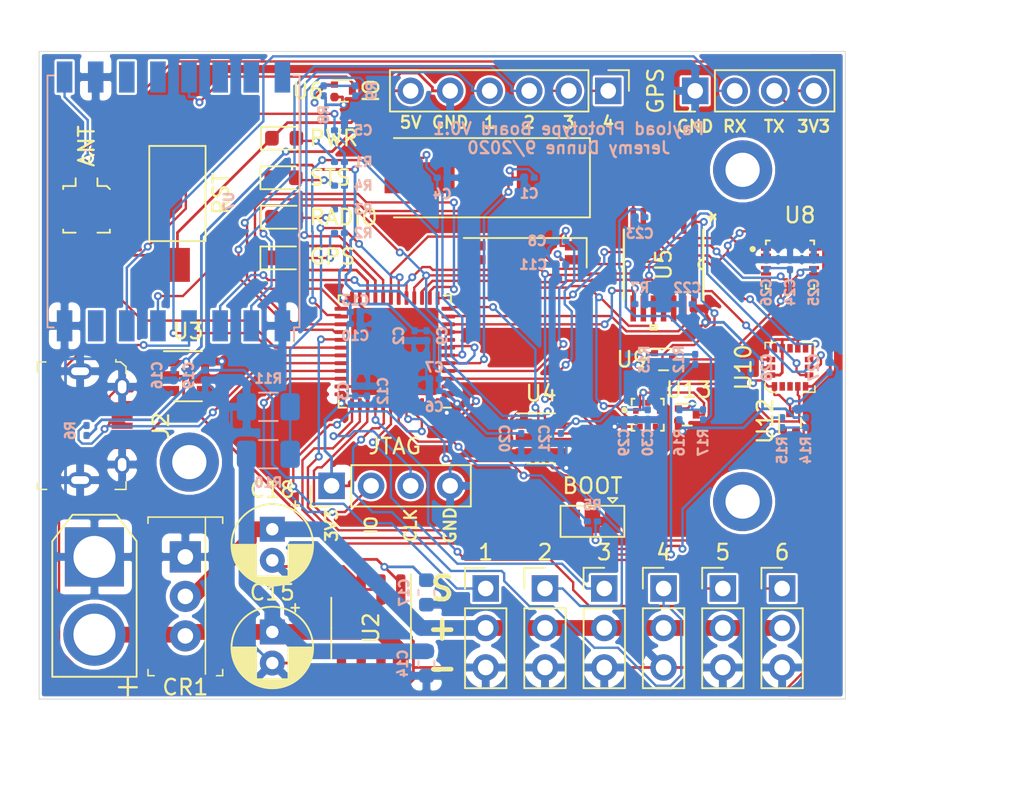
<source format=kicad_pcb>
(kicad_pcb (version 20171130) (host pcbnew "(5.1.6)-1")
  (layers (0 F.Cu signal) (31 B.Cu signal) (34 B.Paste user) (35 F.Paste user) (36 B.SilkS user) (37 F.SilkS user) (38 B.Mask user) (39 F.Mask user) (44 Edge.Cuts user))
  (net 0 "")
  (net 1 OSC_IN)
  (net 2 GND)
  (net 3 +3V3)
  (net 4 OSC_OUT)
  (net 5 RST)
  (net 6 OSC32_IN)
  (net 7 OSC32_OUT)
  (net 8 VIN)
  (net 9 +5V)
  (net 10 SERVO_PWR)
  (net 11 +1V8)
  (net 12 "Net-(C24-Pad2)")
  (net 13 "Net-(C25-Pad2)")
  (net 14 "Net-(C27-Pad1)")
  (net 15 "Net-(C29-Pad2)")
  (net 16 "Net-(D1-Pad2)")
  (net 17 GPS_LOCK_LED)
  (net 18 "Net-(D2-Pad2)")
  (net 19 "Net-(D3-Pad2)")
  (net 20 RADIO_LOCK_LED)
  (net 21 STATUS_LED)
  (net 22 "Net-(D4-Pad2)")
  (net 23 SWCLK)
  (net 24 SWDIO)
  (net 25 USB_DP)
  (net 26 USB_DM)
  (net 27 SERVO_1)
  (net 28 SERVO_2)
  (net 29 SERVO_3)
  (net 30 SERVO_4)
  (net 31 SERVO_5)
  (net 32 SERVO_6)
  (net 33 IO_4)
  (net 34 IO_3)
  (net 35 IO_2)
  (net 36 IO_1)
  (net 37 "Net-(J11-Pad1)")
  (net 38 GPS_RX)
  (net 39 GPS_TX)
  (net 40 "Net-(JP1-Pad2)")
  (net 41 BOOT0)
  (net 42 OE)
  (net 43 "Net-(R8-Pad1)")
  (net 44 RADIO_EN)
  (net 45 VOLTAGE_READ)
  (net 46 "Net-(R12-Pad1)")
  (net 47 IMU_EN)
  (net 48 "Net-(R14-Pad2)")
  (net 49 ACCEL_EN)
  (net 50 "Net-(R16-Pad1)")
  (net 51 BARO_EN)
  (net 52 BMP_CS)
  (net 53 ACCEL_CS)
  (net 54 RADIO_CS)
  (net 55 SCK_3V3)
  (net 56 MISO_3V3)
  (net 57 MOSI_3V3)
  (net 58 "Net-(U6-Pad3)")
  (net 59 "Net-(J2-Pad4)")
  (net 60 "Net-(U1-Pad2)")
  (net 61 IMU_CS)
  (net 62 "Net-(U2-Pad4)")
  (net 63 "Net-(U2-Pad5)")
  (net 64 "Net-(U3-Pad4)")
  (net 65 "Net-(U4-Pad4)")
  (net 66 "Net-(U5-Pad2)")
  (net 67 "Net-(U5-Pad3)")
  (net 68 "Net-(U5-Pad4)")
  (net 69 "Net-(U5-Pad5)")
  (net 70 "Net-(U5-Pad6)")
  (net 71 "Net-(U5-Pad9)")
  (net 72 "Net-(U7-Pad7)")
  (net 73 "Net-(U7-Pad11)")
  (net 74 "Net-(U7-Pad12)")
  (net 75 "Net-(U7-Pad14)")
  (net 76 "Net-(U7-Pad15)")
  (net 77 "Net-(U7-Pad16)")
  (net 78 "Net-(U8-Pad7)")
  (net 79 "Net-(U8-Pad11)")
  (net 80 "Net-(U8-Pad12)")
  (net 81 "Net-(U8-Pad19)")
  (net 82 "Net-(U8-Pad21)")
  (net 83 "Net-(U10-Pad3)")
  (net 84 "Net-(U10-Pad2)")
  (net 85 "Net-(U10-Pad11)")
  (net 86 "Net-(U10-Pad9)")
  (net 87 "Net-(U11-Pad7)")
  (net 88 "Net-(Y2-Pad2)")
  (net 89 "Net-(Y2-Pad3)")
  (module RF_Module:HOPERF_RFM9XW_SMD (layer B.Cu) (at 35.56 69.088 90)
    (fp_text reference U7 (at 0 3.556 90) (layer B.SilkS) (effects (font (size 0.6096 0.6096) (thickness 0.1524)) (justify mirror)))
    (fp_text value RFM96W-433S2)
    (pad 1 smd rect (at -8 7 90) (size 2 1) (layers B.Cu B.Paste B.Mask) (net 2 GND))
    (pad 2 smd rect (at -8 5 90) (size 2 1) (layers B.Cu B.Paste B.Mask) (net 56 MISO_3V3))
    (pad 3 smd rect (at -8 3 90) (size 2 1) (layers B.Cu B.Paste B.Mask) (net 57 MOSI_3V3))
    (pad 4 smd rect (at -8 1 90) (size 2 1) (layers B.Cu B.Paste B.Mask) (net 55 SCK_3V3))
    (pad 5 smd rect (at -8 -1 90) (size 2 1) (layers B.Cu B.Paste B.Mask) (net 54 RADIO_CS))
    (pad 6 smd rect (at -8 -3 90) (size 2 1) (layers B.Cu B.Paste B.Mask) (net 5 RST))
    (pad 7 smd rect (at -8 -5 90) (size 2 1) (layers B.Cu B.Paste B.Mask) (net 72 "Net-(U7-Pad7)"))
    (pad 8 smd rect (at -8 -7 90) (size 2 1) (layers B.Cu B.Paste B.Mask) (net 2 GND))
    (pad 9 smd rect (at 8 -7 90) (size 2 1) (layers B.Cu B.Paste B.Mask) (net 37 "Net-(J11-Pad1)"))
    (pad 10 smd rect (at 8 -5 90) (size 2 1) (layers B.Cu B.Paste B.Mask) (net 2 GND))
    (pad 11 smd rect (at 8 -3 90) (size 2 1) (layers B.Cu B.Paste B.Mask) (net 73 "Net-(U7-Pad11)"))
    (pad 12 smd rect (at 8 -1 90) (size 2 1) (layers B.Cu B.Paste B.Mask) (net 74 "Net-(U7-Pad12)"))
    (pad 13 smd rect (at 8 1 90) (size 2 1) (layers B.Cu B.Paste B.Mask) (net 58 "Net-(U6-Pad3)"))
    (pad 14 smd rect (at 8 3 90) (size 2 1) (layers B.Cu B.Paste B.Mask) (net 75 "Net-(U7-Pad14)"))
    (pad 15 smd rect (at 8 5 90) (size 2 1) (layers B.Cu B.Paste B.Mask) (net 76 "Net-(U7-Pad15)"))
    (pad 16 smd rect (at 8 7 90) (size 2 1) (layers B.Cu B.Paste B.Mask) (net 77 "Net-(U7-Pad16)"))
  )
  (module Capacitor_SMD:C_0603_1608Metric (layer B.Cu) (at 51.816 98.806 270)
    (fp_text reference C14 (at 0 1.524 90) (layer B.SilkS) (effects (font (size 0.6096 0.6096) (thickness 0.1524)) (justify mirror)))
    (fp_text value 0.33uF)
    (pad 2 smd roundrect (at 0.7875 0 270) (size 0.875 0.95) (layers B.Cu B.Paste B.Mask) (net 2 GND))
    (pad 1 smd roundrect (at -0.7875 0 270) (size 0.875 0.95) (layers B.Cu B.Paste B.Mask) (net 8 VIN))
  )
  (module Capacitor_THT:CP_Radial_D5.0mm_P2.00mm (layer F.Cu) (at 41.91 96.774 270)
    (fp_text reference C15 (at -2.54 0 180) (layer F.SilkS))
    (fp_text value 10uF)
    (pad 2 thru_hole circle (at 2 0 270) (size 1.6 1.6) (drill 0.8) (layers *.Cu *.Mask) (net 2 GND))
    (pad 1 thru_hole rect (at 0 0 270) (size 1.6 1.6) (drill 0.8) (layers *.Cu *.Mask) (net 8 VIN))
  )
  (module Capacitor_THT:CP_Radial_D5.0mm_P2.00mm (layer F.Cu) (at 41.91 90.17 270)
    (fp_text reference C18 (at -2.54 0 180) (layer F.SilkS))
    (fp_text value 10uF)
    (pad 1 thru_hole rect (at 0 0 270) (size 1.6 1.6) (drill 0.8) (layers *.Cu *.Mask) (net 10 SERVO_PWR))
    (pad 2 thru_hole circle (at 2 0 270) (size 1.6 1.6) (drill 0.8) (layers *.Cu *.Mask) (net 2 GND))
  )
  (module LED_SMD:LED_0603_1608Metric (layer F.Cu) (at 42.672 65.024)
    (fp_text reference PWR (at 1.524 0) (layer F.SilkS) (effects (justify left)))
    (fp_text value PWR)
    (pad 2 smd roundrect (at 0.7875 0) (size 0.875 0.95) (layers F.Cu F.Paste F.Mask) (net 16 "Net-(D1-Pad2)"))
    (pad 1 smd roundrect (at -0.7875 0) (size 0.875 0.95) (layers F.Cu F.Paste F.Mask) (net 2 GND))
  )
  (module LED_SMD:LED_0603_1608Metric (layer F.Cu) (at 42.6302 72.7194)
    (fp_text reference GPS (at 1.565799 -0.075401) (layer F.SilkS) (effects (justify left)))
    (fp_text value GPS_LOCK)
    (pad 1 smd roundrect (at -0.7875 0) (size 0.875 0.95) (layers F.Cu F.Paste F.Mask) (net 17 GPS_LOCK_LED))
    (pad 2 smd roundrect (at 0.7875 0) (size 0.875 0.95) (layers F.Cu F.Paste F.Mask) (net 18 "Net-(D2-Pad2)"))
  )
  (module LED_SMD:LED_0603_1608Metric (layer F.Cu) (at 42.672 70.104)
    (fp_text reference RADIO (at 1.524 0) (layer F.SilkS) (effects (justify left)))
    (fp_text value RADIO_LOCK)
    (pad 2 smd roundrect (at 0.7875 0) (size 0.875 0.95) (layers F.Cu F.Paste F.Mask) (net 19 "Net-(D3-Pad2)"))
    (pad 1 smd roundrect (at -0.7875 0) (size 0.875 0.95) (layers F.Cu F.Paste F.Mask) (net 20 RADIO_LOCK_LED))
  )
  (module LED_SMD:LED_0603_1608Metric (layer F.Cu) (at 42.6302 67.564)
    (fp_text reference STS (at 1.565799 0) (layer F.SilkS) (effects (justify left)))
    (fp_text value STATUS)
    (pad 1 smd roundrect (at -0.7875 0) (size 0.875 0.95) (layers F.Cu F.Paste F.Mask) (net 21 STATUS_LED))
    (pad 2 smd roundrect (at 0.7875 0) (size 0.875 0.95) (layers F.Cu F.Paste F.Mask) (net 22 "Net-(D4-Pad2)"))
  )
  (module Connector_PinHeader_2.54mm:PinHeader_1x04_P2.54mm_Vertical (layer F.Cu) (at 45.72 87.376 90)
    (fp_text reference JTAG (at 2.54 4.064 180) (layer F.SilkS))
    (fp_text value JTAG)
    (pad 4 thru_hole oval (at 0 7.62 90) (size 1.7 1.7) (drill 1) (layers *.Cu *.Mask) (net 2 GND))
    (pad 3 thru_hole oval (at 0 5.08 90) (size 1.7 1.7) (drill 1) (layers *.Cu *.Mask) (net 23 SWCLK))
    (pad 2 thru_hole oval (at 0 2.54 90) (size 1.7 1.7) (drill 1) (layers *.Cu *.Mask) (net 24 SWDIO))
    (pad 1 thru_hole rect (at 0 0 90) (size 1.7 1.7) (drill 1) (layers *.Cu *.Mask) (net 3 +3V3))
  )
  (module Connector_PinHeader_2.54mm:PinHeader_1x03_P2.54mm_Vertical (layer F.Cu) (at 55.626 93.98)
    (fp_text reference 1 (at 0 -2.33) (layer F.SilkS))
    (fp_text value "SERVO 1")
    (pad 3 thru_hole oval (at 0 5.08) (size 1.7 1.7) (drill 1) (layers *.Cu *.Mask) (net 2 GND))
    (pad 2 thru_hole oval (at 0 2.54) (size 1.7 1.7) (drill 1) (layers *.Cu *.Mask) (net 10 SERVO_PWR))
    (pad 1 thru_hole rect (at 0 0) (size 1.7 1.7) (drill 1) (layers *.Cu *.Mask) (net 27 SERVO_1))
  )
  (module Connector_PinHeader_2.54mm:PinHeader_1x03_P2.54mm_Vertical (layer F.Cu) (at 59.436 93.98)
    (fp_text reference 2 (at 0 -2.33) (layer F.SilkS))
    (fp_text value "SERVO 2")
    (pad 1 thru_hole rect (at 0 0) (size 1.7 1.7) (drill 1) (layers *.Cu *.Mask) (net 28 SERVO_2))
    (pad 2 thru_hole oval (at 0 2.54) (size 1.7 1.7) (drill 1) (layers *.Cu *.Mask) (net 10 SERVO_PWR))
    (pad 3 thru_hole oval (at 0 5.08) (size 1.7 1.7) (drill 1) (layers *.Cu *.Mask) (net 2 GND))
  )
  (module Connector_PinHeader_2.54mm:PinHeader_1x03_P2.54mm_Vertical (layer F.Cu) (at 63.246 93.98)
    (fp_text reference 3 (at 0 -2.33) (layer F.SilkS))
    (fp_text value "SERVO 3")
    (pad 3 thru_hole oval (at 0 5.08) (size 1.7 1.7) (drill 1) (layers *.Cu *.Mask) (net 2 GND))
    (pad 2 thru_hole oval (at 0 2.54) (size 1.7 1.7) (drill 1) (layers *.Cu *.Mask) (net 10 SERVO_PWR))
    (pad 1 thru_hole rect (at 0 0) (size 1.7 1.7) (drill 1) (layers *.Cu *.Mask) (net 29 SERVO_3))
  )
  (module Connector_PinHeader_2.54mm:PinHeader_1x03_P2.54mm_Vertical (layer F.Cu) (at 67.056 93.98)
    (fp_text reference 4 (at 0 -2.33) (layer F.SilkS))
    (fp_text value "SERVO 4")
    (pad 1 thru_hole rect (at 0 0) (size 1.7 1.7) (drill 1) (layers *.Cu *.Mask) (net 30 SERVO_4))
    (pad 2 thru_hole oval (at 0 2.54) (size 1.7 1.7) (drill 1) (layers *.Cu *.Mask) (net 10 SERVO_PWR))
    (pad 3 thru_hole oval (at 0 5.08) (size 1.7 1.7) (drill 1) (layers *.Cu *.Mask) (net 2 GND))
  )
  (module Connector_PinHeader_2.54mm:PinHeader_1x03_P2.54mm_Vertical (layer F.Cu) (at 70.866 93.98)
    (fp_text reference 5 (at 0 -2.33) (layer F.SilkS))
    (fp_text value "SERVO 5")
    (pad 1 thru_hole rect (at 0 0) (size 1.7 1.7) (drill 1) (layers *.Cu *.Mask) (net 31 SERVO_5))
    (pad 2 thru_hole oval (at 0 2.54) (size 1.7 1.7) (drill 1) (layers *.Cu *.Mask) (net 10 SERVO_PWR))
    (pad 3 thru_hole oval (at 0 5.08) (size 1.7 1.7) (drill 1) (layers *.Cu *.Mask) (net 2 GND))
  )
  (module Connector_PinHeader_2.54mm:PinHeader_1x03_P2.54mm_Vertical (layer F.Cu) (at 74.676 93.98)
    (fp_text reference 6 (at 0 -2.33) (layer F.SilkS))
    (fp_text value "SERVO 6")
    (pad 3 thru_hole oval (at 0 5.08) (size 1.7 1.7) (drill 1) (layers *.Cu *.Mask) (net 2 GND))
    (pad 2 thru_hole oval (at 0 2.54) (size 1.7 1.7) (drill 1) (layers *.Cu *.Mask) (net 10 SERVO_PWR))
    (pad 1 thru_hole rect (at 0 0) (size 1.7 1.7) (drill 1) (layers *.Cu *.Mask) (net 32 SERVO_6))
  )
  (module Connector_PinHeader_2.54mm:PinHeader_1x06_P2.54mm_Vertical (layer F.Cu) (at 63.5 61.976 270)
    (fp_text reference IO (at 0 15.24 90) (layer F.SilkS))
    (fp_text value "EXTERNAL IO")
    (pad 1 thru_hole rect (at 0 0 270) (size 1.7 1.7) (drill 1) (layers *.Cu *.Mask) (net 33 IO_4))
    (pad 2 thru_hole oval (at 0 2.54 270) (size 1.7 1.7) (drill 1) (layers *.Cu *.Mask) (net 34 IO_3))
    (pad 3 thru_hole oval (at 0 5.08 270) (size 1.7 1.7) (drill 1) (layers *.Cu *.Mask) (net 35 IO_2))
    (pad 4 thru_hole oval (at 0 7.62 270) (size 1.7 1.7) (drill 1) (layers *.Cu *.Mask) (net 36 IO_1))
    (pad 5 thru_hole oval (at 0 10.16 270) (size 1.7 1.7) (drill 1) (layers *.Cu *.Mask) (net 2 GND))
    (pad 6 thru_hole oval (at 0 12.7 270) (size 1.7 1.7) (drill 1) (layers *.Cu *.Mask) (net 9 +5V))
  )
  (module Connector_Coaxial:U.FL_Molex_MCRF_73412-0110_Vertical (layer F.Cu) (at 29.972 69.596 180)
    (fp_text reference ANT (at 0 4.064 90) (layer F.SilkS))
    (fp_text value Conn_Coaxial)
    (pad 2 smd rect (at -1.475 0 180) (size 1.05 2.2) (layers F.Cu F.Paste F.Mask) (net 2 GND))
    (pad 2 smd rect (at 1.475 0 180) (size 1.05 2.2) (layers F.Cu F.Paste F.Mask) (net 2 GND))
    (pad 2 smd rect (at 0 -1.5 180) (size 1 1) (layers F.Cu F.Paste F.Mask) (net 2 GND))
    (pad 1 smd rect (at 0 1.5 180) (size 1 1) (layers F.Cu F.Paste F.Mask) (net 37 "Net-(J11-Pad1)"))
  )
  (module Connector_PinHeader_2.54mm:PinHeader_1x04_P2.54mm_Vertical (layer F.Cu) (at 69.088 61.976 90)
    (fp_text reference GPS (at 0 -2.54 270) (layer F.SilkS))
    (fp_text value GPS)
    (pad 1 thru_hole rect (at 0 0 90) (size 1.7 1.7) (drill 1) (layers *.Cu *.Mask) (net 2 GND))
    (pad 2 thru_hole oval (at 0 2.54 90) (size 1.7 1.7) (drill 1) (layers *.Cu *.Mask) (net 38 GPS_RX))
    (pad 3 thru_hole oval (at 0 5.08 90) (size 1.7 1.7) (drill 1) (layers *.Cu *.Mask) (net 39 GPS_TX))
    (pad 4 thru_hole oval (at 0 7.62 90) (size 1.7 1.7) (drill 1) (layers *.Cu *.Mask) (net 3 +3V3))
  )
  (module Jumper:SolderJumper-3_P1.3mm_Bridged12_Pad1.0x1.5mm (layer F.Cu) (at 62.484 89.662 180)
    (fp_text reference BOOT (at 0 2.286) (layer F.SilkS))
    (fp_text value BOOT0)
    (fp_poly (pts (xy -0.9 -0.3) (xy -0.4 -0.3) (xy -0.4 0.3) (xy -0.9 0.3)) (layer F.Cu) (width 0))
    (pad 1 smd rect (at -1.3 0 180) (size 1 1.5) (layers F.Cu F.Mask) (net 2 GND))
    (pad 3 smd rect (at 1.3 0 180) (size 1 1.5) (layers F.Cu F.Mask) (net 3 +3V3))
    (pad 2 smd rect (at 0 0 180) (size 1 1.5) (layers F.Cu F.Mask) (net 40 "Net-(JP1-Pad2)"))
  )
  (module Button_Switch_SMD:SW_SPST_FSMSM (layer F.Cu) (at 35.814 68.58 90)
    (fp_text reference RST (at 0 2.794 90) (layer F.SilkS))
    (fp_text value RESET)
    (pad 1 smd rect (at -4.59 0 90) (size 2.18 1.6) (layers F.Cu F.Paste F.Mask) (net 2 GND))
    (pad 2 smd rect (at 4.59 0 90) (size 2.18 1.6) (layers F.Cu F.Paste F.Mask) (net 5 RST))
  )
  (module Package_DFN_QFN:QFN-48-1EP_7x7mm_P0.5mm_EP5.6x5.6mm (layer F.Cu) (at 49.784 78.74 180)
    (fp_text reference U1 hide)
    (fp_text value STM32F072C8Ux)
    (pad 49 smd roundrect (at 0 0 180) (size 5.6 5.6) (layers F.Cu F.Mask) (roundrect_rratio 0.044643) (net 2 GND))
    (pad 1 smd roundrect (at -3.4375 -2.75 180) (size 0.875 0.25) (layers F.Cu F.Paste F.Mask) (net 3 +3V3))
    (pad 2 smd roundrect (at -3.4375 -2.25 180) (size 0.875 0.25) (layers F.Cu F.Paste F.Mask) (net 60 "Net-(U1-Pad2)"))
    (pad 3 smd roundrect (at -3.4375 -1.75 180) (size 0.875 0.25) (layers F.Cu F.Paste F.Mask) (net 6 OSC32_IN))
    (pad 4 smd roundrect (at -3.4375 -1.25 180) (size 0.875 0.25) (layers F.Cu F.Paste F.Mask) (net 7 OSC32_OUT))
    (pad 5 smd roundrect (at -3.4375 -0.75 180) (size 0.875 0.25) (layers F.Cu F.Paste F.Mask) (net 1 OSC_IN))
    (pad 6 smd roundrect (at -3.4375 -0.25 180) (size 0.875 0.25) (layers F.Cu F.Paste F.Mask) (net 4 OSC_OUT))
    (pad 7 smd roundrect (at -3.4375 0.25 180) (size 0.875 0.25) (layers F.Cu F.Paste F.Mask) (net 5 RST))
    (pad 8 smd roundrect (at -3.4375 0.75 180) (size 0.875 0.25) (layers F.Cu F.Paste F.Mask) (net 2 GND))
    (pad 9 smd roundrect (at -3.4375 1.25 180) (size 0.875 0.25) (layers F.Cu F.Paste F.Mask) (net 3 +3V3))
    (pad 10 smd roundrect (at -3.4375 1.75 180) (size 0.875 0.25) (layers F.Cu F.Paste F.Mask) (net 42 OE))
    (pad 11 smd roundrect (at -3.4375 2.25 180) (size 0.875 0.25) (layers F.Cu F.Paste F.Mask) (net 61 IMU_CS))
    (pad 12 smd roundrect (at -3.4375 2.75 180) (size 0.875 0.25) (layers F.Cu F.Paste F.Mask) (net 52 BMP_CS))
    (pad 13 smd roundrect (at -2.75 3.4375 180) (size 0.25 0.875) (layers F.Cu F.Paste F.Mask) (net 53 ACCEL_CS))
    (pad 14 smd roundrect (at -2.25 3.4375 180) (size 0.25 0.875) (layers F.Cu F.Paste F.Mask) (net 54 RADIO_CS))
    (pad 15 smd roundrect (at -1.75 3.4375 180) (size 0.25 0.875) (layers F.Cu F.Paste F.Mask) (net 55 SCK_3V3))
    (pad 16 smd roundrect (at -1.25 3.4375 180) (size 0.25 0.875) (layers F.Cu F.Paste F.Mask) (net 56 MISO_3V3))
    (pad 17 smd roundrect (at -0.75 3.4375 180) (size 0.25 0.875) (layers F.Cu F.Paste F.Mask) (net 57 MOSI_3V3))
    (pad 18 smd roundrect (at -0.25 3.4375 180) (size 0.25 0.875) (layers F.Cu F.Paste F.Mask) (net 45 VOLTAGE_READ))
    (pad 19 smd roundrect (at 0.25 3.4375 180) (size 0.25 0.875) (layers F.Cu F.Paste F.Mask) (net 51 BARO_EN))
    (pad 20 smd roundrect (at 0.75 3.4375 180) (size 0.25 0.875) (layers F.Cu F.Paste F.Mask) (net 44 RADIO_EN))
    (pad 21 smd roundrect (at 1.25 3.4375 180) (size 0.25 0.875) (layers F.Cu F.Paste F.Mask) (net 20 RADIO_LOCK_LED))
    (pad 22 smd roundrect (at 1.75 3.4375 180) (size 0.25 0.875) (layers F.Cu F.Paste F.Mask) (net 17 GPS_LOCK_LED))
    (pad 23 smd roundrect (at 2.25 3.4375 180) (size 0.25 0.875) (layers F.Cu F.Paste F.Mask) (net 2 GND))
    (pad 24 smd roundrect (at 2.75 3.4375 180) (size 0.25 0.875) (layers F.Cu F.Paste F.Mask) (net 3 +3V3))
    (pad 25 smd roundrect (at 3.4375 2.75 180) (size 0.875 0.25) (layers F.Cu F.Paste F.Mask) (net 33 IO_4))
    (pad 26 smd roundrect (at 3.4375 2.25 180) (size 0.875 0.25) (layers F.Cu F.Paste F.Mask) (net 34 IO_3))
    (pad 27 smd roundrect (at 3.4375 1.75 180) (size 0.875 0.25) (layers F.Cu F.Paste F.Mask) (net 35 IO_2))
    (pad 28 smd roundrect (at 3.4375 1.25 180) (size 0.875 0.25) (layers F.Cu F.Paste F.Mask) (net 36 IO_1))
    (pad 29 smd roundrect (at 3.4375 0.75 180) (size 0.875 0.25) (layers F.Cu F.Paste F.Mask) (net 49 ACCEL_EN))
    (pad 30 smd roundrect (at 3.4375 0.25 180) (size 0.875 0.25) (layers F.Cu F.Paste F.Mask) (net 39 GPS_TX))
    (pad 31 smd roundrect (at 3.4375 -0.25 180) (size 0.875 0.25) (layers F.Cu F.Paste F.Mask) (net 38 GPS_RX))
    (pad 32 smd roundrect (at 3.4375 -0.75 180) (size 0.875 0.25) (layers F.Cu F.Paste F.Mask) (net 26 USB_DM))
    (pad 33 smd roundrect (at 3.4375 -1.25 180) (size 0.875 0.25) (layers F.Cu F.Paste F.Mask) (net 25 USB_DP))
    (pad 34 smd roundrect (at 3.4375 -1.75 180) (size 0.875 0.25) (layers F.Cu F.Paste F.Mask) (net 24 SWDIO))
    (pad 35 smd roundrect (at 3.4375 -2.25 180) (size 0.875 0.25) (layers F.Cu F.Paste F.Mask) (net 2 GND))
    (pad 36 smd roundrect (at 3.4375 -2.75 180) (size 0.875 0.25) (layers F.Cu F.Paste F.Mask) (net 3 +3V3))
    (pad 37 smd roundrect (at 2.75 -3.4375 180) (size 0.25 0.875) (layers F.Cu F.Paste F.Mask) (net 23 SWCLK))
    (pad 38 smd roundrect (at 2.25 -3.4375 180) (size 0.25 0.875) (layers F.Cu F.Paste F.Mask) (net 47 IMU_EN))
    (pad 39 smd roundrect (at 1.75 -3.4375 180) (size 0.25 0.875) (layers F.Cu F.Paste F.Mask) (net 32 SERVO_6))
    (pad 40 smd roundrect (at 1.25 -3.4375 180) (size 0.25 0.875) (layers F.Cu F.Paste F.Mask) (net 31 SERVO_5))
    (pad 41 smd roundrect (at 0.75 -3.4375 180) (size 0.25 0.875) (layers F.Cu F.Paste F.Mask) (net 30 SERVO_4))
    (pad 42 smd roundrect (at 0.25 -3.4375 180) (size 0.25 0.875) (layers F.Cu F.Paste F.Mask) (net 29 SERVO_3))
    (pad 43 smd roundrect (at -0.25 -3.4375 180) (size 0.25 0.875) (layers F.Cu F.Paste F.Mask) (net 28 SERVO_2))
    (pad 44 smd roundrect (at -0.75 -3.4375 180) (size 0.25 0.875) (layers F.Cu F.Paste F.Mask) (net 41 BOOT0))
    (pad 45 smd roundrect (at -1.25 -3.4375 180) (size 0.25 0.875) (layers F.Cu F.Paste F.Mask) (net 27 SERVO_1))
    (pad 46 smd roundrect (at -1.75 -3.4375 180) (size 0.25 0.875) (layers F.Cu F.Paste F.Mask) (net 21 STATUS_LED))
    (pad 47 smd roundrect (at -2.25 -3.4375 180) (size 0.25 0.875) (layers F.Cu F.Paste F.Mask) (net 2 GND))
    (pad 48 smd roundrect (at -2.75 -3.4375 180) (size 0.25 0.875) (layers F.Cu F.Paste F.Mask) (net 3 +3V3))
  )
  (module Package_SO:SOIC-8_3.9x4.9mm_P1.27mm (layer F.Cu) (at 48.26 96.52 270)
    (fp_text reference U2 (at 0 0 90) (layer F.SilkS))
    (fp_text value L78L05_SO8)
    (pad 1 smd roundrect (at -2.475 -1.905 270) (size 1.95 0.6) (layers F.Cu F.Paste F.Mask) (net 9 +5V))
    (pad 2 smd roundrect (at -2.475 -0.635 270) (size 1.95 0.6) (layers F.Cu F.Paste F.Mask) (net 2 GND))
    (pad 3 smd roundrect (at -2.475 0.635 270) (size 1.95 0.6) (layers F.Cu F.Paste F.Mask) (net 2 GND))
    (pad 4 smd roundrect (at -2.475 1.905 270) (size 1.95 0.6) (layers F.Cu F.Paste F.Mask) (net 62 "Net-(U2-Pad4)"))
    (pad 5 smd roundrect (at 2.475 1.905 270) (size 1.95 0.6) (layers F.Cu F.Paste F.Mask) (net 63 "Net-(U2-Pad5)"))
    (pad 6 smd roundrect (at 2.475 0.635 270) (size 1.95 0.6) (layers F.Cu F.Paste F.Mask) (net 2 GND))
    (pad 7 smd roundrect (at 2.475 -0.635 270) (size 1.95 0.6) (layers F.Cu F.Paste F.Mask) (net 2 GND))
    (pad 8 smd roundrect (at 2.475 -1.905 270) (size 1.95 0.6) (layers F.Cu F.Paste F.Mask) (net 8 VIN))
  )
  (module Package_TO_SOT_SMD:SOT-23-5 (layer F.Cu) (at 36.492 80.33)
    (fp_text reference U3 (at 0 -2.9) (layer F.SilkS))
    (fp_text value MIC5504-3.3YM5)
    (pad 1 smd rect (at -1.1 -0.95) (size 1.06 0.65) (layers F.Cu F.Paste F.Mask) (net 9 +5V))
    (pad 2 smd rect (at -1.1 0) (size 1.06 0.65) (layers F.Cu F.Paste F.Mask) (net 2 GND))
    (pad 3 smd rect (at -1.1 0.95) (size 1.06 0.65) (layers F.Cu F.Paste F.Mask) (net 9 +5V))
    (pad 4 smd rect (at 1.1 0.95) (size 1.06 0.65) (layers F.Cu F.Paste F.Mask) (net 64 "Net-(U3-Pad4)"))
    (pad 5 smd rect (at 1.1 -0.95) (size 1.06 0.65) (layers F.Cu F.Paste F.Mask) (net 3 +3V3))
  )
  (module Package_TO_SOT_SMD:SOT-23-5 (layer F.Cu) (at 59.182 84.328)
    (fp_text reference U4 (at 0 -2.9) (layer F.SilkS))
    (fp_text value MIC5504-1.8YM5)
    (pad 5 smd rect (at 1.1 -0.95) (size 1.06 0.65) (layers F.Cu F.Paste F.Mask) (net 11 +1V8))
    (pad 4 smd rect (at 1.1 0.95) (size 1.06 0.65) (layers F.Cu F.Paste F.Mask) (net 65 "Net-(U4-Pad4)"))
    (pad 3 smd rect (at -1.1 0.95) (size 1.06 0.65) (layers F.Cu F.Paste F.Mask) (net 3 +3V3))
    (pad 2 smd rect (at -1.1 0) (size 1.06 0.65) (layers F.Cu F.Paste F.Mask) (net 2 GND))
    (pad 1 smd rect (at -1.1 -0.95) (size 1.06 0.65) (layers F.Cu F.Paste F.Mask) (net 3 +3V3))
  )
  (module Package_TO_SOT_SMD:SOT-723 (layer F.Cu) (at 46.482 61.976)
    (fp_text reference U6 (at -2.286 0) (layer F.SilkS))
    (fp_text value SSM3J15FV)
    (pad 3 smd rect (at 0.575 0) (size 0.45 0.5) (layers F.Cu F.Paste F.Mask) (net 58 "Net-(U6-Pad3)"))
    (pad 2 smd rect (at -0.575 0.4) (size 0.45 0.4) (layers F.Cu F.Paste F.Mask) (net 3 +3V3))
    (pad 1 smd rect (at -0.575 -0.4) (size 0.45 0.4) (layers F.Cu F.Paste F.Mask) (net 43 "Net-(R8-Pad1)"))
  )
  (module Package_TO_SOT_SMD:SOT-723 (layer F.Cu) (at 67.056 79.248)
    (fp_text reference U9 (at -2.032 0) (layer F.SilkS))
    (fp_text value SSM3J15FV)
    (pad 1 smd rect (at -0.575 -0.4) (size 0.45 0.4) (layers F.Cu F.Paste F.Mask) (net 46 "Net-(R12-Pad1)"))
    (pad 2 smd rect (at -0.575 0.4) (size 0.45 0.4) (layers F.Cu F.Paste F.Mask) (net 11 +1V8))
    (pad 3 smd rect (at 0.575 0) (size 0.45 0.5) (layers F.Cu F.Paste F.Mask) (net 12 "Net-(C24-Pad2)"))
  )
  (module digikey-footprints:TFLGA-16_3x3mm (layer F.Cu) (at 75.184 79.756 90)
    (fp_text reference U10 (at 0 -3 90) (layer F.SilkS))
    (fp_text value H3LIS331DLTR)
    (pad 3 smd rect (at -1.225 0 90) (size 0.55 0.35) (layers F.Cu F.Paste F.Mask) (net 83 "Net-(U10-Pad3)"))
    (pad 2 smd rect (at -1.225 -0.5 90) (size 0.55 0.35) (layers F.Cu F.Paste F.Mask) (net 84 "Net-(U10-Pad2)"))
    (pad 1 smd rect (at -1.225 -1 90) (size 0.55 0.35) (layers F.Cu F.Paste F.Mask) (net 14 "Net-(C27-Pad1)"))
    (pad 4 smd rect (at -1.225 0.5 90) (size 0.55 0.35) (layers F.Cu F.Paste F.Mask) (net 55 SCK_3V3))
    (pad 5 smd rect (at -1.225 1 90) (size 0.55 0.35) (layers F.Cu F.Paste F.Mask) (net 2 GND))
    (pad 15 smd rect (at 0 -1.225 90) (size 0.35 0.55) (layers F.Cu F.Paste F.Mask) (net 14 "Net-(C27-Pad1)"))
    (pad 16 smd rect (at -0.5 -1.225 90) (size 0.35 0.55) (layers F.Cu F.Paste F.Mask) (net 2 GND))
    (pad 14 smd rect (at 0.5 -1.225 90) (size 0.35 0.55) (layers F.Cu F.Paste F.Mask) (net 14 "Net-(C27-Pad1)"))
    (pad 11 smd rect (at 1.225 0 90) (size 0.55 0.35) (layers F.Cu F.Paste F.Mask) (net 85 "Net-(U10-Pad11)"))
    (pad 10 smd rect (at 1.225 0.5 90) (size 0.55 0.35) (layers F.Cu F.Paste F.Mask) (net 2 GND))
    (pad 9 smd rect (at 1.225 1 90) (size 0.55 0.35) (layers F.Cu F.Paste F.Mask) (net 86 "Net-(U10-Pad9)"))
    (pad 12 smd rect (at 1.225 -0.5 90) (size 0.55 0.35) (layers F.Cu F.Paste F.Mask) (net 2 GND))
    (pad 13 smd rect (at 1.225 -1 90) (size 0.55 0.35) (layers F.Cu F.Paste F.Mask) (net 2 GND))
    (pad 6 smd rect (at -0.5 1.225 90) (size 0.35 0.55) (layers F.Cu F.Paste F.Mask) (net 56 MISO_3V3))
    (pad 7 smd rect (at 0 1.225 90) (size 0.35 0.55) (layers F.Cu F.Paste F.Mask) (net 57 MOSI_3V3))
    (pad 8 smd rect (at 0.5 1.225 90) (size 0.35 0.55) (layers F.Cu F.Paste F.Mask) (net 53 ACCEL_CS))
  )
  (module BMP388:PQFN50P200X200X80-10N (layer F.Cu) (at 66.04 82.804)
    (fp_text reference U11 (at -0.284383 -1.605376) (layer F.SilkS) (effects (font (size 0.320434 0.320434) (thickness 0.015))))
    (fp_text value BMP388)
    (pad 1 smd rect (at -0.765 -0.25) (size 0.35 0.38) (layers F.Cu F.Paste F.Mask) (net 15 "Net-(C29-Pad2)"))
    (pad 2 smd rect (at -0.765 0.25) (size 0.35 0.38) (layers F.Cu F.Paste F.Mask) (net 55 SCK_3V3))
    (pad 3 smd rect (at -0.5 0.765) (size 0.35 0.38) (layers F.Cu F.Paste F.Mask) (net 2 GND))
    (pad 4 smd rect (at 0 0.765) (size 0.35 0.38) (layers F.Cu F.Paste F.Mask) (net 57 MOSI_3V3))
    (pad 5 smd rect (at 0.5 0.765) (size 0.35 0.38) (layers F.Cu F.Paste F.Mask) (net 56 MISO_3V3))
    (pad 6 smd rect (at 0.765 0.25) (size 0.35 0.38) (layers F.Cu F.Paste F.Mask) (net 52 BMP_CS))
    (pad 7 smd rect (at 0.765 -0.25) (size 0.35 0.38) (layers F.Cu F.Paste F.Mask) (net 87 "Net-(U11-Pad7)"))
    (pad 8 smd rect (at 0.5 -0.765) (size 0.35 0.38) (layers F.Cu F.Paste F.Mask) (net 2 GND))
    (pad 9 smd rect (at 0 -0.765) (size 0.35 0.38) (layers F.Cu F.Paste F.Mask) (net 2 GND))
    (pad 10 smd rect (at -0.5 -0.765) (size 0.35 0.38) (layers F.Cu F.Paste F.Mask) (net 15 "Net-(C29-Pad2)"))
  )
  (module Package_TO_SOT_SMD:SOT-723 (layer F.Cu) (at 75.184 83.312 90)
    (fp_text reference U12 (at 0.1 -1.6 90) (layer F.SilkS))
    (fp_text value SSM3J15FV)
    (pad 3 smd rect (at 0.575 0 90) (size 0.45 0.5) (layers F.Cu F.Paste F.Mask) (net 14 "Net-(C27-Pad1)"))
    (pad 2 smd rect (at -0.575 0.4 90) (size 0.45 0.4) (layers F.Cu F.Paste F.Mask) (net 3 +3V3))
    (pad 1 smd rect (at -0.575 -0.4 90) (size 0.45 0.4) (layers F.Cu F.Paste F.Mask) (net 48 "Net-(R14-Pad2)"))
  )
  (module Package_TO_SOT_SMD:SOT-723 (layer F.Cu) (at 68.58 82.804)
    (fp_text reference U13 (at 0.1 -1.6) (layer F.SilkS))
    (fp_text value SSM3J15FV)
    (pad 1 smd rect (at -0.575 -0.4) (size 0.45 0.4) (layers F.Cu F.Paste F.Mask) (net 50 "Net-(R16-Pad1)"))
    (pad 2 smd rect (at -0.575 0.4) (size 0.45 0.4) (layers F.Cu F.Paste F.Mask) (net 3 +3V3))
    (pad 3 smd rect (at 0.575 0) (size 0.45 0.5) (layers F.Cu F.Paste F.Mask) (net 15 "Net-(C29-Pad2)"))
  )
  (module Crystal:Crystal_SMD_HC49-SD (layer F.Cu) (at 55.626 67.564 180)
    (fp_text reference Y1 hide)
    (fp_text value 8MHz)
    (pad 1 smd rect (at -4.25 0 180) (size 4.5 2) (layers F.Cu F.Paste F.Mask) (net 1 OSC_IN))
    (pad 2 smd rect (at 4.25 0 180) (size 4.5 2) (layers F.Cu F.Paste F.Mask) (net 4 OSC_OUT))
  )
  (module Crystal:Crystal_SMD_SeikoEpson_MC146-4Pin_6.7x1.5mm (layer F.Cu) (at 58.166 72.39 180)
    (fp_text reference Y2 hide)
    (fp_text value 32Khz)
    (pad 1 smd rect (at -3.15 0.45 180) (size 1.2 0.6) (layers F.Cu F.Paste F.Mask) (net 6 OSC32_IN))
    (pad 2 smd rect (at 3.15 0.45 180) (size 1.2 0.6) (layers F.Cu F.Paste F.Mask) (net 88 "Net-(Y2-Pad2)"))
    (pad 3 smd rect (at 3.15 -0.45 180) (size 1.2 0.6) (layers F.Cu F.Paste F.Mask) (net 89 "Net-(Y2-Pad3)"))
    (pad 4 smd rect (at -3.15 -0.45 180) (size 1.2 0.6) (layers F.Cu F.Paste F.Mask) (net 7 OSC32_OUT))
  )
  (module footprints:TXS0104EPWR (layer F.Cu) (at 67.056 73.152 270)
    (fp_text reference U5 (at 0 0 90) (layer F.SilkS))
    (fp_text value TXS0104EPWR hide)
    (fp_text user * (at -3.0734 -3.4486 90) (layer F.SilkS))
    (fp_text user * (at -3.0734 -3.4486 90) (layer F.SilkS))
    (pad 1 smd rect (at -2.8194 -1.950001 270) (size 1.6764 0.3556) (layers F.Cu F.Paste F.Mask) (net 11 +1V8))
    (pad 2 smd rect (at -2.8194 -1.3 270) (size 1.6764 0.3556) (layers F.Cu F.Paste F.Mask) (net 66 "Net-(U5-Pad2)"))
    (pad 3 smd rect (at -2.8194 -0.649999 270) (size 1.6764 0.3556) (layers F.Cu F.Paste F.Mask) (net 67 "Net-(U5-Pad3)"))
    (pad 4 smd rect (at -2.8194 0 270) (size 1.6764 0.3556) (layers F.Cu F.Paste F.Mask) (net 68 "Net-(U5-Pad4)"))
    (pad 5 smd rect (at -2.8194 0.649999 270) (size 1.6764 0.3556) (layers F.Cu F.Paste F.Mask) (net 69 "Net-(U5-Pad5)"))
    (pad 6 smd rect (at -2.8194 1.3 270) (size 1.6764 0.3556) (layers F.Cu F.Paste F.Mask) (net 70 "Net-(U5-Pad6)"))
    (pad 7 smd rect (at -2.8194 1.949999 270) (size 1.6764 0.3556) (layers F.Cu F.Paste F.Mask) (net 2 GND))
    (pad 8 smd rect (at 2.8194 1.950001 270) (size 1.6764 0.3556) (layers F.Cu F.Paste F.Mask) (net 42 OE))
    (pad 9 smd rect (at 2.8194 1.3 270) (size 1.6764 0.3556) (layers F.Cu F.Paste F.Mask) (net 71 "Net-(U5-Pad9)"))
    (pad 10 smd rect (at 2.8194 0.650001 270) (size 1.6764 0.3556) (layers F.Cu F.Paste F.Mask) (net 55 SCK_3V3))
    (pad 11 smd rect (at 2.8194 0 270) (size 1.6764 0.3556) (layers F.Cu F.Paste F.Mask) (net 56 MISO_3V3))
    (pad 12 smd rect (at 2.8194 -0.649999 270) (size 1.6764 0.3556) (layers F.Cu F.Paste F.Mask) (net 57 MOSI_3V3))
    (pad 13 smd rect (at 2.8194 -1.3 270) (size 1.6764 0.3556) (layers F.Cu F.Paste F.Mask) (net 61 IMU_CS))
    (pad 14 smd rect (at 2.8194 -1.949999 270) (size 1.6764 0.3556) (layers F.Cu F.Paste F.Mask) (net 3 +3V3))
  )
  (module digikey-footprints:TO-220-3 (layer F.Cu) (at 36.322 91.948 270)
    (fp_text reference CR1 (at 8.382 0 180) (layer F.SilkS))
    (fp_text value LD1085V50)
    (pad 1 thru_hole rect (at 0 0 270) (size 2 2) (drill 1) (layers *.Cu *.Mask) (net 2 GND))
    (pad 2 thru_hole circle (at 2.54 0 270) (size 2 2) (drill 1) (layers *.Cu *.Mask) (net 10 SERVO_PWR))
    (pad 3 thru_hole circle (at 5.08 0 270) (size 2 2) (drill 1) (layers *.Cu *.Mask) (net 8 VIN))
  )
  (module ICM-20948:QFN40P300X300X105-24N (layer F.Cu) (at 75.184 73.152)
    (fp_text reference U8 (at 0.63584 -3.1792) (layer F.SilkS) (effects (font (size 1.001323 1.001323) (thickness 0.1524))))
    (fp_text value ICM-20948)
    (pad 1 smd rect (at -1.545 -1) (size 0.64 0.22) (layers F.Cu F.Paste F.Mask))
    (pad 2 smd rect (at -1.545 -0.6) (size 0.64 0.22) (layers F.Cu F.Paste F.Mask))
    (pad 3 smd rect (at -1.545 -0.2) (size 0.64 0.22) (layers F.Cu F.Paste F.Mask))
    (pad 4 smd rect (at -1.545 0.2) (size 0.64 0.22) (layers F.Cu F.Paste F.Mask))
    (pad 5 smd rect (at -1.545 0.6) (size 0.64 0.22) (layers F.Cu F.Paste F.Mask))
    (pad 6 smd rect (at -1.545 1) (size 0.64 0.22) (layers F.Cu F.Paste F.Mask))
    (pad 7 smd rect (at -1 1.545) (size 0.22 0.64) (layers F.Cu F.Paste F.Mask) (net 78 "Net-(U8-Pad7)"))
    (pad 8 smd rect (at -0.6 1.545) (size 0.22 0.64) (layers F.Cu F.Paste F.Mask) (net 12 "Net-(C24-Pad2)"))
    (pad 9 smd rect (at -0.2 1.545) (size 0.22 0.64) (layers F.Cu F.Paste F.Mask) (net 68 "Net-(U5-Pad4)"))
    (pad 10 smd rect (at 0.2 1.545) (size 0.22 0.64) (layers F.Cu F.Paste F.Mask) (net 13 "Net-(C25-Pad2)"))
    (pad 11 smd rect (at 0.6 1.545) (size 0.22 0.64) (layers F.Cu F.Paste F.Mask) (net 79 "Net-(U8-Pad11)"))
    (pad 12 smd rect (at 1 1.545) (size 0.22 0.64) (layers F.Cu F.Paste F.Mask) (net 80 "Net-(U8-Pad12)"))
    (pad 13 smd rect (at 1.545 1) (size 0.64 0.22) (layers F.Cu F.Paste F.Mask) (net 12 "Net-(C24-Pad2)"))
    (pad 14 smd rect (at 1.545 0.6) (size 0.64 0.22) (layers F.Cu F.Paste F.Mask))
    (pad 15 smd rect (at 1.545 0.2) (size 0.64 0.22) (layers F.Cu F.Paste F.Mask))
    (pad 16 smd rect (at 1.545 -0.2) (size 0.64 0.22) (layers F.Cu F.Paste F.Mask))
    (pad 17 smd rect (at 1.545 -0.6) (size 0.64 0.22) (layers F.Cu F.Paste F.Mask))
    (pad 18 smd rect (at 1.545 -1) (size 0.64 0.22) (layers F.Cu F.Paste F.Mask) (net 2 GND))
    (pad 19 smd rect (at 1 -1.545) (size 0.22 0.64) (layers F.Cu F.Paste F.Mask) (net 81 "Net-(U8-Pad19)"))
    (pad 20 smd rect (at 0.6 -1.545) (size 0.22 0.64) (layers F.Cu F.Paste F.Mask) (net 2 GND))
    (pad 21 smd rect (at 0.2 -1.545) (size 0.22 0.64) (layers F.Cu F.Paste F.Mask) (net 82 "Net-(U8-Pad21)"))
    (pad 22 smd rect (at -0.2 -1.545) (size 0.22 0.64) (layers F.Cu F.Paste F.Mask) (net 66 "Net-(U5-Pad2)"))
    (pad 23 smd rect (at -0.6 -1.545) (size 0.22 0.64) (layers F.Cu F.Paste F.Mask) (net 69 "Net-(U5-Pad5)"))
    (pad 24 smd rect (at -1 -1.545) (size 0.22 0.64) (layers F.Cu F.Paste F.Mask) (net 67 "Net-(U5-Pad3)"))
  )
  (module XT-Series:AMASS_XT30U-F_1x02_P5.0mm_Vertical (layer F.Cu) (at 30.48 91.948 270)
    (fp_text reference J9 hide)
    (fp_text value PWR)
    (fp_text user + (at 8.382 -2.032 90) (layer F.SilkS) (effects (font (size 1.5 1.5))))
    (pad 1 thru_hole rect (at 0 0 270) (size 3.8 3.8) (drill 2.7) (layers *.Cu *.Mask) (net 2 GND))
    (pad 2 thru_hole circle (at 5 0 270) (size 4 4) (drill 2.7) (layers *.Cu *.Mask) (net 8 VIN))
  )
  (module MountingHole:MountingHole_2.2mm_M2_DIN965_Pad (layer F.Cu) (at 72.136 67.056)
    (fp_text reference H1 hide)
    (fp_text value MountingHole)
    (pad 2 thru_hole circle (at 0 0) (size 3.8 3.8) (drill 2.2) (layers *.Cu *.Mask))
  )
  (module MountingHole:MountingHole_2.2mm_M2_DIN965_Pad (layer F.Cu) (at 72.136 88.392)
    (fp_text reference H2 hide)
    (fp_text value MountingHole)
    (pad 3 thru_hole circle (at 0 0) (size 3.8 3.8) (drill 2.2) (layers *.Cu *.Mask))
  )
  (module MountingHole:MountingHole_2.2mm_M2_DIN965_Pad (layer F.Cu) (at 36.576 85.852)
    (fp_text reference H3 hide)
    (fp_text value MountingHole)
    (pad 1 thru_hole circle (at 0 0) (size 3.8 3.8) (drill 2.2) (layers *.Cu *.Mask))
  )
  (module Capacitor_SMD:C_0201_0603Metric (layer B.Cu) (at 58.42 67.564 180)
    (fp_text reference C1 (at 0 -1.016) (layer B.SilkS) (effects (font (size 0.6096 0.6096) (thickness 0.1524)) (justify mirror)))
    (fp_text value 20pF)
    (pad 1 smd roundrect (at -0.32 0 180) (size 0.46 0.4) (layers B.Cu B.Mask) (net 1 OSC_IN))
    (pad 2 smd roundrect (at 0.32 0 180) (size 0.46 0.4) (layers B.Cu B.Mask) (net 2 GND))
  )
  (module Capacitor_SMD:C_0201_0603Metric (layer B.Cu) (at 51.054 77.724 270)
    (fp_text reference C2 (at 0 1.016 90) (layer B.SilkS) (effects (font (size 0.6096 0.6096) (thickness 0.1524)) (justify mirror)))
    (fp_text value 1uF)
    (pad 1 smd roundrect (at -0.32 0 270) (size 0.46 0.4) (layers B.Cu B.Mask) (net 3 +3V3))
    (pad 2 smd roundrect (at 0.32 0 270) (size 0.46 0.4) (layers B.Cu B.Mask) (net 2 GND))
  )
  (module Capacitor_SMD:C_0201_0603Metric (layer B.Cu) (at 47.244 81.28 90)
    (fp_text reference C3 (at 0 -0.762 90) (layer B.SilkS) (effects (font (size 0.6096 0.6096) (thickness 0.1524)) (justify mirror)))
    (fp_text value 10nF)
    (pad 2 smd roundrect (at 0.32 0 90) (size 0.46 0.4) (layers B.Cu B.Mask) (net 2 GND))
    (pad 1 smd roundrect (at -0.32 0 90) (size 0.46 0.4) (layers B.Cu B.Mask) (net 3 +3V3))
  )
  (module Capacitor_SMD:C_0201_0603Metric (layer B.Cu) (at 52.832 67.564)
    (fp_text reference C4 (at 0 1.05) (layer B.SilkS) (effects (font (size 0.6096 0.6096) (thickness 0.1524)) (justify mirror)))
    (fp_text value 20pF)
    (pad 2 smd roundrect (at 0.32 0) (size 0.46 0.4) (layers B.Cu B.Mask) (net 2 GND))
    (pad 1 smd roundrect (at -0.32 0) (size 0.46 0.4) (layers B.Cu B.Mask) (net 4 OSC_OUT))
  )
  (module Capacitor_SMD:C_0201_0603Metric (layer B.Cu) (at 46.228 64.516)
    (fp_text reference C5 (at 1.524 0) (layer B.SilkS) (effects (font (size 0.6096 0.6096) (thickness 0.1524)) (justify mirror)))
    (fp_text value 0.1uF)
    (pad 2 smd roundrect (at 0.32 0) (size 0.46 0.4) (layers B.Cu B.Mask) (net 2 GND))
    (pad 1 smd roundrect (at -0.32 0) (size 0.46 0.4) (layers B.Cu B.Mask) (net 5 RST))
  )
  (module Capacitor_SMD:C_0201_0603Metric (layer B.Cu) (at 52.324 81.28 180)
    (fp_text reference C6 (at 0 -1.016) (layer B.SilkS) (effects (font (size 0.6096 0.6096) (thickness 0.1524)) (justify mirror)))
    (fp_text value 0.1uF)
    (pad 1 smd roundrect (at -0.32 0 180) (size 0.46 0.4) (layers B.Cu B.Mask) (net 3 +3V3))
    (pad 2 smd roundrect (at 0.32 0 180) (size 0.46 0.4) (layers B.Cu B.Mask) (net 2 GND))
  )
  (module Capacitor_SMD:C_0201_0603Metric (layer B.Cu) (at 52.324 80.518 180)
    (fp_text reference C7 (at 0 0.762) (layer B.SilkS) (effects (font (size 0.6096 0.6096) (thickness 0.1524)) (justify mirror)))
    (fp_text value 4.7uF)
    (pad 2 smd roundrect (at 0.32 0 180) (size 0.46 0.4) (layers B.Cu B.Mask) (net 2 GND))
    (pad 1 smd roundrect (at -0.32 0 180) (size 0.46 0.4) (layers B.Cu B.Mask) (net 3 +3V3))
  )
  (module Capacitor_SMD:C_0201_0603Metric (layer B.Cu) (at 60.452 71.628 180)
    (fp_text reference C8 (at 1.524 0) (layer B.SilkS) (effects (font (size 0.6096 0.6096) (thickness 0.1524)) (justify mirror)))
    (fp_text value 10pF)
    (pad 1 smd roundrect (at -0.32 0 180) (size 0.46 0.4) (layers B.Cu B.Mask) (net 6 OSC32_IN))
    (pad 2 smd roundrect (at 0.32 0 180) (size 0.46 0.4) (layers B.Cu B.Mask) (net 2 GND))
  )
  (module Capacitor_SMD:C_0201_0603Metric (layer B.Cu) (at 51.816 77.724 270)
    (fp_text reference C9 (at 0 -1.016 90) (layer B.SilkS) (effects (font (size 0.6096 0.6096) (thickness 0.1524)) (justify mirror)))
    (fp_text value 0.1uF)
    (pad 1 smd roundrect (at -0.32 0 270) (size 0.46 0.4) (layers B.Cu B.Mask) (net 3 +3V3))
    (pad 2 smd roundrect (at 0.32 0 270) (size 0.46 0.4) (layers B.Cu B.Mask) (net 2 GND))
  )
  (module Capacitor_SMD:C_0201_0603Metric (layer B.Cu) (at 47.244 76.962)
    (fp_text reference C10 (at 0 0.762) (layer B.SilkS) (effects (font (size 0.6096 0.6096) (thickness 0.1524)) (justify mirror)))
    (fp_text value 0.1uF)
    (pad 1 smd roundrect (at -0.32 0) (size 0.46 0.4) (layers B.Cu B.Mask) (net 3 +3V3))
    (pad 2 smd roundrect (at 0.32 0) (size 0.46 0.4) (layers B.Cu B.Mask) (net 2 GND))
  )
  (module Capacitor_SMD:C_0201_0603Metric (layer B.Cu) (at 60.452 73.152 180)
    (fp_text reference C11 (at 1.778 0) (layer B.SilkS) (effects (font (size 0.6096 0.6096) (thickness 0.1524)) (justify mirror)))
    (fp_text value 10pF)
    (pad 2 smd roundrect (at 0.32 0 180) (size 0.46 0.4) (layers B.Cu B.Mask) (net 2 GND))
    (pad 1 smd roundrect (at -0.32 0 180) (size 0.46 0.4) (layers B.Cu B.Mask) (net 7 OSC32_OUT))
  )
  (module Capacitor_SMD:C_0201_0603Metric (layer B.Cu) (at 48.006 81.28 90)
    (fp_text reference C12 (at 0 1.016 90) (layer B.SilkS) (effects (font (size 0.6096 0.6096) (thickness 0.1524)) (justify mirror)))
    (fp_text value 0.1uF)
    (pad 2 smd roundrect (at 0.32 0 90) (size 0.46 0.4) (layers B.Cu B.Mask) (net 2 GND))
    (pad 1 smd roundrect (at -0.32 0 90) (size 0.46 0.4) (layers B.Cu B.Mask) (net 3 +3V3))
  )
  (module Capacitor_SMD:C_0201_0603Metric (layer B.Cu) (at 47.244 76.2)
    (fp_text reference C13 (at 0 -0.762) (layer B.SilkS) (effects (font (size 0.6096 0.6096) (thickness 0.1524)) (justify mirror)))
    (fp_text value 4.7uF)
    (pad 1 smd roundrect (at -0.32 0) (size 0.46 0.4) (layers B.Cu B.Mask) (net 3 +3V3))
    (pad 2 smd roundrect (at 0.32 0) (size 0.46 0.4) (layers B.Cu B.Mask) (net 2 GND))
  )
  (module Capacitor_SMD:C_0201_0603Metric (layer B.Cu) (at 35.56 80.264 270)
    (fp_text reference C16 (at 0 1.05 90) (layer B.SilkS) (effects (font (size 0.6096 0.6096) (thickness 0.1524)) (justify mirror)))
    (fp_text value 1uF)
    (pad 1 smd roundrect (at -0.32 0 270) (size 0.46 0.4) (layers B.Cu B.Mask) (net 9 +5V))
    (pad 2 smd roundrect (at 0.32 0 270) (size 0.46 0.4) (layers B.Cu B.Mask) (net 2 GND))
  )
  (module Capacitor_SMD:C_0201_0603Metric (layer B.Cu) (at 57.912 84.328 270)
    (fp_text reference C20 (at 0 1.05 90) (layer B.SilkS) (effects (font (size 0.6096 0.6096) (thickness 0.1524)) (justify mirror)))
    (fp_text value 1uF)
    (pad 2 smd roundrect (at 0.32 0 270) (size 0.46 0.4) (layers B.Cu B.Mask) (net 2 GND))
    (pad 1 smd roundrect (at -0.32 0 270) (size 0.46 0.4) (layers B.Cu B.Mask) (net 3 +3V3))
  )
  (module Capacitor_SMD:C_0201_0603Metric (layer B.Cu) (at 60.452 84.328 270)
    (fp_text reference C21 (at 0 1.05 90) (layer B.SilkS) (effects (font (size 0.6096 0.6096) (thickness 0.1524)) (justify mirror)))
    (fp_text value 1uF)
    (pad 2 smd roundrect (at 0.32 0 270) (size 0.46 0.4) (layers B.Cu B.Mask) (net 2 GND))
    (pad 1 smd roundrect (at -0.32 0 270) (size 0.46 0.4) (layers B.Cu B.Mask) (net 11 +1V8))
  )
  (module Capacitor_SMD:C_0201_0603Metric (layer B.Cu) (at 68.58 75.692 180)
    (fp_text reference C22 (at 0 1.05) (layer B.SilkS) (effects (font (size 0.6096 0.6096) (thickness 0.1524)) (justify mirror)))
    (fp_text value 0.1uF)
    (pad 2 smd roundrect (at 0.32 0 180) (size 0.46 0.4) (layers B.Cu B.Mask) (net 2 GND))
    (pad 1 smd roundrect (at -0.32 0 180) (size 0.46 0.4) (layers B.Cu B.Mask) (net 3 +3V3))
  )
  (module Capacitor_SMD:C_0201_0603Metric (layer B.Cu) (at 65.532 70.104)
    (fp_text reference C23 (at 0 1.05) (layer B.SilkS) (effects (font (size 0.6096 0.6096) (thickness 0.1524)) (justify mirror)))
    (fp_text value 0.1uF)
    (pad 1 smd roundrect (at -0.32 0) (size 0.46 0.4) (layers B.Cu B.Mask) (net 2 GND))
    (pad 2 smd roundrect (at 0.32 0) (size 0.46 0.4) (layers B.Cu B.Mask) (net 11 +1V8))
  )
  (module Capacitor_SMD:C_0201_0603Metric (layer B.Cu) (at 75.184 73.152 270)
    (fp_text reference C24 (at 1.778 0 90) (layer B.SilkS) (effects (font (size 0.6096 0.6096) (thickness 0.1524)) (justify mirror)))
    (fp_text value 0.1uF)
    (pad 1 smd roundrect (at -0.32 0 270) (size 0.46 0.4) (layers B.Cu B.Mask) (net 2 GND))
    (pad 2 smd roundrect (at 0.32 0 270) (size 0.46 0.4) (layers B.Cu B.Mask) (net 12 "Net-(C24-Pad2)"))
  )
  (module Capacitor_SMD:C_0201_0603Metric (layer B.Cu) (at 76.708 73.152 270)
    (fp_text reference C25 (at 1.778 0 90) (layer B.SilkS) (effects (font (size 0.6096 0.6096) (thickness 0.1524)) (justify mirror)))
    (fp_text value 0.1uF)
    (pad 2 smd roundrect (at 0.32 0 270) (size 0.46 0.4) (layers B.Cu B.Mask) (net 13 "Net-(C25-Pad2)"))
    (pad 1 smd roundrect (at -0.32 0 270) (size 0.46 0.4) (layers B.Cu B.Mask) (net 2 GND))
  )
  (module Capacitor_SMD:C_0201_0603Metric (layer B.Cu) (at 73.66 73.152 270)
    (fp_text reference C26 (at 1.778 0 90) (layer B.SilkS) (effects (font (size 0.6096 0.6096) (thickness 0.1524)) (justify mirror)))
    (fp_text value 0.1uF)
    (pad 2 smd roundrect (at 0.32 0 270) (size 0.46 0.4) (layers B.Cu B.Mask) (net 12 "Net-(C24-Pad2)"))
    (pad 1 smd roundrect (at -0.32 0 270) (size 0.46 0.4) (layers B.Cu B.Mask) (net 2 GND))
  )
  (module Capacitor_SMD:C_0201_0603Metric (layer B.Cu) (at 77.724 79.756 90)
    (fp_text reference C27 (at 0 -1.016 90) (layer B.SilkS) (effects (font (size 0.6096 0.6096) (thickness 0.1524)) (justify mirror)))
    (fp_text value 10uF)
    (pad 2 smd roundrect (at 0.32 0 90) (size 0.46 0.4) (layers B.Cu B.Mask) (net 2 GND))
    (pad 1 smd roundrect (at -0.32 0 90) (size 0.46 0.4) (layers B.Cu B.Mask) (net 14 "Net-(C27-Pad1)"))
  )
  (module Capacitor_SMD:C_0201_0603Metric (layer B.Cu) (at 72.644 79.756 90)
    (fp_text reference C28 (at 0 1.05 90) (layer B.SilkS) (effects (font (size 0.6096 0.6096) (thickness 0.1524)) (justify mirror)))
    (fp_text value .1uF)
    (pad 1 smd roundrect (at -0.32 0 90) (size 0.46 0.4) (layers B.Cu B.Mask) (net 14 "Net-(C27-Pad1)"))
    (pad 2 smd roundrect (at 0.32 0 90) (size 0.46 0.4) (layers B.Cu B.Mask) (net 2 GND))
  )
  (module Capacitor_SMD:C_0201_0603Metric (layer B.Cu) (at 64.516 82.804 90)
    (fp_text reference C29 (at -1.778 0 90) (layer B.SilkS) (effects (font (size 0.6096 0.6096) (thickness 0.1524)) (justify mirror)))
    (fp_text value 0.1uF)
    (pad 2 smd roundrect (at 0.32 0 90) (size 0.46 0.4) (layers B.Cu B.Mask) (net 15 "Net-(C29-Pad2)"))
    (pad 1 smd roundrect (at -0.32 0 90) (size 0.46 0.4) (layers B.Cu B.Mask) (net 2 GND))
  )
  (module Capacitor_SMD:C_0201_0603Metric (layer B.Cu) (at 66.04 82.804 270)
    (fp_text reference C30 (at 1.778 0 90) (layer B.SilkS) (effects (font (size 0.6096 0.6096) (thickness 0.1524)) (justify mirror)))
    (fp_text value 0.1uF)
    (pad 1 smd roundrect (at -0.32 0 270) (size 0.46 0.4) (layers B.Cu B.Mask) (net 15 "Net-(C29-Pad2)"))
    (pad 2 smd roundrect (at 0.32 0 270) (size 0.46 0.4) (layers B.Cu B.Mask) (net 2 GND))
  )
  (module Capacitor_SMD:C_0603_1608Metric (layer B.Cu) (at 51.816 94.234 270)
    (fp_text reference C17 (at 0 1.43 90) (layer B.SilkS) (effects (font (size 0.6096 0.6096) (thickness 0.1524)) (justify mirror)))
    (fp_text value 0.1uF)
    (pad 1 smd roundrect (at -0.7875 0 270) (size 0.875 0.95) (layers B.Cu B.Paste B.Mask) (net 9 +5V))
    (pad 2 smd roundrect (at 0.7875 0 270) (size 0.875 0.95) (layers B.Cu B.Paste B.Mask) (net 2 GND))
  )
  (module Capacitor_SMD:C_0201_0603Metric (layer B.Cu) (at 37.592 80.264 270)
    (fp_text reference C19 (at 0 1.05 90) (layer B.SilkS) (effects (font (size 0.6096 0.6096) (thickness 0.1524)) (justify mirror)))
    (fp_text value 1uF)
    (pad 1 smd roundrect (at -0.32 0 270) (size 0.46 0.4) (layers B.Cu B.Mask) (net 3 +3V3))
    (pad 2 smd roundrect (at 0.32 0 270) (size 0.46 0.4) (layers B.Cu B.Mask) (net 2 GND))
  )
  (module Resistor_SMD:R_0201_0603Metric (layer B.Cu) (at 46.228 66.548)
    (fp_text reference R1 (at 1.524 0) (layer B.SilkS) (effects (font (size 0.6096 0.6096) (thickness 0.1524)) (justify mirror)))
    (fp_text value 10K)
    (pad 2 smd roundrect (at 0.32 0) (size 0.46 0.4) (layers B.Cu B.Mask) (net 3 +3V3))
    (pad 1 smd roundrect (at -0.32 0) (size 0.46 0.4) (layers B.Cu B.Mask) (net 16 "Net-(D1-Pad2)"))
  )
  (module Resistor_SMD:R_0201_0603Metric (layer B.Cu) (at 46.228 71.12)
    (fp_text reference R2 (at 1.524 0) (layer B.SilkS) (effects (font (size 0.6096 0.6096) (thickness 0.1524)) (justify mirror)))
    (fp_text value 10K)
    (pad 2 smd roundrect (at 0.32 0) (size 0.46 0.4) (layers B.Cu B.Mask) (net 3 +3V3))
    (pad 1 smd roundrect (at -0.32 0) (size 0.46 0.4) (layers B.Cu B.Mask) (net 18 "Net-(D2-Pad2)"))
  )
  (module Resistor_SMD:R_0201_0603Metric (layer B.Cu) (at 46.228 69.596)
    (fp_text reference R3 (at 1.524 0) (layer B.SilkS) (effects (font (size 0.6096 0.6096) (thickness 0.1524)) (justify mirror)))
    (fp_text value 10K)
    (pad 1 smd roundrect (at -0.32 0) (size 0.46 0.4) (layers B.Cu B.Mask) (net 19 "Net-(D3-Pad2)"))
    (pad 2 smd roundrect (at 0.32 0) (size 0.46 0.4) (layers B.Cu B.Mask) (net 3 +3V3))
  )
  (module Resistor_SMD:R_0201_0603Metric (layer B.Cu) (at 46.228 68.072)
    (fp_text reference R4 (at 1.524 0) (layer B.SilkS) (effects (font (size 0.6096 0.6096) (thickness 0.1524)) (justify mirror)))
    (fp_text value 10K)
    (pad 2 smd roundrect (at 0.32 0) (size 0.46 0.4) (layers B.Cu B.Mask) (net 3 +3V3))
    (pad 1 smd roundrect (at -0.32 0) (size 0.46 0.4) (layers B.Cu B.Mask) (net 22 "Net-(D4-Pad2)"))
  )
  (module Resistor_SMD:R_0201_0603Metric (layer B.Cu) (at 62.484 89.662 180)
    (fp_text reference R5 (at 0 1.05) (layer B.SilkS) (effects (font (size 0.6096 0.6096) (thickness 0.1524)) (justify mirror)))
    (fp_text value 10K)
    (pad 1 smd roundrect (at -0.32 0 180) (size 0.46 0.4) (layers B.Cu B.Mask) (net 40 "Net-(JP1-Pad2)"))
    (pad 2 smd roundrect (at 0.32 0 180) (size 0.46 0.4) (layers B.Cu B.Mask) (net 41 BOOT0))
  )
  (module Resistor_SMD:R_0201_0603Metric (layer B.Cu) (at 29.972 83.82 270)
    (fp_text reference R6 (at 0 1.05 90) (layer B.SilkS) (effects (font (size 0.6096 0.6096) (thickness 0.1524)) (justify mirror)))
    (fp_text value 1.5K)
    (pad 1 smd roundrect (at -0.32 0 270) (size 0.46 0.4) (layers B.Cu B.Mask) (net 25 USB_DP))
    (pad 2 smd roundrect (at 0.32 0 270) (size 0.46 0.4) (layers B.Cu B.Mask) (net 3 +3V3))
  )
  (module Resistor_SMD:R_0201_0603Metric (layer B.Cu) (at 65.532 75.692 180)
    (fp_text reference R7 (at 0 1.05) (layer B.SilkS) (effects (font (size 0.6096 0.6096) (thickness 0.1524)) (justify mirror)))
    (fp_text value 10K)
    (pad 1 smd roundrect (at -0.32 0 180) (size 0.46 0.4) (layers B.Cu B.Mask) (net 2 GND))
    (pad 2 smd roundrect (at 0.32 0 180) (size 0.46 0.4) (layers B.Cu B.Mask) (net 42 OE))
  )
  (module Resistor_SMD:R_0201_0603Metric (layer B.Cu) (at 45.212 61.976 270)
    (fp_text reference R8 (at 1.524 0 90) (layer B.SilkS) (effects (font (size 0.6096 0.6096) (thickness 0.1524)) (justify mirror)))
    (fp_text value 10K)
    (pad 2 smd roundrect (at 0.32 0 270) (size 0.46 0.4) (layers B.Cu B.Mask) (net 3 +3V3))
    (pad 1 smd roundrect (at -0.32 0 270) (size 0.46 0.4) (layers B.Cu B.Mask) (net 43 "Net-(R8-Pad1)"))
  )
  (module Resistor_SMD:R_0201_0603Metric (layer B.Cu) (at 47.244 61.976 90)
    (fp_text reference R9 (at 0 1.05 90) (layer B.SilkS) (effects (font (size 0.6096 0.6096) (thickness 0.1524)) (justify mirror)))
    (fp_text value 10K)
    (pad 1 smd roundrect (at -0.32 0 90) (size 0.46 0.4) (layers B.Cu B.Mask) (net 44 RADIO_EN))
    (pad 2 smd roundrect (at 0.32 0 90) (size 0.46 0.4) (layers B.Cu B.Mask) (net 43 "Net-(R8-Pad1)"))
  )
  (module Resistor_SMD:R_0201_0603Metric (layer B.Cu) (at 69.088 79.248 270)
    (fp_text reference R12 (at 0 1.05 90) (layer B.SilkS) (effects (font (size 0.6096 0.6096) (thickness 0.1524)) (justify mirror)))
    (fp_text value 10K)
    (pad 2 smd roundrect (at 0.32 0 270) (size 0.46 0.4) (layers B.Cu B.Mask) (net 47 IMU_EN))
    (pad 1 smd roundrect (at -0.32 0 270) (size 0.46 0.4) (layers B.Cu B.Mask) (net 46 "Net-(R12-Pad1)"))
  )
  (module Resistor_SMD:R_0201_0603Metric (layer B.Cu) (at 64.77 79.248 90)
    (fp_text reference R13 (at 0 1.05 90) (layer B.SilkS) (effects (font (size 0.6096 0.6096) (thickness 0.1524)) (justify mirror)))
    (fp_text value 10K)
    (pad 1 smd roundrect (at -0.32 0 90) (size 0.46 0.4) (layers B.Cu B.Mask) (net 11 +1V8))
    (pad 2 smd roundrect (at 0.32 0 90) (size 0.46 0.4) (layers B.Cu B.Mask) (net 46 "Net-(R12-Pad1)"))
  )
  (module Resistor_SMD:R_0201_0603Metric (layer B.Cu) (at 76.2 83.312 270)
    (fp_text reference R14 (at 1.778 0 90) (layer B.SilkS) (effects (font (size 0.6096 0.6096) (thickness 0.1524)) (justify mirror)))
    (fp_text value 10K)
    (pad 2 smd roundrect (at 0.32 0 270) (size 0.46 0.4) (layers B.Cu B.Mask) (net 48 "Net-(R14-Pad2)"))
    (pad 1 smd roundrect (at -0.32 0 270) (size 0.46 0.4) (layers B.Cu B.Mask) (net 3 +3V3))
  )
  (module Resistor_SMD:R_0201_0603Metric (layer B.Cu) (at 74.676 83.312 270)
    (fp_text reference R15 (at 1.778 0 90) (layer B.SilkS) (effects (font (size 0.6096 0.6096) (thickness 0.1524)) (justify mirror)))
    (fp_text value 10K)
    (pad 1 smd roundrect (at -0.32 0 270) (size 0.46 0.4) (layers B.Cu B.Mask) (net 49 ACCEL_EN))
    (pad 2 smd roundrect (at 0.32 0 270) (size 0.46 0.4) (layers B.Cu B.Mask) (net 48 "Net-(R14-Pad2)"))
  )
  (module Resistor_SMD:R_0201_0603Metric (layer B.Cu) (at 68.072 82.804 270)
    (fp_text reference R16 (at 1.778 0 90) (layer B.SilkS) (effects (font (size 0.6096 0.6096) (thickness 0.1524)) (justify mirror)))
    (fp_text value 10K)
    (pad 1 smd roundrect (at -0.32 0 270) (size 0.46 0.4) (layers B.Cu B.Mask) (net 50 "Net-(R16-Pad1)"))
    (pad 2 smd roundrect (at 0.32 0 270) (size 0.46 0.4) (layers B.Cu B.Mask) (net 3 +3V3))
  )
  (module Resistor_SMD:R_0201_0603Metric (layer B.Cu) (at 69.596 82.804 90)
    (fp_text reference R17 (at -1.778 0 90) (layer B.SilkS) (effects (font (size 0.6096 0.6096) (thickness 0.1524)) (justify mirror)))
    (fp_text value 10K)
    (pad 2 smd roundrect (at 0.32 0 90) (size 0.46 0.4) (layers B.Cu B.Mask) (net 50 "Net-(R16-Pad1)"))
    (pad 1 smd roundrect (at -0.32 0 90) (size 0.46 0.4) (layers B.Cu B.Mask) (net 51 BARO_EN))
  )
  (module Resistor_SMD:R_1206_3216Metric (layer B.Cu) (at 41.656 85.344)
    (fp_text reference R10 (at 0 1.82) (layer B.SilkS) (effects (font (size 0.6096 0.6096) (thickness 0.1524)) (justify mirror)))
    (fp_text value 10K)
    (pad 1 smd roundrect (at -1.4 0) (size 1.25 1.75) (layers B.Cu B.Paste B.Mask) (roundrect_rratio 0.2) (net 8 VIN))
    (pad 2 smd roundrect (at 1.4 0) (size 1.25 1.75) (layers B.Cu B.Paste B.Mask) (roundrect_rratio 0.2) (net 45 VOLTAGE_READ))
  )
  (module Resistor_SMD:R_1206_3216Metric (layer B.Cu) (at 41.656 82.296 180)
    (fp_text reference R11 (at 0 1.82) (layer B.SilkS) (effects (font (size 0.6096 0.6096) (thickness 0.1524)) (justify mirror)))
    (fp_text value 2.5k)
    (pad 2 smd roundrect (at 1.4 0 180) (size 1.25 1.75) (layers B.Cu B.Paste B.Mask) (roundrect_rratio 0.2) (net 2 GND))
    (pad 1 smd roundrect (at -1.4 0 180) (size 1.25 1.75) (layers B.Cu B.Paste B.Mask) (roundrect_rratio 0.2) (net 45 VOLTAGE_READ))
  )
  (module digikey-footprints:USB_Micro_B_Female_10118194-0001LF (layer F.Cu) (at 32.258 83.51 270)
    (fp_text reference J2 (at 0 -2.5 90) (layer F.SilkS))
    (fp_text value USB_OTG)
    (pad 3 smd rect (at 0 0 270) (size 0.4 1.35) (layers F.Cu F.Paste F.Mask) (net 25 USB_DP))
    (pad 4 smd rect (at 0.65 0 270) (size 0.4 1.35) (layers F.Cu F.Paste F.Mask) (net 59 "Net-(J2-Pad4)"))
    (pad 5 smd rect (at 1.3 0 270) (size 0.4 1.35) (layers F.Cu F.Paste F.Mask) (net 2 GND))
    (pad 2 smd rect (at -0.65 0 270) (size 0.4 1.35) (layers F.Cu F.Paste F.Mask) (net 26 USB_DM))
    (pad 1 smd rect (at -1.3 0 270) (size 0.4 1.35) (layers F.Cu F.Paste F.Mask) (net 9 +5V))
    (pad SH thru_hole oval (at 2.5 0 270) (size 1.25 0.95) (drill oval 0.85 0.55) (layers *.Cu *.Mask) (net 2 GND))
    (pad SH thru_hole oval (at -2.5 0 270) (size 1.25 0.95) (drill oval 0.85 0.55) (layers *.Cu *.Mask) (net 2 GND))
    (pad SH thru_hole oval (at -3.5 2.7 270) (size 1 1.55) (drill oval 0.5 1.15) (layers *.Cu *.Mask) (net 2 GND))
    (pad SH thru_hole oval (at 3.5 2.7 270) (size 1 1.55) (drill oval 0.5 1.15) (layers *.Cu *.Mask) (net 2 GND))
  )
  (gr_text "Payload Prototype Board V0.1\nJeremy Dunne 9/2020" (at 60.96 65.024) (layer B.SilkS) (effects (font (size 0.762 0.762) (thickness 0.1524)) (justify mirror)))
  (gr_text 3V3 (at 45.72 89.916 90) (layer F.SilkS) (effects (font (size 0.762 0.762) (thickness 0.1524))))
  (gr_text IO (at 48.26 89.916 90) (layer F.SilkS) (effects (font (size 0.762 0.762) (thickness 0.1524))))
  (gr_text CLK (at 50.8 89.916 90) (layer F.SilkS) (effects (font (size 0.762 0.762) (thickness 0.1524))))
  (gr_text GND (at 53.34 89.916 90) (layer F.SilkS) (effects (font (size 0.762 0.762) (thickness 0.1524))))
  (gr_text 4 (at 63.5 64.008) (layer F.SilkS) (effects (font (size 0.762 0.762) (thickness 0.1524))))
  (gr_text 3 (at 60.96 64.008) (layer F.SilkS) (effects (font (size 0.762 0.762) (thickness 0.1524))))
  (gr_text 2 (at 58.42 64.008) (layer F.SilkS) (effects (font (size 0.762 0.762) (thickness 0.1524))))
  (gr_text 1 (at 55.88 64.008) (layer F.SilkS) (effects (font (size 0.762 0.762) (thickness 0.1524))))
  (gr_text GND (at 53.34 64.008) (layer F.SilkS) (effects (font (size 0.762 0.762) (thickness 0.1524))))
  (gr_text 5V (at 50.8 64.008) (layer F.SilkS) (effects (font (size 0.762 0.762) (thickness 0.1524))))
  (gr_text GND (at 69.088 64.262) (layer F.SilkS) (effects (font (size 0.762 0.762) (thickness 0.1524))))
  (gr_text RX (at 71.628 64.262) (layer F.SilkS) (effects (font (size 0.762 0.762) (thickness 0.1524))))
  (gr_text TX (at 74.168 64.262) (layer F.SilkS) (effects (font (size 0.762 0.762) (thickness 0.1524))))
  (gr_text 3V3 (at 76.708 64.262) (layer F.SilkS) (effects (font (size 0.762 0.762) (thickness 0.1524))))
  (gr_text "-\n" (at 52.832 99.06) (layer F.SilkS) (effects (font (size 1.5 1.5) (thickness 0.3))))
  (gr_text + (at 52.832 96.52) (layer F.SilkS) (effects (font (size 1.5 1.5) (thickness 0.3))))
  (gr_text S (at 52.832 93.98) (layer F.SilkS) (effects (font (size 1.5 1.5) (thickness 0.3))))
  (gr_line (start 26.924 101.092) (end 26.924 59.436) (layer Edge.Cuts) (width 0.05))
  (gr_line (start 78.74 101.092) (end 26.924 101.092) (layer Edge.Cuts) (width 0.05))
  (gr_line (start 78.74 59.436) (end 78.74 101.092) (layer Edge.Cuts) (width 0.05))
  (gr_line (start 26.924 59.436) (end 78.74 59.436) (layer Edge.Cuts) (width 0.05))
  (segment (start 57.3495 67.564) (end 57.087 67.8265) (width 0.1524) (layer F.Cu) (net 1))
  (segment (start 57.087 67.8265) (end 57.087 68.4739) (width 0.1524) (layer F.Cu) (net 1))
  (segment (start 57.3495 67.564) (end 57.3495 67.2808) (width 0.1524) (layer F.Cu) (net 1))
  (segment (start 57.3495 67.2808) (end 57.1668 67.0981) (width 0.1524) (layer F.Cu) (net 1))
  (segment (start 53.2215 79.49) (end 55.255 79.49) (width 0.1524) (layer F.Cu) (net 1))
  (segment (start 55.255 79.49) (end 55.5152 79.2298) (width 0.1524) (layer F.Cu) (net 1))
  (segment (start 57.087 68.4739) (end 55.5152 70.0457) (width 0.1524) (layer B.Cu) (net 1))
  (segment (start 55.5152 70.0457) (end 55.5152 79.2298) (width 0.1524) (layer B.Cu) (net 1))
  (segment (start 58.74 67.564) (end 58.74 67.3964) (width 0.1524) (layer B.Cu) (net 1))
  (segment (start 58.74 67.3964) (end 58.3619 67.0183) (width 0.1524) (layer B.Cu) (net 1))
  (segment (start 58.3619 67.0183) (end 57.2466 67.0183) (width 0.1524) (layer B.Cu) (net 1))
  (segment (start 57.2466 67.0183) (end 57.1668 67.0981) (width 0.1524) (layer B.Cu) (net 1))
  (segment (start 59.876 67.564) (end 57.3495 67.564) (width 0.1524) (layer F.Cu) (net 1))
  (via (at 55.5152 79.2298) (size 0.508) (drill 0.254) (layers F.Cu B.Cu) (net 1))
  (via (at 57.087 68.4739) (size 0.508) (drill 0.254) (layers F.Cu B.Cu) (net 1))
  (via (at 57.1668 67.0981) (size 0.508) (drill 0.254) (layers F.Cu B.Cu) (net 1))
  (segment (start 28.62 79.2047) (end 33.1657 79.2047) (width 0.1778) (layer B.Cu) (net 2))
  (segment (start 33.1657 79.2047) (end 34.545 80.584) (width 0.1778) (layer B.Cu) (net 2))
  (segment (start 34.545 80.584) (end 35.56 80.584) (width 0.1778) (layer B.Cu) (net 2))
  (segment (start 28.56 77.088) (end 28.56 79.1447) (width 0.1778) (layer B.Cu) (net 2))
  (segment (start 28.56 79.1447) (end 28.62 79.2047) (width 0.1778) (layer B.Cu) (net 2))
  (segment (start 30.48 89.7588) (end 28.62 87.8988) (width 0.1778) (layer B.Cu) (net 2))
  (segment (start 28.62 87.8988) (end 28.62 79.2047) (width 0.1778) (layer B.Cu) (net 2))
  (segment (start 74.684 77.9668) (end 75.684 77.9668) (width 0.1778) (layer F.Cu) (net 2))
  (segment (start 74.684 78.0613) (end 74.684 77.9668) (width 0.1778) (layer F.Cu) (net 2))
  (segment (start 74.684 78.531) (end 74.684 78.0613) (width 0.1778) (layer F.Cu) (net 2))
  (segment (start 74.184 78.531) (end 74.184 77.9668) (width 0.1778) (layer F.Cu) (net 2))
  (segment (start 74.184 77.9668) (end 74.684 77.9668) (width 0.1778) (layer F.Cu) (net 2))
  (segment (start 75.684 78.531) (end 75.684 77.9668) (width 0.1778) (layer F.Cu) (net 2))
  (segment (start 76.5742 77.2176) (end 75.825 77.9668) (width 0.1778) (layer F.Cu) (net 2))
  (segment (start 75.825 77.9668) (end 75.684 77.9668) (width 0.1778) (layer F.Cu) (net 2))
  (segment (start 77.3382 72.152) (end 77.3382 76.3126) (width 0.1778) (layer F.Cu) (net 2))
  (segment (start 77.3382 76.3126) (end 76.8114 76.8394) (width 0.1778) (layer F.Cu) (net 2))
  (segment (start 76.8114 76.8394) (end 76.8114 76.9804) (width 0.1778) (layer F.Cu) (net 2))
  (segment (start 76.8114 76.9804) (end 76.5742 77.2176) (width 0.1778) (layer F.Cu) (net 2))
  (segment (start 76.5742 77.2176) (end 77.7689 78.4124) (width 0.1778) (layer F.Cu) (net 2))
  (segment (start 77.7689 78.4124) (end 77.7689 79.8363) (width 0.1778) (layer F.Cu) (net 2))
  (segment (start 77.7689 79.8363) (end 76.6242 80.981) (width 0.1778) (layer F.Cu) (net 2))
  (segment (start 76.6242 80.981) (end 76.184 80.981) (width 0.1778) (layer F.Cu) (net 2))
  (segment (start 66.6556 70.092) (end 68.4374 70.092) (width 0.1778) (layer B.Cu) (net 2))
  (segment (start 68.4374 70.092) (end 69.088 69.4414) (width 0.1778) (layer B.Cu) (net 2))
  (segment (start 60.132 69.2139) (end 65.7775 69.2139) (width 0.1778) (layer B.Cu) (net 2))
  (segment (start 65.7775 69.2139) (end 66.6556 70.092) (width 0.1778) (layer B.Cu) (net 2))
  (segment (start 65.5815 70.617) (end 66.1306 70.617) (width 0.1778) (layer B.Cu) (net 2))
  (segment (start 66.1306 70.617) (end 66.6556 70.092) (width 0.1778) (layer B.Cu) (net 2))
  (segment (start 65.212 70.104) (end 65.212 70.2475) (width 0.1778) (layer B.Cu) (net 2))
  (segment (start 65.212 70.2475) (end 65.5815 70.617) (width 0.1778) (layer B.Cu) (net 2))
  (segment (start 65.5815 70.617) (end 65.5815 74.1057) (width 0.1778) (layer B.Cu) (net 2))
  (segment (start 65.5815 74.1057) (end 65.852 74.3762) (width 0.1778) (layer B.Cu) (net 2))
  (segment (start 65.852 74.3762) (end 65.852 75.692) (width 0.1778) (layer B.Cu) (net 2))
  (segment (start 60.132 73.152) (end 59.985 73.299) (width 0.1778) (layer B.Cu) (net 2))
  (segment (start 59.985 73.299) (end 59.985 81.5724) (width 0.1778) (layer B.Cu) (net 2))
  (segment (start 59.985 81.5724) (end 60.1872 81.7746) (width 0.1778) (layer B.Cu) (net 2))
  (segment (start 60.1872 81.7746) (end 60.1872 82.7762) (width 0.1778) (layer B.Cu) (net 2))
  (segment (start 60.1872 82.7762) (end 59.943 83.0204) (width 0.1778) (layer B.Cu) (net 2))
  (segment (start 59.943 83.0204) (end 59.943 84.4067) (width 0.1778) (layer B.Cu) (net 2))
  (segment (start 73.66 72.832) (end 73.66 72.067) (width 0.1778) (layer B.Cu) (net 2))
  (segment (start 73.66 72.067) (end 71.0344 69.4414) (width 0.1778) (layer B.Cu) (net 2))
  (segment (start 71.0344 69.4414) (end 69.088 69.4414) (width 0.1778) (layer B.Cu) (net 2))
  (segment (start 67.056 99.06) (end 70.866 99.06) (width 0.1778) (layer F.Cu) (net 2))
  (segment (start 63.246 99.06) (end 67.056 99.06) (width 0.1778) (layer F.Cu) (net 2))
  (segment (start 69.088 69.4414) (end 69.088 63.1152) (width 0.1778) (layer B.Cu) (net 2))
  (segment (start 69.088 61.976) (end 69.088 63.1152) (width 0.1778) (layer B.Cu) (net 2))
  (segment (start 60.132 69.2139) (end 60.132 71.628) (width 0.1778) (layer B.Cu) (net 2))
  (segment (start 58.1 67.6719) (end 58.1 67.7798) (width 0.1778) (layer B.Cu) (net 2))
  (segment (start 58.1 67.7798) (end 59.5341 69.2139) (width 0.1778) (layer B.Cu) (net 2))
  (segment (start 59.5341 69.2139) (end 60.132 69.2139) (width 0.1778) (layer B.Cu) (net 2))
  (segment (start 73.66 72.832) (end 75.184 72.832) (width 0.1778) (layer B.Cu) (net 2))
  (segment (start 65.106 70.3326) (end 65.106 69.2052) (width 0.1778) (layer F.Cu) (net 2))
  (segment (start 75.784 70.9978) (end 74.4867 69.7005) (width 0.1778) (layer F.Cu) (net 2))
  (segment (start 74.4867 69.7005) (end 71.4085 69.7005) (width 0.1778) (layer F.Cu) (net 2))
  (segment (start 71.4085 69.7005) (end 68.1689 66.4608) (width 0.1778) (layer F.Cu) (net 2))
  (segment (start 75.784 70.9978) (end 76.4216 70.9978) (width 0.1778) (layer F.Cu) (net 2))
  (segment (start 76.4216 70.9978) (end 76.729 71.3052) (width 0.1778) (layer F.Cu) (net 2))
  (segment (start 76.729 71.3052) (end 76.729 72.152) (width 0.1778) (layer F.Cu) (net 2))
  (segment (start 68.1689 66.4608) (end 68.1688 66.4608) (width 0.1778) (layer F.Cu) (net 2))
  (segment (start 68.1688 66.4608) (end 68.1688 64.0344) (width 0.1778) (layer F.Cu) (net 2))
  (segment (start 68.1688 64.0344) (end 69.088 63.1152) (width 0.1778) (layer F.Cu) (net 2))
  (segment (start 68.1689 66.4608) (end 65.4245 69.2052) (width 0.1778) (layer F.Cu) (net 2))
  (segment (start 65.4245 69.2052) (end 65.106 69.2052) (width 0.1778) (layer F.Cu) (net 2))
  (segment (start 69.088 61.976) (end 69.088 63.1152) (width 0.1778) (layer F.Cu) (net 2))
  (segment (start 68.26 75.692) (end 68.26 76.1578) (width 0.1778) (layer B.Cu) (net 2))
  (segment (start 68.26 76.1578) (end 71.5382 79.436) (width 0.1778) (layer B.Cu) (net 2))
  (segment (start 71.5382 79.436) (end 72.644 79.436) (width 0.1778) (layer B.Cu) (net 2))
  (segment (start 65.852 75.692) (end 68.26 75.692) (width 0.1778) (layer B.Cu) (net 2))
  (segment (start 66.54 82.039) (end 67.1196 82.039) (width 0.1778) (layer F.Cu) (net 2))
  (segment (start 67.1196 82.039) (end 67.3701 82.2895) (width 0.1778) (layer F.Cu) (net 2))
  (segment (start 67.3701 82.2895) (end 67.3701 85.0367) (width 0.1778) (layer F.Cu) (net 2))
  (segment (start 67.3701 85.0367) (end 63.784 88.6228) (width 0.1778) (layer F.Cu) (net 2))
  (segment (start 66.04 82.039) (end 66.54 82.039) (width 0.1778) (layer F.Cu) (net 2))
  (segment (start 60.8001 84.648) (end 62.837 84.648) (width 0.1778) (layer B.Cu) (net 2))
  (segment (start 62.837 84.648) (end 63.9135 83.5715) (width 0.1778) (layer B.Cu) (net 2))
  (segment (start 60.452 84.648) (end 60.8001 84.648) (width 0.1778) (layer B.Cu) (net 2))
  (segment (start 60.8001 84.648) (end 60.8001 86.2255) (width 0.1778) (layer B.Cu) (net 2))
  (segment (start 60.8001 86.2255) (end 59.9359 86.2255) (width 0.1778) (layer F.Cu) (net 2))
  (segment (start 59.9359 86.2255) (end 58.9012 85.1908) (width 0.1778) (layer F.Cu) (net 2))
  (segment (start 58.9012 85.1908) (end 58.9012 84.328) (width 0.1778) (layer F.Cu) (net 2))
  (segment (start 63.784 88.6228) (end 63.1974 88.6228) (width 0.1778) (layer F.Cu) (net 2))
  (segment (start 63.1974 88.6228) (end 60.8001 86.2255) (width 0.1778) (layer F.Cu) (net 2))
  (segment (start 74.684 78.531) (end 74.684 80.0952) (width 0.1778) (layer F.Cu) (net 2))
  (segment (start 74.684 80.0952) (end 74.5232 80.256) (width 0.1778) (layer F.Cu) (net 2))
  (segment (start 65.0758 83.569) (end 63.916 83.569) (width 0.1778) (layer F.Cu) (net 2))
  (segment (start 63.916 83.569) (end 63.9135 83.5715) (width 0.1778) (layer F.Cu) (net 2))
  (segment (start 64.516 83.124) (end 64.0685 83.5715) (width 0.1778) (layer B.Cu) (net 2))
  (segment (start 64.0685 83.5715) (end 63.9135 83.5715) (width 0.1778) (layer B.Cu) (net 2))
  (segment (start 65.54 83.569) (end 65.0758 83.569) (width 0.1778) (layer F.Cu) (net 2))
  (segment (start 64.516 83.124) (end 66.04 83.124) (width 0.1778) (layer B.Cu) (net 2))
  (segment (start 59.943 84.4067) (end 60.1843 84.648) (width 0.1778) (layer B.Cu) (net 2))
  (segment (start 60.1843 84.648) (end 60.452 84.648) (width 0.1778) (layer B.Cu) (net 2))
  (segment (start 53.5949 84.3253) (end 53.5949 83.1513) (width 0.1778) (layer B.Cu) (net 2))
  (segment (start 53.5949 83.1513) (end 53.1223 82.6787) (width 0.1778) (layer B.Cu) (net 2))
  (segment (start 53.34 86.2368) (end 53.5949 85.9819) (width 0.1778) (layer B.Cu) (net 2))
  (segment (start 53.5949 85.9819) (end 53.5949 85.3542) (width 0.1778) (layer B.Cu) (net 2))
  (segment (start 53.5949 85.3542) (end 53.3342 85.0935) (width 0.1778) (layer B.Cu) (net 2))
  (segment (start 53.3342 85.0935) (end 53.3342 84.586) (width 0.1778) (layer B.Cu) (net 2))
  (segment (start 53.3342 84.586) (end 53.5949 84.3253) (width 0.1778) (layer B.Cu) (net 2))
  (segment (start 57.912 84.648) (end 54.4252 84.648) (width 0.1778) (layer B.Cu) (net 2))
  (segment (start 54.4252 84.648) (end 54.1025 84.3253) (width 0.1778) (layer B.Cu) (net 2))
  (segment (start 54.1025 84.3253) (end 53.5949 84.3253) (width 0.1778) (layer B.Cu) (net 2))
  (segment (start 77.724 79.436) (end 77.724 73.6921) (width 0.1778) (layer B.Cu) (net 2))
  (segment (start 76.8639 72.832) (end 76.708 72.832) (width 0.1778) (layer B.Cu) (net 2))
  (segment (start 60.132 71.628) (end 59.6657 72.0943) (width 0.1778) (layer B.Cu) (net 2))
  (segment (start 59.6657 72.0943) (end 59.6657 72.6857) (width 0.1778) (layer B.Cu) (net 2))
  (segment (start 59.6657 72.6857) (end 60.132 73.152) (width 0.1778) (layer B.Cu) (net 2))
  (segment (start 56.7959 97.6954) (end 56.9322 97.6954) (width 0.1778) (layer B.Cu) (net 2))
  (segment (start 56.9322 97.6954) (end 58.2968 99.06) (width 0.1778) (layer B.Cu) (net 2))
  (segment (start 56.7959 97.6954) (end 56.7959 96.0737) (width 0.1778) (layer B.Cu) (net 2))
  (segment (start 56.7959 96.0737) (end 55.8415 95.1193) (width 0.1778) (layer B.Cu) (net 2))
  (segment (start 55.8415 95.1193) (end 51.9138 95.1193) (width 0.1778) (layer B.Cu) (net 2))
  (segment (start 51.9138 95.1193) (end 51.816 95.0215) (width 0.1778) (layer B.Cu) (net 2))
  (segment (start 59.436 99.06) (end 58.2968 99.06) (width 0.1778) (layer B.Cu) (net 2))
  (segment (start 58.1 67.6719) (end 58.1 67.564) (width 0.1778) (layer B.Cu) (net 2))
  (segment (start 58.1 67.6719) (end 53.2599 67.6719) (width 0.1778) (layer B.Cu) (net 2))
  (segment (start 53.2599 67.6719) (end 53.152 67.564) (width 0.1778) (layer B.Cu) (net 2))
  (segment (start 58.082 84.328) (end 58.9012 84.328) (width 0.1778) (layer F.Cu) (net 2))
  (segment (start 63.784 89.662) (end 63.784 88.6228) (width 0.1778) (layer F.Cu) (net 2))
  (segment (start 50.9789 99.06) (end 50.9789 97.3805) (width 0.1778) (layer F.Cu) (net 2))
  (segment (start 50.9789 97.3805) (end 48.895 95.2966) (width 0.1778) (layer F.Cu) (net 2))
  (segment (start 48.895 95.2966) (end 48.895 94.045) (width 0.1778) (layer F.Cu) (net 2))
  (segment (start 48.895 98.995) (end 48.895 99.3906) (width 0.1778) (layer F.Cu) (net 2))
  (segment (start 48.895 99.3906) (end 49.7796 100.2752) (width 0.1778) (layer F.Cu) (net 2))
  (segment (start 49.7796 100.2752) (end 50.5292 100.2752) (width 0.1778) (layer F.Cu) (net 2))
  (segment (start 50.5292 100.2752) (end 50.9789 99.8255) (width 0.1778) (layer F.Cu) (net 2))
  (segment (start 50.9789 99.8255) (end 50.9789 99.06) (width 0.1778) (layer F.Cu) (net 2))
  (segment (start 50.9789 99.06) (end 54.4868 99.06) (width 0.1778) (layer F.Cu) (net 2))
  (segment (start 47.625 98.995) (end 48.895 98.995) (width 0.1778) (layer F.Cu) (net 2))
  (segment (start 55.626 99.06) (end 54.4868 99.06) (width 0.1778) (layer F.Cu) (net 2))
  (segment (start 48.006 80.96) (end 48.006 78.684) (width 0.1778) (layer B.Cu) (net 2))
  (segment (start 48.006 78.684) (end 48.646 78.044) (width 0.1778) (layer B.Cu) (net 2))
  (segment (start 48.646 78.044) (end 47.564 76.962) (width 0.1778) (layer B.Cu) (net 2))
  (segment (start 51.054 78.044) (end 48.646 78.044) (width 0.1778) (layer B.Cu) (net 2))
  (segment (start 48.006 80.96) (end 47.244 80.96) (width 0.1778) (layer B.Cu) (net 2))
  (segment (start 51.816 78.044) (end 51.054 78.044) (width 0.1778) (layer B.Cu) (net 2))
  (segment (start 41.91 98.774) (end 43.3815 98.774) (width 0.1778) (layer F.Cu) (net 2))
  (segment (start 43.3815 98.774) (end 44.4388 97.7167) (width 0.1778) (layer F.Cu) (net 2))
  (segment (start 44.4388 97.7167) (end 46.7185 97.7167) (width 0.1778) (layer F.Cu) (net 2))
  (segment (start 46.7185 97.7167) (end 47.625 98.6232) (width 0.1778) (layer F.Cu) (net 2))
  (segment (start 47.625 98.6232) (end 47.625 98.995) (width 0.1778) (layer F.Cu) (net 2))
  (segment (start 47.625 94.045) (end 47.625 93.7055) (width 0.1778) (layer F.Cu) (net 2))
  (segment (start 47.625 93.7055) (end 46.4859 92.5664) (width 0.1778) (layer F.Cu) (net 2))
  (segment (start 46.4859 92.5664) (end 42.3064 92.5664) (width 0.1778) (layer F.Cu) (net 2))
  (segment (start 42.3064 92.5664) (end 41.91 92.17) (width 0.1778) (layer F.Cu) (net 2))
  (segment (start 47.625 94.045) (end 48.895 94.045) (width 0.1778) (layer F.Cu) (net 2))
  (segment (start 29.972 71.096) (end 31.3362 71.096) (width 0.1778) (layer F.Cu) (net 2))
  (segment (start 31.3362 71.096) (end 31.447 70.9852) (width 0.1778) (layer F.Cu) (net 2))
  (segment (start 29.5774 71.096) (end 29.972 71.096) (width 0.1778) (layer F.Cu) (net 2))
  (segment (start 29.5774 71.096) (end 29.1828 71.096) (width 0.1778) (layer F.Cu) (net 2))
  (segment (start 35.814 72.5509) (end 35.814 73.17) (width 0.1778) (layer F.Cu) (net 2))
  (segment (start 41.8845 65.024) (end 35.814 71.0945) (width 0.1778) (layer F.Cu) (net 2))
  (segment (start 35.814 71.0945) (end 35.814 72.5509) (width 0.1778) (layer F.Cu) (net 2))
  (segment (start 35.814 72.5509) (end 33.0127 72.5509) (width 0.1778) (layer F.Cu) (net 2))
  (segment (start 33.0127 72.5509) (end 31.447 70.9852) (width 0.1778) (layer F.Cu) (net 2))
  (segment (start 31.447 69.596) (end 31.447 70.9852) (width 0.1778) (layer F.Cu) (net 2))
  (segment (start 32.393 84.612) (end 31.4288 84.612) (width 0.1778) (layer F.Cu) (net 2))
  (segment (start 32.393 84.612) (end 33.3572 84.612) (width 0.1778) (layer F.Cu) (net 2))
  (segment (start 30.48 91.948) (end 30.48 89.7588) (width 0.1778) (layer F.Cu) (net 2))
  (segment (start 30.48 89.7588) (end 31.0618 89.177) (width 0.1778) (layer F.Cu) (net 2))
  (segment (start 31.0618 89.177) (end 31.0618 84.979) (width 0.1778) (layer F.Cu) (net 2))
  (segment (start 31.0618 84.979) (end 31.4288 84.612) (width 0.1778) (layer F.Cu) (net 2))
  (segment (start 30.48 91.948) (end 32.6692 91.948) (width 0.1778) (layer B.Cu) (net 2))
  (segment (start 33.3138 91.3034) (end 32.6692 91.948) (width 0.1778) (layer B.Cu) (net 2))
  (segment (start 36.322 91.3034) (end 36.322 90.6588) (width 0.1778) (layer B.Cu) (net 2))
  (segment (start 36.322 91.948) (end 36.322 91.3034) (width 0.1778) (layer B.Cu) (net 2))
  (segment (start 52.2008 61.976) (end 52.2008 61.7536) (width 0.1778) (layer F.Cu) (net 2))
  (segment (start 52.2008 61.7536) (end 51.2778 60.8306) (width 0.1778) (layer F.Cu) (net 2))
  (segment (start 51.2778 60.8306) (end 50.1583 60.8306) (width 0.1778) (layer F.Cu) (net 2))
  (segment (start 50.1583 60.8306) (end 46.9681 64.0208) (width 0.1778) (layer F.Cu) (net 2))
  (segment (start 46.9681 64.0208) (end 42.8877 64.0208) (width 0.1778) (layer F.Cu) (net 2))
  (segment (start 42.8877 64.0208) (end 41.8845 65.024) (width 0.1778) (layer F.Cu) (net 2))
  (segment (start 29.1828 71.096) (end 29.072 70.9852) (width 0.1778) (layer F.Cu) (net 2))
  (segment (start 29.072 70.9852) (end 28.497 70.9852) (width 0.1778) (layer F.Cu) (net 2))
  (segment (start 28.497 69.596) (end 28.497 70.9852) (width 0.1778) (layer F.Cu) (net 2))
  (segment (start 30.56 61.088) (end 30.56 62.3772) (width 0.1778) (layer B.Cu) (net 2))
  (segment (start 28.56 77.088) (end 28.56 75.7988) (width 0.1778) (layer B.Cu) (net 2))
  (segment (start 28.56 75.7988) (end 30.6357 73.7231) (width 0.1778) (layer B.Cu) (net 2))
  (segment (start 30.6357 73.7231) (end 30.6357 62.4529) (width 0.1778) (layer B.Cu) (net 2))
  (segment (start 30.6357 62.4529) (end 30.56 62.3772) (width 0.1778) (layer B.Cu) (net 2))
  (segment (start 53.34 61.976) (end 52.2008 61.976) (width 0.1778) (layer F.Cu) (net 2))
  (segment (start 75.184 72.832) (end 76.708 72.832) (width 0.1778) (layer B.Cu) (net 2))
  (segment (start 78.2167 94.5937) (end 78.2167 79.7881) (width 0.1778) (layer B.Cu) (net 2))
  (segment (start 78.2167 79.7881) (end 77.8646 79.436) (width 0.1778) (layer B.Cu) (net 2))
  (segment (start 77.8646 79.436) (end 77.724 79.436) (width 0.1778) (layer B.Cu) (net 2))
  (segment (start 59.436 99.06) (end 63.246 99.06) (width 0.1778) (layer F.Cu) (net 2))
  (segment (start 57.912 84.648) (end 59.7017 84.648) (width 0.1778) (layer B.Cu) (net 2))
  (segment (start 59.7017 84.648) (end 59.943 84.4067) (width 0.1778) (layer B.Cu) (net 2))
  (segment (start 52.034 82.1775) (end 52.034 82.6307) (width 0.1778) (layer F.Cu) (net 2))
  (segment (start 52.034 82.6307) (end 52.3085 82.9052) (width 0.1778) (layer F.Cu) (net 2))
  (segment (start 52.3085 82.9052) (end 52.8958 82.9052) (width 0.1778) (layer F.Cu) (net 2))
  (segment (start 52.8958 82.9052) (end 53.1223 82.6787) (width 0.1778) (layer F.Cu) (net 2))
  (segment (start 53.1223 82.6787) (end 52.004 81.5604) (width 0.1778) (layer B.Cu) (net 2))
  (segment (start 52.004 81.5604) (end 52.004 81.28) (width 0.1778) (layer B.Cu) (net 2))
  (segment (start 49.784 77.99) (end 49.784 78.74) (width 0.1778) (layer F.Cu) (net 2))
  (segment (start 47.534 75.3025) (end 47.534 75.74) (width 0.1778) (layer F.Cu) (net 2))
  (segment (start 47.534 75.74) (end 49.784 77.99) (width 0.1778) (layer F.Cu) (net 2))
  (segment (start 49.784 77.99) (end 53.2215 77.99) (width 0.1778) (layer F.Cu) (net 2))
  (segment (start 53.152 64.516) (end 53.152 63.3032) (width 0.1778) (layer B.Cu) (net 2))
  (segment (start 53.152 63.3032) (end 53.34 63.1152) (width 0.1778) (layer B.Cu) (net 2))
  (segment (start 53.152 67.564) (end 53.152 64.516) (width 0.1778) (layer B.Cu) (net 2))
  (segment (start 53.152 64.516) (end 46.548 64.516) (width 0.1778) (layer B.Cu) (net 2))
  (segment (start 49.784 80.99) (end 49.784 78.74) (width 0.1778) (layer F.Cu) (net 2))
  (segment (start 52.034 82.1775) (end 52.034 81.7231) (width 0.1778) (layer F.Cu) (net 2))
  (segment (start 52.034 81.7231) (end 51.3009 80.99) (width 0.1778) (layer F.Cu) (net 2))
  (segment (start 51.3009 80.99) (end 49.784 80.99) (width 0.1778) (layer F.Cu) (net 2))
  (segment (start 49.784 80.99) (end 46.3465 80.99) (width 0.1778) (layer F.Cu) (net 2))
  (segment (start 42.56 77.088) (end 42.56 78.3772) (width 0.1778) (layer B.Cu) (net 2))
  (segment (start 35.56 80.584) (end 35.9777 80.584) (width 0.1778) (layer B.Cu) (net 2))
  (segment (start 35.9777 80.584) (end 38.1845 78.3772) (width 0.1778) (layer B.Cu) (net 2))
  (segment (start 38.1845 78.3772) (end 42.56 78.3772) (width 0.1778) (layer B.Cu) (net 2))
  (segment (start 38.2129 93.8389) (end 38.2129 95.1469) (width 0.1778) (layer B.Cu) (net 2))
  (segment (start 38.2129 95.1469) (end 41.84 98.774) (width 0.1778) (layer B.Cu) (net 2))
  (segment (start 41.84 98.774) (end 41.91 98.774) (width 0.1778) (layer B.Cu) (net 2))
  (segment (start 36.322 90.6588) (end 39.2806 87.7002) (width 0.1778) (layer B.Cu) (net 2))
  (segment (start 39.2806 87.7002) (end 39.2806 82.296) (width 0.1778) (layer B.Cu) (net 2))
  (segment (start 39.2806 82.296) (end 37.592 80.6074) (width 0.1778) (layer B.Cu) (net 2))
  (segment (start 37.592 80.6074) (end 37.592 80.584) (width 0.1778) (layer B.Cu) (net 2))
  (segment (start 40.256 82.296) (end 39.2806 82.296) (width 0.1778) (layer B.Cu) (net 2))
  (segment (start 30.48 91.948) (end 30.48 89.7588) (width 0.1778) (layer B.Cu) (net 2))
  (segment (start 36.2112 80.33) (end 36.2112 81.758) (width 0.1778) (layer F.Cu) (net 2))
  (segment (start 36.2112 81.758) (end 33.3572 84.612) (width 0.1778) (layer F.Cu) (net 2))
  (segment (start 70.866 99.06) (end 74.676 99.06) (width 0.1778) (layer F.Cu) (net 2))
  (segment (start 35.392 80.33) (end 36.2112 80.33) (width 0.1778) (layer F.Cu) (net 2))
  (segment (start 73.959 80.256) (end 74.5232 80.256) (width 0.1778) (layer F.Cu) (net 2))
  (segment (start 76.729 72.152) (end 77.3382 72.152) (width 0.1778) (layer F.Cu) (net 2))
  (segment (start 75.784 71.607) (end 75.784 70.9978) (width 0.1778) (layer F.Cu) (net 2))
  (segment (start 53.34 87.376) (end 53.34 86.2368) (width 0.1778) (layer B.Cu) (net 2))
  (segment (start 52.004 80.518) (end 52.004 81.28) (width 0.1778) (layer B.Cu) (net 2))
  (segment (start 52.004 80.518) (end 51.816 80.33) (width 0.1778) (layer B.Cu) (net 2))
  (segment (start 51.816 80.33) (end 51.816 78.044) (width 0.1778) (layer B.Cu) (net 2))
  (segment (start 47.564 76.2) (end 47.564 76.962) (width 0.1778) (layer B.Cu) (net 2))
  (segment (start 53.34 61.976) (end 53.34 63.1152) (width 0.1778) (layer B.Cu) (net 2))
  (via (at 60.8001 86.2255) (size 0.508) (drill 0.254) (layers F.Cu B.Cu) (net 2))
  (via (at 63.9135 83.5715) (size 0.508) (drill 0.254) (layers F.Cu B.Cu) (net 2))
  (via (at 53.1223 82.6787) (size 0.508) (drill 0.254) (layers F.Cu B.Cu) (net 2))
  (segment (start 67.056 99.06) (end 65.786 97.79) (width 0.508) (layer B.Cu) (net 2))
  (segment (start 76.2 82.992) (end 75.4567 82.992) (width 0.1778) (layer B.Cu) (net 3))
  (segment (start 75.4567 82.992) (end 74.8891 82.4244) (width 0.1778) (layer B.Cu) (net 3))
  (segment (start 74.8891 82.4244) (end 73.4199 82.4244) (width 0.1778) (layer B.Cu) (net 3))
  (segment (start 73.4199 82.4244) (end 73.4199 79.3692) (width 0.1778) (layer B.Cu) (net 3))
  (segment (start 73.4199 79.3692) (end 70.9154 76.8647) (width 0.1778) (layer B.Cu) (net 3))
  (segment (start 70.9154 76.8647) (end 69.7351 76.8647) (width 0.1778) (layer B.Cu) (net 3))
  (segment (start 73.4199 82.4244) (end 72.1962 83.6481) (width 0.1778) (layer B.Cu) (net 3))
  (segment (start 72.1962 83.6481) (end 68.324 83.6481) (width 0.1778) (layer B.Cu) (net 3))
  (segment (start 68.9 75.692) (end 69.7351 76.5271) (width 0.1778) (layer B.Cu) (net 3))
  (segment (start 69.7351 76.5271) (end 69.7351 76.8647) (width 0.1778) (layer B.Cu) (net 3))
  (segment (start 68.324 83.6481) (end 68.324 83.376) (width 0.1778) (layer B.Cu) (net 3))
  (segment (start 68.324 83.376) (end 68.072 83.124) (width 0.1778) (layer B.Cu) (net 3))
  (segment (start 68.2727 83.8626) (end 68.324 83.8113) (width 0.1778) (layer B.Cu) (net 3))
  (segment (start 68.324 83.8113) (end 68.324 83.6481) (width 0.1778) (layer B.Cu) (net 3))
  (segment (start 61.3725 78.1471) (end 60.7154 77.49) (width 0.1778) (layer F.Cu) (net 3))
  (segment (start 60.7154 77.49) (end 53.2215 77.49) (width 0.1778) (layer F.Cu) (net 3))
  (segment (start 57.2732 83.378) (end 57.2732 83.0847) (width 0.1778) (layer F.Cu) (net 3))
  (segment (start 57.2732 83.0847) (end 59.316 81.0419) (width 0.1778) (layer F.Cu) (net 3))
  (segment (start 59.316 81.0419) (end 60.1293 81.0419) (width 0.1778) (layer F.Cu) (net 3))
  (segment (start 60.1293 81.0419) (end 61.3725 79.7987) (width 0.1778) (layer F.Cu) (net 3))
  (segment (start 61.3725 79.7987) (end 61.3725 78.1471) (width 0.1778) (layer F.Cu) (net 3))
  (segment (start 69.006 76.9723) (end 68.174 77.8043) (width 0.1778) (layer F.Cu) (net 3))
  (segment (start 68.174 77.8043) (end 61.7153 77.8043) (width 0.1778) (layer F.Cu) (net 3))
  (segment (start 61.7153 77.8043) (end 61.3725 78.1471) (width 0.1778) (layer F.Cu) (net 3))
  (segment (start 69.006 76.8921) (end 69.006 76.9723) (width 0.1778) (layer F.Cu) (net 3))
  (segment (start 69.006 76.9723) (end 69.006 77.0988) (width 0.1778) (layer F.Cu) (net 3))
  (segment (start 69.006 75.9714) (end 69.006 76.8921) (width 0.1778) (layer F.Cu) (net 3))
  (segment (start 57.2732 83.378) (end 57.2628 83.378) (width 0.1778) (layer F.Cu) (net 3))
  (segment (start 58.082 83.378) (end 57.2732 83.378) (width 0.1778) (layer F.Cu) (net 3))
  (segment (start 69.7351 76.8647) (end 69.501 77.0988) (width 0.1778) (layer F.Cu) (net 3))
  (segment (start 69.501 77.0988) (end 69.006 77.0988) (width 0.1778) (layer F.Cu) (net 3))
  (segment (start 45.72 86.2368) (end 45.72 85.5511) (width 0.1778) (layer B.Cu) (net 3))
  (segment (start 45.72 85.5511) (end 45.2986 85.1297) (width 0.1778) (layer B.Cu) (net 3))
  (segment (start 45.2986 85.1297) (end 45.2986 83.127) (width 0.1778) (layer B.Cu) (net 3))
  (segment (start 45.2986 83.127) (end 46.3465 82.0791) (width 0.1778) (layer B.Cu) (net 3))
  (segment (start 75.584 83.887) (end 75.584 84.4012) (width 0.1778) (layer F.Cu) (net 3))
  (segment (start 68.2727 83.8626) (end 68.8407 84.4306) (width 0.1778) (layer F.Cu) (net 3))
  (segment (start 68.8407 84.4306) (end 75.5546 84.4306) (width 0.1778) (layer F.Cu) (net 3))
  (segment (start 75.5546 84.4306) (end 75.584 84.4012) (width 0.1778) (layer F.Cu) (net 3))
  (segment (start 68.005 83.6932) (end 68.1033 83.6932) (width 0.1778) (layer F.Cu) (net 3))
  (segment (start 68.1033 83.6932) (end 68.2727 83.8626) (width 0.1778) (layer F.Cu) (net 3))
  (segment (start 68.005 83.204) (end 68.005 83.6932) (width 0.1778) (layer F.Cu) (net 3))
  (segment (start 46.8592 87.376) (end 46.8592 87.1623) (width 0.1778) (layer F.Cu) (net 3))
  (segment (start 46.8592 87.1623) (end 48.928 85.0935) (width 0.1778) (layer F.Cu) (net 3))
  (segment (start 48.928 85.0935) (end 53.3342 85.0935) (width 0.1778) (layer F.Cu) (net 3))
  (segment (start 53.3342 85.0935) (end 53.6524 85.4117) (width 0.1778) (layer F.Cu) (net 3))
  (segment (start 53.6524 85.4117) (end 54.1025 85.4117) (width 0.1778) (layer F.Cu) (net 3))
  (segment (start 54.1025 85.4117) (end 54.425 85.0892) (width 0.1778) (layer F.Cu) (net 3))
  (segment (start 54.425 85.0892) (end 54.425 85.0891) (width 0.1778) (layer F.Cu) (net 3))
  (segment (start 54.425 85.0891) (end 57.0739 85.0891) (width 0.1778) (layer F.Cu) (net 3))
  (segment (start 57.0739 85.0891) (end 57.2628 85.278) (width 0.1778) (layer F.Cu) (net 3))
  (segment (start 57.2628 83.378) (end 57.2628 84.9002) (width 0.1778) (layer F.Cu) (net 3))
  (segment (start 57.2628 84.9002) (end 57.0739 85.0891) (width 0.1778) (layer F.Cu) (net 3))
  (segment (start 58.082 85.278) (end 57.2628 85.278) (width 0.1778) (layer F.Cu) (net 3))
  (segment (start 45.72 87.376) (end 46.8592 87.376) (width 0.1778) (layer F.Cu) (net 3))
  (segment (start 58.082 85.278) (end 61.184 88.38) (width 0.1778) (layer F.Cu) (net 3))
  (segment (start 61.184 88.38) (end 61.184 89.662) (width 0.1778) (layer F.Cu) (net 3))
  (segment (start 51.816 77.404) (end 51.9868 77.404) (width 0.1778) (layer B.Cu) (net 3))
  (segment (start 51.9868 77.404) (end 52.3176 77.7348) (width 0.1778) (layer B.Cu) (net 3))
  (segment (start 52.3176 77.7348) (end 52.3176 79.7178) (width 0.1778) (layer B.Cu) (net 3))
  (segment (start 52.3176 79.7178) (end 52.644 80.0442) (width 0.1778) (layer B.Cu) (net 3))
  (segment (start 52.644 80.0442) (end 52.644 80.518) (width 0.1778) (layer B.Cu) (net 3))
  (segment (start 51.816 77.404) (end 51.054 77.404) (width 0.1778) (layer B.Cu) (net 3))
  (segment (start 46.4845 75.2476) (end 46.4536 75.2785) (width 0.1778) (layer B.Cu) (net 3))
  (segment (start 46.548 71.12) (end 46.548 73.2533) (width 0.1778) (layer B.Cu) (net 3))
  (segment (start 46.548 73.2533) (end 46.2253 73.576) (width 0.1778) (layer B.Cu) (net 3))
  (segment (start 46.2253 73.576) (end 46.2253 74.9884) (width 0.1778) (layer B.Cu) (net 3))
  (segment (start 46.2253 74.9884) (end 46.4845 75.2476) (width 0.1778) (layer B.Cu) (net 3))
  (segment (start 46.4845 75.2476) (end 46.924 75.6871) (width 0.1778) (layer B.Cu) (net 3))
  (segment (start 46.924 75.6871) (end 46.924 76.2) (width 0.1778) (layer B.Cu) (net 3))
  (segment (start 51.054 77.404) (end 49.3371 75.6871) (width 0.1778) (layer B.Cu) (net 3))
  (segment (start 49.3371 75.6871) (end 46.924 75.6871) (width 0.1778) (layer B.Cu) (net 3))
  (segment (start 46.7438 81.6) (end 46.3465 81.9973) (width 0.1778) (layer B.Cu) (net 3))
  (segment (start 46.3465 81.9973) (end 46.3465 82.0791) (width 0.1778) (layer B.Cu) (net 3))
  (segment (start 46.3465 82.0791) (end 46.3465 81.49) (width 0.1778) (layer F.Cu) (net 3))
  (segment (start 38.6655 79.944) (end 37.592 79.944) (width 0.1778) (layer B.Cu) (net 3))
  (segment (start 38.6655 79.3686) (end 38.6655 79.944) (width 0.1778) (layer B.Cu) (net 3))
  (segment (start 45.72 86.848) (end 42.794 86.848) (width 0.1778) (layer B.Cu) (net 3))
  (segment (start 42.794 86.848) (end 41.9229 85.9769) (width 0.1778) (layer B.Cu) (net 3))
  (segment (start 41.9229 85.9769) (end 41.9229 81.7777) (width 0.1778) (layer B.Cu) (net 3))
  (segment (start 41.9229 81.7777) (end 40.0892 79.944) (width 0.1778) (layer B.Cu) (net 3))
  (segment (start 40.0892 79.944) (end 38.6655 79.944) (width 0.1778) (layer B.Cu) (net 3))
  (segment (start 45.72 86.848) (end 45.72 86.2368) (width 0.1778) (layer B.Cu) (net 3))
  (segment (start 45.72 87.376) (end 45.72 86.848) (width 0.1778) (layer B.Cu) (net 3))
  (segment (start 37.592 79.38) (end 38.4112 79.38) (width 0.1778) (layer F.Cu) (net 3))
  (segment (start 38.6655 79.3686) (end 38.4226 79.3686) (width 0.1778) (layer F.Cu) (net 3))
  (segment (start 38.4226 79.3686) (end 38.4112 79.38) (width 0.1778) (layer F.Cu) (net 3))
  (segment (start 37.592 79.944) (end 37.4241 79.944) (width 0.1778) (layer B.Cu) (net 3))
  (segment (start 37.4241 79.944) (end 34.2354 83.1327) (width 0.1778) (layer B.Cu) (net 3))
  (segment (start 34.2354 83.1327) (end 30.9434 83.1327) (width 0.1778) (layer B.Cu) (net 3))
  (segment (start 30.9434 83.1327) (end 30.5695 83.5066) (width 0.1778) (layer B.Cu) (net 3))
  (segment (start 30.5695 83.5066) (end 30.5695 83.7116) (width 0.1778) (layer B.Cu) (net 3))
  (segment (start 30.5695 83.7116) (end 30.1411 84.14) (width 0.1778) (layer B.Cu) (net 3))
  (segment (start 30.1411 84.14) (end 29.972 84.14) (width 0.1778) (layer B.Cu) (net 3))
  (segment (start 75.5688 61.976) (end 75.5688 61.74) (width 0.1778) (layer F.Cu) (net 3))
  (segment (start 75.5688 61.74) (end 74.2813 60.4525) (width 0.1778) (layer F.Cu) (net 3))
  (segment (start 74.2813 60.4525) (end 49.8125 60.4525) (width 0.1778) (layer F.Cu) (net 3))
  (segment (start 49.8125 60.4525) (end 47.4277 62.8373) (width 0.1778) (layer F.Cu) (net 3))
  (segment (start 47.4277 62.8373) (end 46.493 62.8373) (width 0.1778) (layer F.Cu) (net 3))
  (segment (start 46.4212 62.376) (end 46.4212 62.7655) (width 0.1778) (layer F.Cu) (net 3))
  (segment (start 46.4212 62.7655) (end 46.493 62.8373) (width 0.1778) (layer F.Cu) (net 3))
  (segment (start 46.493 62.8732) (end 46.493 62.8373) (width 0.1778) (layer F.Cu) (net 3))
  (segment (start 76.708 61.976) (end 75.5688 61.976) (width 0.1778) (layer F.Cu) (net 3))
  (segment (start 45.3378 62.8732) (end 46.493 62.8732) (width 0.1778) (layer B.Cu) (net 3))
  (segment (start 45.212 62.296) (end 45.3378 62.4218) (width 0.1778) (layer B.Cu) (net 3))
  (segment (start 45.3378 62.4218) (end 45.3378 62.8732) (width 0.1778) (layer B.Cu) (net 3))
  (segment (start 46.548 66.548) (end 46.548 65.9908) (width 0.1778) (layer B.Cu) (net 3))
  (segment (start 46.548 65.9908) (end 45.3378 64.7806) (width 0.1778) (layer B.Cu) (net 3))
  (segment (start 45.3378 64.7806) (end 45.3378 62.8732) (width 0.1778) (layer B.Cu) (net 3))
  (segment (start 45.907 62.376) (end 46.4212 62.376) (width 0.1778) (layer F.Cu) (net 3))
  (segment (start 52.644 81.28) (end 52.98 81.28) (width 0.1778) (layer B.Cu) (net 3))
  (segment (start 52.98 81.28) (end 53.7885 82.0885) (width 0.1778) (layer B.Cu) (net 3))
  (segment (start 57.912 84.008) (end 55.708 84.008) (width 0.1778) (layer B.Cu) (net 3))
  (segment (start 55.708 84.008) (end 53.7885 82.0885) (width 0.1778) (layer B.Cu) (net 3))
  (segment (start 53.7885 82.0885) (end 53.7885 82.057) (width 0.1778) (layer F.Cu) (net 3))
  (segment (start 53.7885 82.057) (end 53.2215 81.49) (width 0.1778) (layer F.Cu) (net 3))
  (segment (start 46.548 69.596) (end 46.548 68.072) (width 0.1778) (layer B.Cu) (net 3))
  (segment (start 52.644 81.28) (end 52.644 80.518) (width 0.1778) (layer B.Cu) (net 3))
  (segment (start 53.2215 81.49) (end 52.534 82.1775) (width 0.1778) (layer F.Cu) (net 3))
  (segment (start 47.034 75.3025) (end 47.01 75.2785) (width 0.1778) (layer F.Cu) (net 3))
  (segment (start 47.01 75.2785) (end 46.4536 75.2785) (width 0.1778) (layer F.Cu) (net 3))
  (segment (start 46.548 69.596) (end 46.548 71.12) (width 0.1778) (layer B.Cu) (net 3))
  (segment (start 47.244 81.6) (end 46.7438 81.6) (width 0.1778) (layer B.Cu) (net 3))
  (segment (start 46.7438 81.6) (end 46.7438 77.1422) (width 0.1778) (layer B.Cu) (net 3))
  (segment (start 46.7438 77.1422) (end 46.924 76.962) (width 0.1778) (layer B.Cu) (net 3))
  (segment (start 46.924 76.2) (end 46.924 76.962) (width 0.1778) (layer B.Cu) (net 3))
  (segment (start 48.006 81.6) (end 47.244 81.6) (width 0.1778) (layer B.Cu) (net 3))
  (segment (start 46.548 66.548) (end 46.548 68.072) (width 0.1778) (layer B.Cu) (net 3))
  (via (at 69.7351 76.8647) (size 0.508) (drill 0.254) (layers F.Cu B.Cu) (net 3))
  (via (at 68.2727 83.8626) (size 0.508) (drill 0.254) (layers F.Cu B.Cu) (net 3))
  (via (at 46.3465 82.0791) (size 0.508) (drill 0.254) (layers F.Cu B.Cu) (net 3))
  (via (at 38.6655 79.3686) (size 0.508) (drill 0.254) (layers F.Cu B.Cu) (net 3))
  (via (at 46.493 62.8732) (size 0.508) (drill 0.254) (layers F.Cu B.Cu) (net 3))
  (via (at 53.7885 82.0885) (size 0.508) (drill 0.254) (layers F.Cu B.Cu) (net 3))
  (via (at 46.4536 75.2785) (size 0.508) (drill 0.254) (layers F.Cu B.Cu) (net 3))
  (segment (start 54.1207 78.9353) (end 54.1207 76.5525) (width 0.1524) (layer B.Cu) (net 4))
  (segment (start 54.1207 76.5525) (end 52.8467 75.2785) (width 0.1524) (layer B.Cu) (net 4))
  (segment (start 52.8467 75.2785) (end 52.8467 68.5875) (width 0.1524) (layer B.Cu) (net 4))
  (segment (start 52.8467 68.5875) (end 52.512 68.2528) (width 0.1524) (layer B.Cu) (net 4))
  (segment (start 52.512 68.2528) (end 52.512 67.564) (width 0.1524) (layer B.Cu) (net 4))
  (segment (start 53.2215 78.99) (end 54.066 78.99) (width 0.1524) (layer F.Cu) (net 4))
  (segment (start 54.066 78.99) (end 54.1207 78.9353) (width 0.1524) (layer F.Cu) (net 4))
  (segment (start 52.512 67.564) (end 51.8233 66.8753) (width 0.1524) (layer B.Cu) (net 4))
  (segment (start 51.8233 66.8753) (end 51.8233 66.0898) (width 0.1524) (layer B.Cu) (net 4))
  (segment (start 51.376 66.2875) (end 51.6256 66.2875) (width 0.1524) (layer F.Cu) (net 4))
  (segment (start 51.6256 66.2875) (end 51.8233 66.0898) (width 0.1524) (layer F.Cu) (net 4))
  (segment (start 51.376 67.564) (end 51.376 66.2875) (width 0.1524) (layer F.Cu) (net 4))
  (via (at 54.1207 78.9353) (size 0.508) (drill 0.254) (layers F.Cu B.Cu) (net 4))
  (via (at 51.8233 66.0898) (size 0.508) (drill 0.254) (layers F.Cu B.Cu) (net 4))
  (segment (start 53.2215 78.49) (end 53.3197 78.3918) (width 0.1524) (layer F.Cu) (net 5))
  (segment (start 53.3197 78.3918) (end 54.8182 78.3918) (width 0.1524) (layer F.Cu) (net 5))
  (segment (start 54.8182 78.3918) (end 54.9035 78.4771) (width 0.1524) (layer F.Cu) (net 5))
  (segment (start 45.908 64.516) (end 45.908 64.6748) (width 0.1524) (layer B.Cu) (net 5))
  (segment (start 45.908 64.6748) (end 52.4939 71.2607) (width 0.1524) (layer B.Cu) (net 5))
  (segment (start 52.4939 71.2607) (end 52.4939 75.9964) (width 0.1524) (layer B.Cu) (net 5))
  (segment (start 52.4939 75.9964) (end 53.4138 76.9163) (width 0.1524) (layer B.Cu) (net 5))
  (segment (start 53.4138 76.9163) (end 53.4138 79.0209) (width 0.1524) (layer B.Cu) (net 5))
  (segment (start 53.4138 79.0209) (end 53.9105 79.5176) (width 0.1524) (layer B.Cu) (net 5))
  (segment (start 53.9105 79.5176) (end 54.3755 79.5176) (width 0.1524) (layer B.Cu) (net 5))
  (segment (start 54.3755 79.5176) (end 54.9035 78.9896) (width 0.1524) (layer B.Cu) (net 5))
  (segment (start 54.9035 78.9896) (end 54.9035 78.4771) (width 0.1524) (layer B.Cu) (net 5))
  (segment (start 45.908 63.4523) (end 45.908 64.516) (width 0.1524) (layer B.Cu) (net 5))
  (segment (start 36.8905 63.99) (end 37.4282 63.4523) (width 0.1524) (layer F.Cu) (net 5))
  (segment (start 37.4282 63.4523) (end 45.908 63.4523) (width 0.1524) (layer F.Cu) (net 5))
  (segment (start 33.9067 71.9939) (end 32.56 73.3406) (width 0.1524) (layer B.Cu) (net 5))
  (segment (start 32.56 73.3406) (end 32.56 77.088) (width 0.1524) (layer B.Cu) (net 5))
  (segment (start 36.3523 63.99) (end 36.3523 69.5483) (width 0.1524) (layer F.Cu) (net 5))
  (segment (start 36.3523 69.5483) (end 33.9067 71.9939) (width 0.1524) (layer F.Cu) (net 5))
  (segment (start 36.3523 63.99) (end 36.8905 63.99) (width 0.1524) (layer F.Cu) (net 5))
  (segment (start 35.814 63.99) (end 36.3523 63.99) (width 0.1524) (layer F.Cu) (net 5))
  (via (at 54.9035 78.4771) (size 0.508) (drill 0.254) (layers F.Cu B.Cu) (net 5))
  (via (at 33.9067 71.9939) (size 0.508) (drill 0.254) (layers F.Cu B.Cu) (net 5))
  (via (at 45.908 63.4523) (size 0.508) (drill 0.254) (layers F.Cu B.Cu) (net 5))
  (segment (start 60.772 71.628) (end 61.3108 72.1668) (width 0.1524) (layer B.Cu) (net 6))
  (segment (start 61.3108 72.1668) (end 61.3108 74.238) (width 0.1524) (layer B.Cu) (net 6))
  (segment (start 61.3108 74.238) (end 60.7031 74.8457) (width 0.1524) (layer B.Cu) (net 6))
  (segment (start 60.7031 74.8457) (end 60.7031 75.6989) (width 0.1524) (layer B.Cu) (net 6))
  (segment (start 60.7031 75.6989) (end 61.1576 76.1534) (width 0.1524) (layer B.Cu) (net 6))
  (segment (start 61.1576 76.1534) (end 61.1576 79.2006) (width 0.1524) (layer B.Cu) (net 6))
  (segment (start 61.1576 79.2006) (end 60.7652 79.593) (width 0.1524) (layer B.Cu) (net 6))
  (segment (start 60.772 71.628) (end 60.772 70.9684) (width 0.1524) (layer B.Cu) (net 6))
  (segment (start 60.7652 79.593) (end 59.8682 80.49) (width 0.1524) (layer F.Cu) (net 6))
  (segment (start 59.8682 80.49) (end 53.2215 80.49) (width 0.1524) (layer F.Cu) (net 6))
  (segment (start 60.4395 71.94) (end 60.4395 71.3009) (width 0.1524) (layer F.Cu) (net 6))
  (segment (start 60.4395 71.3009) (end 60.772 70.9684) (width 0.1524) (layer F.Cu) (net 6))
  (segment (start 61.316 71.94) (end 60.4395 71.94) (width 0.1524) (layer F.Cu) (net 6))
  (via (at 60.7652 79.593) (size 0.508) (drill 0.254) (layers F.Cu B.Cu) (net 6))
  (via (at 60.772 70.9684) (size 0.508) (drill 0.254) (layers F.Cu B.Cu) (net 6))
  (segment (start 60.772 73.152) (end 60.772 74.2779) (width 0.1524) (layer B.Cu) (net 7))
  (segment (start 60.772 74.2779) (end 60.3504 74.6995) (width 0.1524) (layer B.Cu) (net 7))
  (segment (start 60.3504 74.6995) (end 60.3504 77.9829) (width 0.1524) (layer B.Cu) (net 7))
  (segment (start 60.3504 77.9829) (end 60.6243 78.2568) (width 0.1524) (layer B.Cu) (net 7))
  (segment (start 53.2215 79.99) (end 58.8911 79.99) (width 0.1524) (layer F.Cu) (net 7))
  (segment (start 58.8911 79.99) (end 60.6243 78.2568) (width 0.1524) (layer F.Cu) (net 7))
  (segment (start 60.2485 72.4771) (end 60.772 73.0006) (width 0.1524) (layer B.Cu) (net 7))
  (segment (start 60.772 73.0006) (end 60.772 73.152) (width 0.1524) (layer B.Cu) (net 7))
  (segment (start 61.316 72.84) (end 60.4395 72.84) (width 0.1524) (layer F.Cu) (net 7))
  (segment (start 60.4395 72.84) (end 60.4395 72.6681) (width 0.1524) (layer F.Cu) (net 7))
  (segment (start 60.4395 72.6681) (end 60.2485 72.4771) (width 0.1524) (layer F.Cu) (net 7))
  (via (at 60.6243 78.2568) (size 0.508) (drill 0.254) (layers F.Cu B.Cu) (net 7))
  (via (at 60.2485 72.4771) (size 0.508) (drill 0.254) (layers F.Cu B.Cu) (net 7))
  (segment (start 41.91 96.0198) (end 43.9087 98.0185) (width 1.016) (layer B.Cu) (net 8))
  (segment (start 43.9087 98.0185) (end 51.816 98.0185) (width 1.016) (layer B.Cu) (net 8))
  (segment (start 41.91 96.0198) (end 41.91 95.2657) (width 1.016) (layer B.Cu) (net 8))
  (segment (start 41.91 96.774) (end 41.91 96.0198) (width 1.016) (layer B.Cu) (net 8))
  (segment (start 41.91 96.774) (end 48.9043 96.774) (width 1.016) (layer F.Cu) (net 8))
  (segment (start 48.9043 96.774) (end 50.165 98.0347) (width 1.016) (layer F.Cu) (net 8))
  (segment (start 50.165 98.0347) (end 50.165 98.995) (width 1.016) (layer F.Cu) (net 8))
  (segment (start 36.322 97.028) (end 36.576 96.774) (width 1.016) (layer F.Cu) (net 8))
  (segment (start 36.576 96.774) (end 41.91 96.774) (width 1.016) (layer F.Cu) (net 8))
  (segment (start 30.48 96.948) (end 36.242 96.948) (width 1.016) (layer F.Cu) (net 8))
  (segment (start 36.242 96.948) (end 36.322 97.028) (width 1.016) (layer F.Cu) (net 8))
  (segment (start 41.91 95.2657) (end 40.256 93.6117) (width 1.016) (layer B.Cu) (net 8))
  (segment (start 40.256 93.6117) (end 40.256 85.344) (width 1.016) (layer B.Cu) (net 8))
  (segment (start 49.6608 61.976) (end 45.7523 65.8845) (width 0.1778) (layer F.Cu) (net 9))
  (segment (start 45.7523 65.8845) (end 42.7815 65.8845) (width 0.1778) (layer F.Cu) (net 9))
  (segment (start 36.3766 79.38) (end 37.3538 78.4028) (width 0.1778) (layer B.Cu) (net 9))
  (segment (start 37.3538 78.4028) (end 37.3538 71.3122) (width 0.1778) (layer B.Cu) (net 9))
  (segment (start 37.3538 71.3122) (end 42.7815 65.8845) (width 0.1778) (layer B.Cu) (net 9))
  (segment (start 49.1131 92.5898) (end 50.165 93.6417) (width 0.1778) (layer F.Cu) (net 9))
  (segment (start 50.165 93.6417) (end 50.165 94.045) (width 0.1778) (layer F.Cu) (net 9))
  (segment (start 49.1131 92.5898) (end 48.6325 92.1092) (width 0.1778) (layer F.Cu) (net 9))
  (segment (start 48.6325 92.1092) (end 46.4971 92.1092) (width 0.1778) (layer F.Cu) (net 9))
  (segment (start 46.4971 92.1092) (end 36.6432 82.2553) (width 0.1778) (layer F.Cu) (net 9))
  (segment (start 36.6432 82.2553) (end 36.6432 79.6466) (width 0.1778) (layer F.Cu) (net 9))
  (segment (start 36.6432 79.6466) (end 36.3766 79.38) (width 0.1778) (layer F.Cu) (net 9))
  (segment (start 51.816 93.4465) (end 50.9593 92.5898) (width 0.1778) (layer B.Cu) (net 9))
  (segment (start 50.9593 92.5898) (end 49.1131 92.5898) (width 0.1778) (layer B.Cu) (net 9))
  (segment (start 50.8 61.976) (end 49.6608 61.976) (width 0.1778) (layer F.Cu) (net 9))
  (segment (start 35.56 79.944) (end 36.124 79.38) (width 0.1778) (layer B.Cu) (net 9))
  (segment (start 36.124 79.38) (end 36.3766 79.38) (width 0.1778) (layer B.Cu) (net 9))
  (segment (start 36.211 79.38) (end 36.3766 79.38) (width 0.1778) (layer F.Cu) (net 9))
  (segment (start 35.392 79.38) (end 36.211 79.38) (width 0.1778) (layer F.Cu) (net 9))
  (segment (start 34.5728 81.28) (end 34.0892 81.28) (width 0.1778) (layer F.Cu) (net 9))
  (segment (start 34.0892 81.28) (end 33.3572 82.012) (width 0.1778) (layer F.Cu) (net 9))
  (segment (start 35.392 81.28) (end 34.5728 81.28) (width 0.1778) (layer F.Cu) (net 9))
  (segment (start 35.392 79.38) (end 34.5728 79.38) (width 0.1778) (layer F.Cu) (net 9))
  (segment (start 34.5728 79.38) (end 34.5728 81.28) (width 0.1778) (layer F.Cu) (net 9))
  (segment (start 32.393 82.012) (end 33.3572 82.012) (width 0.1778) (layer F.Cu) (net 9))
  (via (at 49.1131 92.5898) (size 0.508) (drill 0.254) (layers F.Cu B.Cu) (net 9))
  (via (at 42.7815 65.8845) (size 0.508) (drill 0.254) (layers F.Cu B.Cu) (net 9))
  (via (at 36.3766 79.38) (size 0.508) (drill 0.254) (layers F.Cu B.Cu) (net 9))
  (segment (start 41.91 90.17) (end 45.1303 90.17) (width 1.016) (layer B.Cu) (net 10))
  (segment (start 45.1303 90.17) (end 51.4803 96.52) (width 1.016) (layer B.Cu) (net 10))
  (segment (start 51.4803 96.52) (end 55.626 96.52) (width 1.016) (layer B.Cu) (net 10))
  (segment (start 41.91 90.17) (end 40.4017 90.17) (width 1.016) (layer F.Cu) (net 10))
  (segment (start 36.322 94.488) (end 36.8192 94.488) (width 1.016) (layer F.Cu) (net 10))
  (segment (start 36.8192 94.488) (end 40.4017 90.9055) (width 1.016) (layer F.Cu) (net 10))
  (segment (start 40.4017 90.9055) (end 40.4017 90.17) (width 1.016) (layer F.Cu) (net 10))
  (segment (start 59.436 96.52) (end 55.626 96.52) (width 1.016) (layer F.Cu) (net 10))
  (segment (start 63.246 96.52) (end 59.436 96.52) (width 1.016) (layer F.Cu) (net 10))
  (segment (start 67.056 96.52) (end 63.246 96.52) (width 1.016) (layer F.Cu) (net 10))
  (segment (start 70.866 96.52) (end 67.056 96.52) (width 1.016) (layer F.Cu) (net 10))
  (segment (start 70.866 96.52) (end 74.676 96.52) (width 1.016) (layer F.Cu) (net 10))
  (segment (start 66.9825 79.648) (end 66.9825 78.9967) (width 0.1524) (layer F.Cu) (net 11))
  (segment (start 66.9825 78.9967) (end 67.6524 78.3268) (width 0.1524) (layer F.Cu) (net 11))
  (segment (start 67.6524 78.3268) (end 69.0234 78.3268) (width 0.1524) (layer F.Cu) (net 11))
  (segment (start 69.0234 78.3268) (end 70.329 77.0212) (width 0.1524) (layer F.Cu) (net 11))
  (segment (start 70.329 77.0212) (end 70.329 76.2736) (width 0.1524) (layer F.Cu) (net 11))
  (segment (start 69.6412 70.4047) (end 69.5089 70.537) (width 0.1524) (layer B.Cu) (net 11))
  (segment (start 69.5089 70.537) (end 69.5089 75.4535) (width 0.1524) (layer B.Cu) (net 11))
  (segment (start 69.5089 75.4535) (end 70.329 76.2736) (width 0.1524) (layer B.Cu) (net 11))
  (segment (start 65.852 70.104) (end 65.852 69.9382) (width 0.1524) (layer B.Cu) (net 11))
  (segment (start 65.852 69.9382) (end 65.5227 69.6089) (width 0.1524) (layer B.Cu) (net 11))
  (segment (start 65.5227 69.6089) (end 64.9396 69.6089) (width 0.1524) (layer B.Cu) (net 11))
  (segment (start 64.9396 69.6089) (end 64.215 70.3335) (width 0.1524) (layer B.Cu) (net 11))
  (segment (start 64.215 70.3335) (end 64.215 73.3625) (width 0.1524) (layer B.Cu) (net 11))
  (segment (start 64.215 73.3625) (end 64.2707 73.4182) (width 0.1524) (layer B.Cu) (net 11))
  (segment (start 64.2707 73.4182) (end 64.2707 79.568) (width 0.1524) (layer B.Cu) (net 11))
  (segment (start 69.006 70.3326) (end 69.0781 70.4047) (width 0.1524) (layer F.Cu) (net 11))
  (segment (start 69.0781 70.4047) (end 69.6412 70.4047) (width 0.1524) (layer F.Cu) (net 11))
  (segment (start 60.452 84.008) (end 61.2371 83.2229) (width 0.1524) (layer B.Cu) (net 11))
  (segment (start 61.2371 83.2229) (end 61.425 83.2229) (width 0.1524) (layer B.Cu) (net 11))
  (segment (start 64.2707 79.568) (end 64.2707 81.9355) (width 0.1524) (layer B.Cu) (net 11))
  (segment (start 64.2707 81.9355) (end 62.9833 83.2229) (width 0.1524) (layer B.Cu) (net 11))
  (segment (start 62.9833 83.2229) (end 61.425 83.2229) (width 0.1524) (layer B.Cu) (net 11))
  (segment (start 60.282 83.378) (end 61.0885 83.378) (width 0.1524) (layer F.Cu) (net 11))
  (segment (start 61.425 83.2229) (end 61.2436 83.2229) (width 0.1524) (layer F.Cu) (net 11))
  (segment (start 61.2436 83.2229) (end 61.0885 83.378) (width 0.1524) (layer F.Cu) (net 11))
  (segment (start 66.481 79.648) (end 66.9825 79.648) (width 0.1524) (layer F.Cu) (net 11))
  (segment (start 66.2303 79.648) (end 66.481 79.648) (width 0.1524) (layer F.Cu) (net 11))
  (segment (start 66.2303 79.648) (end 65.9795 79.648) (width 0.1524) (layer F.Cu) (net 11))
  (segment (start 64.77 79.568) (end 64.2707 79.568) (width 0.1524) (layer B.Cu) (net 11))
  (segment (start 65.9795 79.648) (end 65.9355 79.604) (width 0.1524) (layer F.Cu) (net 11))
  (segment (start 65.9355 79.604) (end 65.4327 79.604) (width 0.1524) (layer F.Cu) (net 11))
  (segment (start 64.77 79.568) (end 65.3967 79.568) (width 0.1524) (layer B.Cu) (net 11))
  (segment (start 65.3967 79.568) (end 65.4327 79.604) (width 0.1524) (layer B.Cu) (net 11))
  (via (at 61.425 83.2229) (size 0.508) (drill 0.254) (layers F.Cu B.Cu) (net 11))
  (via (at 69.6412 70.4047) (size 0.508) (drill 0.254) (layers F.Cu B.Cu) (net 11))
  (via (at 70.329 76.2736) (size 0.508) (drill 0.254) (layers F.Cu B.Cu) (net 11))
  (via (at 65.4327 79.604) (size 0.508) (drill 0.254) (layers F.Cu B.Cu) (net 11))
  (segment (start 74.584 75.4875) (end 75.184 74.8875) (width 0.1524) (layer B.Cu) (net 12))
  (segment (start 75.184 74.8875) (end 75.184 73.472) (width 0.1524) (layer B.Cu) (net 12))
  (segment (start 74.584 75.4875) (end 76.2253 75.4875) (width 0.1524) (layer F.Cu) (net 12))
  (segment (start 76.2253 75.4875) (end 76.729 74.9838) (width 0.1524) (layer F.Cu) (net 12))
  (segment (start 76.729 74.9838) (end 76.729 74.152) (width 0.1524) (layer F.Cu) (net 12))
  (segment (start 67.631 79.248) (end 70.953 79.248) (width 0.1524) (layer F.Cu) (net 12))
  (segment (start 70.953 79.248) (end 74.584 75.617) (width 0.1524) (layer F.Cu) (net 12))
  (segment (start 74.584 75.617) (end 74.584 75.4875) (width 0.1524) (layer F.Cu) (net 12))
  (segment (start 74.584 75.4875) (end 74.584 75.2053) (width 0.1524) (layer F.Cu) (net 12))
  (segment (start 75.184 73.472) (end 75.0891 73.3771) (width 0.1524) (layer B.Cu) (net 12))
  (segment (start 75.0891 73.3771) (end 73.7549 73.3771) (width 0.1524) (layer B.Cu) (net 12))
  (segment (start 73.7549 73.3771) (end 73.66 73.472) (width 0.1524) (layer B.Cu) (net 12))
  (segment (start 74.584 74.697) (end 74.584 75.2053) (width 0.1524) (layer F.Cu) (net 12))
  (via (at 74.584 75.4875) (size 0.508) (drill 0.254) (layers F.Cu B.Cu) (net 12))
  (segment (start 75.384 74.697) (end 75.384 74.1005) (width 0.1524) (layer F.Cu) (net 13))
  (segment (start 75.384 74.1005) (end 75.4171 74.1005) (width 0.1524) (layer F.Cu) (net 13))
  (segment (start 75.4171 74.1005) (end 75.8468 73.6708) (width 0.1524) (layer F.Cu) (net 13))
  (segment (start 76.708 73.472) (end 76.0456 73.472) (width 0.1524) (layer B.Cu) (net 13))
  (segment (start 76.0456 73.472) (end 75.8468 73.6708) (width 0.1524) (layer B.Cu) (net 13))
  (via (at 75.8468 73.6708) (size 0.508) (drill 0.254) (layers F.Cu B.Cu) (net 13))
  (segment (start 75.0312 82.0826) (end 74.481 81.5325) (width 0.1524) (layer F.Cu) (net 14))
  (segment (start 74.481 81.5325) (end 74.184 81.5325) (width 0.1524) (layer F.Cu) (net 14))
  (segment (start 75.184 82.2355) (end 75.0312 82.0826) (width 0.1524) (layer F.Cu) (net 14))
  (segment (start 75.0312 82.0826) (end 75.18 81.9338) (width 0.1524) (layer F.Cu) (net 14))
  (segment (start 77.724 80.076) (end 75.8662 81.9338) (width 0.1524) (layer B.Cu) (net 14))
  (segment (start 75.8662 81.9338) (end 75.18 81.9338) (width 0.1524) (layer B.Cu) (net 14))
  (segment (start 73.4075 80.6044) (end 72.9847 80.6044) (width 0.1524) (layer F.Cu) (net 14))
  (segment (start 72.9847 80.6044) (end 72.815 80.7741) (width 0.1524) (layer F.Cu) (net 14))
  (segment (start 72.644 80.076) (end 72.644 80.6031) (width 0.1524) (layer B.Cu) (net 14))
  (segment (start 72.644 80.6031) (end 72.815 80.7741) (width 0.1524) (layer B.Cu) (net 14))
  (segment (start 73.4075 80.6044) (end 73.4075 79.756) (width 0.1524) (layer F.Cu) (net 14))
  (segment (start 74.184 80.981) (end 73.7841 80.981) (width 0.1524) (layer F.Cu) (net 14))
  (segment (start 73.7841 80.981) (end 73.4075 80.6044) (width 0.1524) (layer F.Cu) (net 14))
  (segment (start 75.184 82.737) (end 75.184 82.2355) (width 0.1524) (layer F.Cu) (net 14))
  (segment (start 74.184 80.981) (end 74.184 81.5325) (width 0.1524) (layer F.Cu) (net 14))
  (segment (start 73.4075 79.256) (end 73.4075 79.756) (width 0.1524) (layer F.Cu) (net 14))
  (segment (start 73.959 79.756) (end 73.4075 79.756) (width 0.1524) (layer F.Cu) (net 14))
  (segment (start 73.959 79.256) (end 73.4075 79.256) (width 0.1524) (layer F.Cu) (net 14))
  (via (at 75.18 81.9338) (size 0.508) (drill 0.254) (layers F.Cu B.Cu) (net 14))
  (via (at 72.815 80.7741) (size 0.508) (drill 0.254) (layers F.Cu B.Cu) (net 14))
  (segment (start 69.6565 82.804) (end 69.6565 82.0461) (width 0.1524) (layer F.Cu) (net 15))
  (segment (start 69.6565 82.0461) (end 68.9888 81.3784) (width 0.1524) (layer F.Cu) (net 15))
  (segment (start 68.9888 81.3784) (end 65.7538 81.3784) (width 0.1524) (layer F.Cu) (net 15))
  (segment (start 65.54 81.5725) (end 65.5597 81.5725) (width 0.1524) (layer F.Cu) (net 15))
  (segment (start 65.5597 81.5725) (end 65.7538 81.3784) (width 0.1524) (layer F.Cu) (net 15))
  (segment (start 69.155 82.804) (end 69.6565 82.804) (width 0.1524) (layer F.Cu) (net 15))
  (segment (start 65.7538 82.484) (end 66.04 82.484) (width 0.1524) (layer B.Cu) (net 15))
  (segment (start 64.516 82.484) (end 65.7538 82.484) (width 0.1524) (layer B.Cu) (net 15))
  (segment (start 65.7538 82.484) (end 65.7538 81.3784) (width 0.1524) (layer B.Cu) (net 15))
  (segment (start 65.54 82.039) (end 65.54 81.5725) (width 0.1524) (layer F.Cu) (net 15))
  (segment (start 65.54 82.2722) (end 65.54 82.039) (width 0.1524) (layer F.Cu) (net 15))
  (segment (start 65.54 82.2722) (end 65.54 82.5055) (width 0.1524) (layer F.Cu) (net 15))
  (segment (start 65.54 82.5055) (end 65.3235 82.5055) (width 0.1524) (layer F.Cu) (net 15))
  (segment (start 65.3235 82.5055) (end 65.275 82.554) (width 0.1524) (layer F.Cu) (net 15))
  (via (at 65.7538 81.3784) (size 0.508) (drill 0.254) (layers F.Cu B.Cu) (net 15))
  (segment (start 44.7125 65.1939) (end 43.6294 65.1939) (width 0.1524) (layer F.Cu) (net 16))
  (segment (start 43.6294 65.1939) (end 43.4595 65.024) (width 0.1524) (layer F.Cu) (net 16))
  (segment (start 45.908 66.548) (end 45.908 66.3894) (width 0.1524) (layer B.Cu) (net 16))
  (segment (start 45.908 66.3894) (end 44.7125 65.1939) (width 0.1524) (layer B.Cu) (net 16))
  (via (at 44.7125 65.1939) (size 0.508) (drill 0.254) (layers F.Cu B.Cu) (net 16))
  (segment (start 48.034 75.3025) (end 48.034 74.22) (width 0.1778) (layer F.Cu) (net 17))
  (segment (start 48.034 74.22) (end 47.3166 73.5026) (width 0.1778) (layer F.Cu) (net 17))
  (segment (start 47.3166 73.5026) (end 42.6259 73.5026) (width 0.1778) (layer F.Cu) (net 17))
  (segment (start 42.6259 73.5026) (end 41.8427 72.7194) (width 0.1778) (layer F.Cu) (net 17))
  (segment (start 45.6249 72.7279) (end 43.4262 72.7279) (width 0.1524) (layer F.Cu) (net 18))
  (segment (start 43.4262 72.7279) (end 43.4177 72.7194) (width 0.1524) (layer F.Cu) (net 18))
  (segment (start 45.908 71.12) (end 45.6249 71.4031) (width 0.1524) (layer B.Cu) (net 18))
  (segment (start 45.6249 71.4031) (end 45.6249 72.7279) (width 0.1524) (layer B.Cu) (net 18))
  (via (at 45.6249 72.7279) (size 0.508) (drill 0.254) (layers F.Cu B.Cu) (net 18))
  (segment (start 43.4595 70.104) (end 43.498 70.1425) (width 0.1524) (layer F.Cu) (net 19))
  (segment (start 43.498 70.1425) (end 45.3527 70.1425) (width 0.1524) (layer F.Cu) (net 19))
  (segment (start 45.908 69.596) (end 45.8992 69.596) (width 0.1524) (layer B.Cu) (net 19))
  (segment (start 45.8992 69.596) (end 45.3527 70.1425) (width 0.1524) (layer B.Cu) (net 19))
  (via (at 45.3527 70.1425) (size 0.508) (drill 0.254) (layers F.Cu B.Cu) (net 19))
  (segment (start 41.8845 70.104) (end 43.7348 71.9543) (width 0.1778) (layer F.Cu) (net 20))
  (segment (start 43.7348 71.9543) (end 46.303 71.9543) (width 0.1778) (layer F.Cu) (net 20))
  (segment (start 46.303 71.9543) (end 48.534 74.1853) (width 0.1778) (layer F.Cu) (net 20))
  (segment (start 48.534 74.1853) (end 48.534 75.3025) (width 0.1778) (layer F.Cu) (net 20))
  (segment (start 47.2282 67.0334) (end 47.2282 71.3127) (width 0.1778) (layer B.Cu) (net 21))
  (segment (start 47.2282 71.3127) (end 46.9431 71.5978) (width 0.1778) (layer B.Cu) (net 21))
  (segment (start 46.9431 71.5978) (end 46.9431 73.5339) (width 0.1778) (layer B.Cu) (net 21))
  (segment (start 46.9431 73.5339) (end 46.6425 73.8345) (width 0.1778) (layer B.Cu) (net 21))
  (segment (start 46.6425 73.8345) (end 46.6425 74.3821) (width 0.1778) (layer B.Cu) (net 21))
  (segment (start 46.6425 74.3821) (end 47.119 74.8586) (width 0.1778) (layer B.Cu) (net 21))
  (segment (start 47.119 74.8586) (end 50.0753 74.8586) (width 0.1778) (layer B.Cu) (net 21))
  (segment (start 50.0753 74.8586) (end 52.6957 77.479) (width 0.1778) (layer B.Cu) (net 21))
  (segment (start 52.6957 77.479) (end 52.6957 79.5612) (width 0.1778) (layer B.Cu) (net 21))
  (segment (start 52.6957 79.5612) (end 55.0061 81.8716) (width 0.1778) (layer B.Cu) (net 21))
  (segment (start 55.0061 81.8716) (end 55.0061 81.9235) (width 0.1778) (layer B.Cu) (net 21))
  (segment (start 55.0061 81.9235) (end 53.6463 83.2833) (width 0.1778) (layer F.Cu) (net 21))
  (segment (start 53.6463 83.2833) (end 52.1519 83.2833) (width 0.1778) (layer F.Cu) (net 21))
  (segment (start 52.1519 83.2833) (end 51.534 82.6654) (width 0.1778) (layer F.Cu) (net 21))
  (segment (start 51.534 82.6654) (end 51.534 82.1775) (width 0.1778) (layer F.Cu) (net 21))
  (segment (start 41.8427 67.564) (end 42.6565 66.7502) (width 0.1778) (layer F.Cu) (net 21))
  (segment (start 42.6565 66.7502) (end 44.4568 66.7502) (width 0.1778) (layer F.Cu) (net 21))
  (segment (start 44.4568 66.7502) (end 44.74 67.0334) (width 0.1778) (layer F.Cu) (net 21))
  (segment (start 44.74 67.0334) (end 47.2282 67.0334) (width 0.1778) (layer F.Cu) (net 21))
  (via (at 47.2282 67.0334) (size 0.508) (drill 0.254) (layers F.Cu B.Cu) (net 21))
  (via (at 55.0061 81.9235) (size 0.508) (drill 0.254) (layers F.Cu B.Cu) (net 21))
  (segment (start 43.4177 67.564) (end 43.5708 67.7171) (width 0.1524) (layer F.Cu) (net 22))
  (segment (start 43.5708 67.7171) (end 45.2359 67.7171) (width 0.1524) (layer F.Cu) (net 22))
  (segment (start 45.908 68.072) (end 45.5531 67.7171) (width 0.1524) (layer B.Cu) (net 22))
  (segment (start 45.5531 67.7171) (end 45.2359 67.7171) (width 0.1524) (layer B.Cu) (net 22))
  (via (at 45.2359 67.7171) (size 0.508) (drill 0.254) (layers F.Cu B.Cu) (net 22))
  (segment (start 50.8 87.376) (end 50.8 86.2495) (width 0.1524) (layer B.Cu) (net 23))
  (segment (start 45.8418 84.1795) (end 46.8531 84.1795) (width 0.1524) (layer B.Cu) (net 23))
  (segment (start 46.8531 84.1795) (end 47.1667 83.8659) (width 0.1524) (layer B.Cu) (net 23))
  (segment (start 47.1667 83.8659) (end 48.4164 83.8659) (width 0.1524) (layer B.Cu) (net 23))
  (segment (start 48.4164 83.8659) (end 50.8 86.2495) (width 0.1524) (layer B.Cu) (net 23))
  (segment (start 47.034 82.1775) (end 47.034 83.2438) (width 0.1524) (layer F.Cu) (net 23))
  (segment (start 47.034 83.2438) (end 46.0983 84.1795) (width 0.1524) (layer F.Cu) (net 23))
  (segment (start 46.0983 84.1795) (end 45.8418 84.1795) (width 0.1524) (layer F.Cu) (net 23))
  (via (at 45.8418 84.1795) (size 0.508) (drill 0.254) (layers F.Cu B.Cu) (net 23))
  (segment (start 41.3691 82.0319) (end 41.3691 86.2731) (width 0.1524) (layer B.Cu) (net 24))
  (segment (start 41.3691 86.2731) (end 44.1586 89.0626) (width 0.1524) (layer B.Cu) (net 24))
  (segment (start 44.1586 89.0626) (end 45.7654 89.0626) (width 0.1524) (layer B.Cu) (net 24))
  (segment (start 48.26 87.376) (end 46.5734 89.0626) (width 0.1524) (layer F.Cu) (net 24))
  (segment (start 46.5734 89.0626) (end 45.7654 89.0626) (width 0.1524) (layer F.Cu) (net 24))
  (segment (start 46.3465 80.49) (end 42.911 80.49) (width 0.1524) (layer F.Cu) (net 24))
  (segment (start 42.911 80.49) (end 41.3691 82.0319) (width 0.1524) (layer F.Cu) (net 24))
  (via (at 45.7654 89.0626) (size 0.508) (drill 0.254) (layers F.Cu B.Cu) (net 24))
  (via (at 41.3691 82.0319) (size 0.508) (drill 0.254) (layers F.Cu B.Cu) (net 24))
  (segment (start 38.0882 82.6545) (end 37.1997 83.543) (width 0.1524) (layer B.Cu) (net 25))
  (segment (start 37.1997 83.543) (end 31.3071 83.543) (width 0.1524) (layer B.Cu) (net 25))
  (segment (start 31.3071 83.543) (end 31.1294 83.7207) (width 0.1524) (layer B.Cu) (net 25))
  (segment (start 46.3465 79.99) (end 40.7527 79.99) (width 0.1524) (layer F.Cu) (net 25))
  (segment (start 40.7527 79.99) (end 38.0882 82.6545) (width 0.1524) (layer F.Cu) (net 25))
  (segment (start 32.393 83.312) (end 31.4415 83.312) (width 0.1524) (layer F.Cu) (net 25))
  (segment (start 31.1294 83.7207) (end 31.4415 83.4086) (width 0.1524) (layer F.Cu) (net 25))
  (segment (start 31.4415 83.4086) (end 31.4415 83.312) (width 0.1524) (layer F.Cu) (net 25))
  (segment (start 29.972 83.5) (end 29.8045 83.5) (width 0.1524) (layer B.Cu) (net 25))
  (segment (start 29.8045 83.5) (end 29.4593 83.8452) (width 0.1524) (layer B.Cu) (net 25))
  (segment (start 29.4593 83.8452) (end 29.4593 84.4231) (width 0.1524) (layer B.Cu) (net 25))
  (segment (start 29.4593 84.4231) (end 29.6982 84.662) (width 0.1524) (layer B.Cu) (net 25))
  (segment (start 29.6982 84.662) (end 30.3051 84.662) (width 0.1524) (layer B.Cu) (net 25))
  (segment (start 30.3051 84.662) (end 31.1294 83.8377) (width 0.1524) (layer B.Cu) (net 25))
  (segment (start 31.1294 83.8377) (end 31.1294 83.7207) (width 0.1524) (layer B.Cu) (net 25))
  (via (at 38.0882 82.6545) (size 0.508) (drill 0.254) (layers F.Cu B.Cu) (net 25))
  (via (at 31.1294 83.7207) (size 0.508) (drill 0.254) (layers F.Cu B.Cu) (net 25))
  (segment (start 31.4415 82.662) (end 31.4415 81.6353) (width 0.1524) (layer F.Cu) (net 26))
  (segment (start 31.4415 81.6353) (end 31.7812 81.2956) (width 0.1524) (layer F.Cu) (net 26))
  (segment (start 31.7812 81.2956) (end 32.8873 81.2956) (width 0.1524) (layer F.Cu) (net 26))
  (segment (start 32.8873 81.2956) (end 33.8069 80.376) (width 0.1524) (layer F.Cu) (net 26))
  (segment (start 33.8069 80.376) (end 33.8069 79.5739) (width 0.1524) (layer F.Cu) (net 26))
  (segment (start 33.8069 79.5739) (end 34.6217 78.7591) (width 0.1524) (layer F.Cu) (net 26))
  (segment (start 34.6217 78.7591) (end 41.1469 78.7591) (width 0.1524) (layer F.Cu) (net 26))
  (segment (start 41.1469 78.7591) (end 41.8778 79.49) (width 0.1524) (layer F.Cu) (net 26))
  (segment (start 41.8778 79.49) (end 46.3465 79.49) (width 0.1524) (layer F.Cu) (net 26))
  (segment (start 32.393 82.662) (end 31.4415 82.662) (width 0.1524) (layer F.Cu) (net 26))
  (segment (start 51.5196 83.8751) (end 51.5196 83.1798) (width 0.1524) (layer F.Cu) (net 27))
  (segment (start 51.5196 83.1798) (end 51.034 82.6942) (width 0.1524) (layer F.Cu) (net 27))
  (segment (start 51.034 82.6942) (end 51.034 82.1775) (width 0.1524) (layer F.Cu) (net 27))
  (segment (start 46.0732 83.4542) (end 46.938 82.5894) (width 0.1524) (layer B.Cu) (net 27))
  (segment (start 46.938 82.5894) (end 49.294 82.5894) (width 0.1524) (layer B.Cu) (net 27))
  (segment (start 49.294 82.5894) (end 50.5797 83.8751) (width 0.1524) (layer B.Cu) (net 27))
  (segment (start 50.5797 83.8751) (end 51.5196 83.8751) (width 0.1524) (layer B.Cu) (net 27))
  (segment (start 43.2608 87.4145) (end 43.2608 85.7901) (width 0.1524) (layer F.Cu) (net 27))
  (segment (start 43.2608 85.7901) (end 45.5967 83.4542) (width 0.1524) (layer F.Cu) (net 27))
  (segment (start 45.5967 83.4542) (end 46.0732 83.4542) (width 0.1524) (layer F.Cu) (net 27))
  (segment (start 55.626 93.98) (end 53.7664 93.98) (width 0.1524) (layer B.Cu) (net 27))
  (segment (start 53.7664 93.98) (end 49.5655 89.7791) (width 0.1524) (layer B.Cu) (net 27))
  (segment (start 49.5655 89.7791) (end 47.7407 89.7791) (width 0.1524) (layer B.Cu) (net 27))
  (segment (start 47.7407 89.7791) (end 46.4936 88.532) (width 0.1524) (layer B.Cu) (net 27))
  (segment (start 46.4936 88.532) (end 44.3783 88.532) (width 0.1524) (layer B.Cu) (net 27))
  (segment (start 44.3783 88.532) (end 43.2608 87.4145) (width 0.1524) (layer B.Cu) (net 27))
  (via (at 51.5196 83.8751) (size 0.508) (drill 0.254) (layers F.Cu B.Cu) (net 27))
  (via (at 46.0732 83.4542) (size 0.508) (drill 0.254) (layers F.Cu B.Cu) (net 27))
  (via (at 43.2608 87.4145) (size 0.508) (drill 0.254) (layers F.Cu B.Cu) (net 27))
  (segment (start 53.8774 84.8685) (end 55.0728 86.0639) (width 0.1524) (layer B.Cu) (net 28))
  (segment (start 55.0728 86.0639) (end 59.8882 86.0639) (width 0.1524) (layer B.Cu) (net 28))
  (segment (start 59.8882 86.0639) (end 60.5803 86.756) (width 0.1524) (layer B.Cu) (net 28))
  (segment (start 60.5803 86.756) (end 60.696 86.756) (width 0.1524) (layer B.Cu) (net 28))
  (segment (start 60.696 86.756) (end 64.3726 90.4326) (width 0.1524) (layer B.Cu) (net 28))
  (segment (start 64.3726 90.4326) (end 64.3726 94.978) (width 0.1524) (layer B.Cu) (net 28))
  (segment (start 64.3726 94.978) (end 64.2441 95.1065) (width 0.1524) (layer B.Cu) (net 28))
  (segment (start 64.2441 95.1065) (end 61.689 95.1065) (width 0.1524) (layer B.Cu) (net 28))
  (segment (start 61.689 95.1065) (end 60.5625 93.98) (width 0.1524) (layer B.Cu) (net 28))
  (segment (start 59.436 93.98) (end 60.5625 93.98) (width 0.1524) (layer B.Cu) (net 28))
  (segment (start 50.034 82.1775) (end 50.034 83.2686) (width 0.1524) (layer F.Cu) (net 28))
  (segment (start 50.034 83.2686) (end 51.302 84.5366) (width 0.1524) (layer F.Cu) (net 28))
  (segment (start 51.302 84.5366) (end 53.5455 84.5366) (width 0.1524) (layer F.Cu) (net 28))
  (segment (start 53.5455 84.5366) (end 53.8774 84.8685) (width 0.1524) (layer F.Cu) (net 28))
  (via (at 53.8774 84.8685) (size 0.508) (drill 0.254) (layers F.Cu B.Cu) (net 28))
  (segment (start 49.534 82.1775) (end 49.534 83.4164) (width 0.1524) (layer F.Cu) (net 29))
  (segment (start 49.534 83.4164) (end 48.3696 84.5808) (width 0.1524) (layer F.Cu) (net 29))
  (segment (start 62.1195 93.98) (end 60.5272 92.3877) (width 0.1524) (layer B.Cu) (net 29))
  (segment (start 60.5272 92.3877) (end 53.8062 92.3877) (width 0.1524) (layer B.Cu) (net 29))
  (segment (start 53.8062 92.3877) (end 49.53 88.1115) (width 0.1524) (layer B.Cu) (net 29))
  (segment (start 49.53 88.1115) (end 49.53 85.7412) (width 0.1524) (layer B.Cu) (net 29))
  (segment (start 49.53 85.7412) (end 48.3696 84.5808) (width 0.1524) (layer B.Cu) (net 29))
  (segment (start 63.246 93.98) (end 62.1195 93.98) (width 0.1524) (layer B.Cu) (net 29))
  (via (at 48.3696 84.5808) (size 0.508) (drill 0.254) (layers F.Cu B.Cu) (net 29))
  (segment (start 47.6204 84.4056) (end 48.3516 83.6744) (width 0.1524) (layer F.Cu) (net 30))
  (segment (start 48.3516 83.6744) (end 48.7644 83.6744) (width 0.1524) (layer F.Cu) (net 30))
  (segment (start 48.7644 83.6744) (end 49.075 83.3638) (width 0.1524) (layer F.Cu) (net 30))
  (segment (start 49.075 83.3638) (end 49.075 82.2185) (width 0.1524) (layer F.Cu) (net 30))
  (segment (start 49.075 82.2185) (end 49.034 82.1775) (width 0.1524) (layer F.Cu) (net 30))
  (segment (start 67.056 95.1065) (end 67.3376 95.1065) (width 0.1524) (layer B.Cu) (net 30))
  (segment (start 67.3376 95.1065) (end 68.193 95.9619) (width 0.1524) (layer B.Cu) (net 30))
  (segment (start 68.193 95.9619) (end 68.193 99.5454) (width 0.1524) (layer B.Cu) (net 30))
  (segment (start 68.193 99.5454) (end 67.5068 100.2316) (width 0.1524) (layer B.Cu) (net 30))
  (segment (start 67.5068 100.2316) (end 66.563 100.2316) (width 0.1524) (layer B.Cu) (net 30))
  (segment (start 66.563 100.2316) (end 64.1214 97.79) (width 0.1524) (layer B.Cu) (net 30))
  (segment (start 64.1214 97.79) (end 62.6062 97.79) (width 0.1524) (layer B.Cu) (net 30))
  (segment (start 62.6062 97.79) (end 59.9414 95.1252) (width 0.1524) (layer B.Cu) (net 30))
  (segment (start 59.9414 95.1252) (end 58.441 95.1252) (width 0.1524) (layer B.Cu) (net 30))
  (segment (start 58.441 95.1252) (end 56.8131 93.4973) (width 0.1524) (layer B.Cu) (net 30))
  (segment (start 56.8131 93.4973) (end 56.8131 93.0144) (width 0.1524) (layer B.Cu) (net 30))
  (segment (start 56.8131 93.0144) (end 56.6522 92.8535) (width 0.1524) (layer B.Cu) (net 30))
  (segment (start 56.6522 92.8535) (end 53.3881 92.8535) (width 0.1524) (layer B.Cu) (net 30))
  (segment (start 53.3881 92.8535) (end 49.603 89.0684) (width 0.1524) (layer B.Cu) (net 30))
  (segment (start 49.603 89.0684) (end 48.3503 89.0684) (width 0.1524) (layer B.Cu) (net 30))
  (segment (start 48.3503 89.0684) (end 47.0989 87.817) (width 0.1524) (layer B.Cu) (net 30))
  (segment (start 47.0989 87.817) (end 47.0989 84.9271) (width 0.1524) (layer B.Cu) (net 30))
  (segment (start 47.0989 84.9271) (end 47.6204 84.4056) (width 0.1524) (layer B.Cu) (net 30))
  (segment (start 67.056 93.98) (end 67.056 95.1065) (width 0.1524) (layer B.Cu) (net 30))
  (via (at 47.6204 84.4056) (size 0.508) (drill 0.254) (layers F.Cu B.Cu) (net 30))
  (segment (start 48.534 82.1775) (end 48.534 83.1334) (width 0.1524) (layer F.Cu) (net 31))
  (segment (start 48.534 83.1334) (end 48.5445 83.1439) (width 0.1524) (layer F.Cu) (net 31))
  (segment (start 53.8097 91.6175) (end 51.9276 89.7354) (width 0.1524) (layer B.Cu) (net 31))
  (segment (start 51.9276 89.7354) (end 51.9276 86.527) (width 0.1524) (layer B.Cu) (net 31))
  (segment (start 51.9276 86.527) (end 48.5445 83.1439) (width 0.1524) (layer B.Cu) (net 31))
  (segment (start 69.7395 93.98) (end 68.613 95.1065) (width 0.1524) (layer F.Cu) (net 31))
  (segment (start 68.613 95.1065) (end 62.2814 95.1065) (width 0.1524) (layer F.Cu) (net 31))
  (segment (start 62.2814 95.1065) (end 61.2471 94.0722) (width 0.1524) (layer F.Cu) (net 31))
  (segment (start 61.2471 94.0722) (end 61.2471 93.5857) (width 0.1524) (layer F.Cu) (net 31))
  (segment (start 61.2471 93.5857) (end 59.788 92.1266) (width 0.1524) (layer F.Cu) (net 31))
  (segment (start 59.788 92.1266) (end 54.3188 92.1266) (width 0.1524) (layer F.Cu) (net 31))
  (segment (start 54.3188 92.1266) (end 53.8097 91.6175) (width 0.1524) (layer F.Cu) (net 31))
  (segment (start 70.866 93.98) (end 69.7395 93.98) (width 0.1524) (layer F.Cu) (net 31))
  (via (at 53.8097 91.6175) (size 0.508) (drill 0.254) (layers F.Cu B.Cu) (net 31))
  (via (at 48.5445 83.1439) (size 0.508) (drill 0.254) (layers F.Cu B.Cu) (net 31))
  (segment (start 73.5495 93.98) (end 70.4602 90.8907) (width 0.1524) (layer F.Cu) (net 32))
  (segment (start 70.4602 90.8907) (end 66.1612 90.8907) (width 0.1524) (layer F.Cu) (net 32))
  (segment (start 66.1612 90.8907) (end 65.6106 91.4413) (width 0.1524) (layer F.Cu) (net 32))
  (segment (start 65.6106 91.4413) (end 62.151 91.4413) (width 0.1524) (layer F.Cu) (net 32))
  (segment (start 62.151 91.4413) (end 61.444 90.7343) (width 0.1524) (layer F.Cu) (net 32))
  (segment (start 61.444 90.7343) (end 54.6748 90.7343) (width 0.1524) (layer F.Cu) (net 32))
  (segment (start 54.6748 90.7343) (end 54.1759 90.2354) (width 0.1524) (layer F.Cu) (net 32))
  (segment (start 54.1759 90.2354) (end 46.1699 90.2354) (width 0.1524) (layer F.Cu) (net 32))
  (segment (start 46.1699 90.2354) (end 44.5881 88.6536) (width 0.1524) (layer F.Cu) (net 32))
  (segment (start 44.5881 88.6536) (end 44.5881 86.4068) (width 0.1524) (layer F.Cu) (net 32))
  (segment (start 44.5881 86.4068) (end 44.8063 86.1886) (width 0.1524) (layer F.Cu) (net 32))
  (segment (start 44.8063 86.1886) (end 45.087 86.1886) (width 0.1524) (layer F.Cu) (net 32))
  (segment (start 45.087 86.1886) (end 48.014 83.2616) (width 0.1524) (layer F.Cu) (net 32))
  (segment (start 48.014 83.2616) (end 48.014 82.1975) (width 0.1524) (layer F.Cu) (net 32))
  (segment (start 48.014 82.1975) (end 48.034 82.1775) (width 0.1524) (layer F.Cu) (net 32))
  (segment (start 74.676 93.98) (end 73.5495 93.98) (width 0.1524) (layer F.Cu) (net 32))
  (segment (start 63.5 61.976) (end 62.3735 61.976) (width 0.1524) (layer F.Cu) (net 33))
  (segment (start 46.3465 75.99) (end 45.0589 74.7024) (width 0.1524) (layer F.Cu) (net 33))
  (segment (start 45.0589 74.7024) (end 41.4598 74.7024) (width 0.1524) (layer F.Cu) (net 33))
  (segment (start 41.4598 74.7024) (end 40.797 74.0396) (width 0.1524) (layer F.Cu) (net 33))
  (segment (start 40.797 74.0396) (end 40.797 69.481) (width 0.1524) (layer F.Cu) (net 33))
  (segment (start 40.797 69.481) (end 41.321 68.957) (width 0.1524) (layer F.Cu) (net 33))
  (segment (start 41.321 68.957) (end 47.1897 68.957) (width 0.1524) (layer F.Cu) (net 33))
  (segment (start 47.1897 68.957) (end 47.9368 69.7041) (width 0.1524) (layer F.Cu) (net 33))
  (segment (start 47.9368 69.7041) (end 53.8043 69.7041) (width 0.1524) (layer F.Cu) (net 33))
  (segment (start 53.8043 69.7041) (end 60.4059 63.1025) (width 0.1524) (layer F.Cu) (net 33))
  (segment (start 60.4059 63.1025) (end 61.5287 63.1025) (width 0.1524) (layer F.Cu) (net 33))
  (segment (start 61.5287 63.1025) (end 62.3735 62.2577) (width 0.1524) (layer F.Cu) (net 33))
  (segment (start 62.3735 62.2577) (end 62.3735 61.976) (width 0.1524) (layer F.Cu) (net 33))
  (segment (start 45.1156 66.4316) (end 44.4767 67.0705) (width 0.1524) (layer B.Cu) (net 34))
  (segment (start 44.4767 67.0705) (end 44.4767 71.0187) (width 0.1524) (layer B.Cu) (net 34))
  (segment (start 44.4767 71.0187) (end 44.5018 71.0438) (width 0.1524) (layer B.Cu) (net 34))
  (segment (start 44.5018 71.0438) (end 44.5018 75.4577) (width 0.1524) (layer B.Cu) (net 34))
  (segment (start 60.96 61.976) (end 59.8335 61.976) (width 0.1524) (layer F.Cu) (net 34))
  (segment (start 45.1156 66.4316) (end 48.0501 66.4316) (width 0.1524) (layer F.Cu) (net 34))
  (segment (start 48.0501 66.4316) (end 50.3384 64.1433) (width 0.1524) (layer F.Cu) (net 34))
  (segment (start 50.3384 64.1433) (end 57.8754 64.1433) (width 0.1524) (layer F.Cu) (net 34))
  (segment (start 57.8754 64.1433) (end 59.8335 62.1852) (width 0.1524) (layer F.Cu) (net 34))
  (segment (start 59.8335 62.1852) (end 59.8335 61.976) (width 0.1524) (layer F.Cu) (net 34))
  (segment (start 46.3465 76.49) (end 46.2484 76.3919) (width 0.1524) (layer F.Cu) (net 34))
  (segment (start 46.2484 76.3919) (end 46.2484 76.3918) (width 0.1524) (layer F.Cu) (net 34))
  (segment (start 46.2484 76.3918) (end 45.4359 76.3918) (width 0.1524) (layer F.Cu) (net 34))
  (segment (start 45.4359 76.3918) (end 44.5018 75.4577) (width 0.1524) (layer F.Cu) (net 34))
  (via (at 45.1156 66.4316) (size 0.508) (drill 0.254) (layers F.Cu B.Cu) (net 34))
  (via (at 44.5018 75.4577) (size 0.508) (drill 0.254) (layers F.Cu B.Cu) (net 34))
  (segment (start 40.1418 70.4579) (end 40.2874 70.6035) (width 0.1524) (layer F.Cu) (net 35))
  (segment (start 40.2874 70.6035) (end 40.2874 74.0289) (width 0.1524) (layer F.Cu) (net 35))
  (segment (start 40.2874 74.0289) (end 43.2485 76.99) (width 0.1524) (layer F.Cu) (net 35))
  (segment (start 43.2485 76.99) (end 46.3465 76.99) (width 0.1524) (layer F.Cu) (net 35))
  (segment (start 57.2935 61.976) (end 57.2935 61.6944) (width 0.1524) (layer B.Cu) (net 35))
  (segment (start 57.2935 61.6944) (end 55.9958 60.3967) (width 0.1524) (layer B.Cu) (net 35))
  (segment (start 55.9958 60.3967) (end 44.6095 60.3967) (width 0.1524) (layer B.Cu) (net 35))
  (segment (start 44.6095 60.3967) (end 43.3366 61.6696) (width 0.1524) (layer B.Cu) (net 35))
  (segment (start 43.3366 61.6696) (end 43.3366 67.2631) (width 0.1524) (layer B.Cu) (net 35))
  (segment (start 43.3366 67.2631) (end 40.1418 70.4579) (width 0.1524) (layer B.Cu) (net 35))
  (segment (start 58.42 61.976) (end 57.2935 61.976) (width 0.1524) (layer B.Cu) (net 35))
  (via (at 40.1418 70.4579) (size 0.508) (drill 0.254) (layers F.Cu B.Cu) (net 35))
  (segment (start 39.7406 72.1824) (end 39.7406 73.981) (width 0.1524) (layer F.Cu) (net 36))
  (segment (start 39.7406 73.981) (end 43.1025 77.3429) (width 0.1524) (layer F.Cu) (net 36))
  (segment (start 43.1025 77.3429) (end 45.7823 77.3429) (width 0.1524) (layer F.Cu) (net 36))
  (segment (start 45.7823 77.3429) (end 45.9294 77.49) (width 0.1524) (layer F.Cu) (net 36))
  (segment (start 45.9294 77.49) (end 46.3465 77.49) (width 0.1524) (layer F.Cu) (net 36))
  (segment (start 54.7535 61.976) (end 54.7535 61.7109) (width 0.1524) (layer B.Cu) (net 36))
  (segment (start 54.7535 61.7109) (end 53.8184 60.7758) (width 0.1524) (layer B.Cu) (net 36))
  (segment (start 53.8184 60.7758) (end 44.7389 60.7758) (width 0.1524) (layer B.Cu) (net 36))
  (segment (start 44.7389 60.7758) (end 43.707 61.8077) (width 0.1524) (layer B.Cu) (net 36))
  (segment (start 43.707 61.8077) (end 43.707 68.0515) (width 0.1524) (layer B.Cu) (net 36))
  (segment (start 43.707 68.0515) (end 39.7406 72.0179) (width 0.1524) (layer B.Cu) (net 36))
  (segment (start 39.7406 72.0179) (end 39.7406 72.1824) (width 0.1524) (layer B.Cu) (net 36))
  (segment (start 55.88 61.976) (end 54.7535 61.976) (width 0.1524) (layer B.Cu) (net 36))
  (via (at 39.7406 72.1824) (size 0.508) (drill 0.254) (layers F.Cu B.Cu) (net 36))
  (segment (start 28.56 61.088) (end 28.56 62.3645) (width 0.1524) (layer B.Cu) (net 37))
  (segment (start 29.972 68.096) (end 29.972 67.3195) (width 0.1524) (layer F.Cu) (net 37))
  (segment (start 30.0477 66.2977) (end 30.0477 63.8522) (width 0.1524) (layer B.Cu) (net 37))
  (segment (start 30.0477 63.8522) (end 28.56 62.3645) (width 0.1524) (layer B.Cu) (net 37))
  (segment (start 29.972 67.3195) (end 30.0477 67.2438) (width 0.1524) (layer F.Cu) (net 37))
  (segment (start 30.0477 67.2438) (end 30.0477 66.2977) (width 0.1524) (layer F.Cu) (net 37))
  (via (at 30.0477 66.2977) (size 0.508) (drill 0.254) (layers F.Cu B.Cu) (net 37))
  (segment (start 71.628 61.976) (end 70.5015 61.976) (width 0.1524) (layer B.Cu) (net 38))
  (segment (start 35.56 77.5576) (end 35.56 69.707) (width 0.1524) (layer B.Cu) (net 38))
  (segment (start 35.56 69.707) (end 41.3366 63.9304) (width 0.1524) (layer B.Cu) (net 38))
  (segment (start 41.3366 63.9304) (end 41.3366 60.3812) (width 0.1524) (layer B.Cu) (net 38))
  (segment (start 41.3366 60.3812) (end 41.9594 59.7584) (width 0.1524) (layer B.Cu) (net 38))
  (segment (start 41.9594 59.7584) (end 68.988 59.7584) (width 0.1524) (layer B.Cu) (net 38))
  (segment (start 68.988 59.7584) (end 70.5015 61.2719) (width 0.1524) (layer B.Cu) (net 38))
  (segment (start 70.5015 61.2719) (end 70.5015 61.976) (width 0.1524) (layer B.Cu) (net 38))
  (segment (start 46.3465 78.99) (end 42.0867 78.99) (width 0.1524) (layer F.Cu) (net 38))
  (segment (start 42.0867 78.99) (end 40.6543 77.5576) (width 0.1524) (layer F.Cu) (net 38))
  (segment (start 40.6543 77.5576) (end 35.56 77.5576) (width 0.1524) (layer F.Cu) (net 38))
  (via (at 35.56 77.5576) (size 0.508) (drill 0.254) (layers F.Cu B.Cu) (net 38))
  (segment (start 74.168 61.976) (end 75.3361 63.1441) (width 0.1524) (layer F.Cu) (net 39))
  (segment (start 75.3361 63.1441) (end 77.1433 63.1441) (width 0.1524) (layer F.Cu) (net 39))
  (segment (start 77.1433 63.1441) (end 77.8447 62.4427) (width 0.1524) (layer F.Cu) (net 39))
  (segment (start 77.8447 62.4427) (end 77.8447 61.4581) (width 0.1524) (layer F.Cu) (net 39))
  (segment (start 77.8447 61.4581) (end 76.4737 60.0871) (width 0.1524) (layer F.Cu) (net 39))
  (segment (start 76.4737 60.0871) (end 35.508 60.0871) (width 0.1524) (layer F.Cu) (net 39))
  (segment (start 35.508 60.0871) (end 27.6632 67.9319) (width 0.1524) (layer F.Cu) (net 39))
  (segment (start 27.6632 67.9319) (end 27.6632 70.8538) (width 0.1524) (layer F.Cu) (net 39))
  (segment (start 27.6632 70.8538) (end 33.5602 76.7508) (width 0.1524) (layer F.Cu) (net 39))
  (segment (start 33.5602 76.7508) (end 40.3464 76.7508) (width 0.1524) (layer F.Cu) (net 39))
  (segment (start 40.3464 76.7508) (end 42.0856 78.49) (width 0.1524) (layer F.Cu) (net 39))
  (segment (start 42.0856 78.49) (end 46.3465 78.49) (width 0.1524) (layer F.Cu) (net 39))
  (segment (start 62.484 89.662) (end 62.484 90.6885) (width 0.1524) (layer F.Cu) (net 40))
  (segment (start 62.6892 90.8776) (end 62.5001 90.6885) (width 0.1524) (layer F.Cu) (net 40))
  (segment (start 62.5001 90.6885) (end 62.484 90.6885) (width 0.1524) (layer F.Cu) (net 40))
  (segment (start 62.804 89.662) (end 62.6892 89.7768) (width 0.1524) (layer B.Cu) (net 40))
  (segment (start 62.6892 89.7768) (end 62.6892 90.8776) (width 0.1524) (layer B.Cu) (net 40))
  (via (at 62.6892 90.8776) (size 0.508) (drill 0.254) (layers F.Cu B.Cu) (net 40))
  (segment (start 50.6379 83.0869) (end 51.4818 83.0869) (width 0.1524) (layer B.Cu) (net 41))
  (segment (start 51.4818 83.0869) (end 52.9688 84.5739) (width 0.1524) (layer B.Cu) (net 41))
  (segment (start 52.9688 84.5739) (end 52.9688 85.5583) (width 0.1524) (layer B.Cu) (net 41))
  (segment (start 52.9688 85.5583) (end 53.0517 85.6412) (width 0.1524) (layer B.Cu) (net 41))
  (segment (start 53.0517 85.6412) (end 53.1876 85.7771) (width 0.1524) (layer F.Cu) (net 41))
  (segment (start 53.1876 85.7771) (end 57.1271 85.7771) (width 0.1524) (layer F.Cu) (net 41))
  (segment (start 57.1271 85.7771) (end 58.0635 86.7135) (width 0.1524) (layer F.Cu) (net 41))
  (segment (start 50.534 82.1775) (end 50.534 82.983) (width 0.1524) (layer F.Cu) (net 41))
  (segment (start 50.534 82.983) (end 50.6379 83.0869) (width 0.1524) (layer F.Cu) (net 41))
  (segment (start 62.164 89.662) (end 59.2156 86.7136) (width 0.1524) (layer B.Cu) (net 41))
  (segment (start 59.2156 86.7136) (end 58.0635 86.7136) (width 0.1524) (layer B.Cu) (net 41))
  (segment (start 58.0635 86.7136) (end 58.0635 86.7135) (width 0.1524) (layer B.Cu) (net 41))
  (via (at 50.6379 83.0869) (size 0.508) (drill 0.254) (layers F.Cu B.Cu) (net 41))
  (via (at 53.0517 85.6412) (size 0.508) (drill 0.254) (layers F.Cu B.Cu) (net 41))
  (via (at 58.0635 86.7135) (size 0.508) (drill 0.254) (layers F.Cu B.Cu) (net 41))
  (segment (start 65.106 74.8269) (end 63.7329 74.8269) (width 0.1524) (layer F.Cu) (net 42))
  (segment (start 63.2705 76.99) (end 63.7329 76.5276) (width 0.1524) (layer B.Cu) (net 42))
  (segment (start 63.7329 76.5276) (end 63.7329 74.8269) (width 0.1524) (layer B.Cu) (net 42))
  (segment (start 65.106 74.8269) (end 65.106 74.7828) (width 0.1524) (layer F.Cu) (net 42))
  (segment (start 65.106 74.7828) (end 65.212 74.6768) (width 0.1524) (layer F.Cu) (net 42))
  (segment (start 65.212 75.692) (end 65.212 74.6768) (width 0.1524) (layer B.Cu) (net 42))
  (segment (start 65.106 74.8567) (end 65.106 74.8269) (width 0.1524) (layer F.Cu) (net 42))
  (segment (start 53.2215 76.99) (end 63.2705 76.99) (width 0.1524) (layer F.Cu) (net 42))
  (segment (start 65.106 75.9714) (end 65.106 74.8567) (width 0.1524) (layer F.Cu) (net 42))
  (via (at 65.212 74.6768) (size 0.508) (drill 0.254) (layers F.Cu B.Cu) (net 42))
  (via (at 63.2705 76.99) (size 0.508) (drill 0.254) (layers F.Cu B.Cu) (net 42))
  (via (at 63.7329 74.8269) (size 0.508) (drill 0.254) (layers F.Cu B.Cu) (net 42))
  (segment (start 44.6303 62.7365) (end 44.6303 62.3512) (width 0.1524) (layer F.Cu) (net 43))
  (segment (start 44.6303 62.3512) (end 45.4055 61.576) (width 0.1524) (layer F.Cu) (net 43))
  (segment (start 45.212 61.656) (end 45.0445 61.656) (width 0.1524) (layer B.Cu) (net 43))
  (segment (start 45.0445 61.656) (end 44.6303 62.0702) (width 0.1524) (layer B.Cu) (net 43))
  (segment (start 44.6303 62.0702) (end 44.6303 62.7365) (width 0.1524) (layer B.Cu) (net 43))
  (segment (start 45.907 61.576) (end 45.4055 61.576) (width 0.1524) (layer F.Cu) (net 43))
  (segment (start 47.244 61.656) (end 45.212 61.656) (width 0.1524) (layer B.Cu) (net 43))
  (via (at 44.6303 62.7365) (size 0.508) (drill 0.254) (layers F.Cu B.Cu) (net 43))
  (segment (start 49.034 75.3025) (end 49.034 74.1453) (width 0.1524) (layer F.Cu) (net 44))
  (segment (start 49.034 74.1453) (end 46.2181 71.3294) (width 0.1524) (layer F.Cu) (net 44))
  (segment (start 46.2181 71.3294) (end 44.0369 71.3294) (width 0.1524) (layer F.Cu) (net 44))
  (segment (start 44.0369 71.3294) (end 43.9638 71.2563) (width 0.1524) (layer F.Cu) (net 44))
  (segment (start 47.244 62.296) (end 47.3784 62.296) (width 0.1524) (layer B.Cu) (net 44))
  (segment (start 47.3784 62.296) (end 47.7413 61.9331) (width 0.1524) (layer B.Cu) (net 44))
  (segment (start 47.7413 61.9331) (end 47.7413 61.3417) (width 0.1524) (layer B.Cu) (net 44))
  (segment (start 47.7413 61.3417) (end 47.5388 61.1392) (width 0.1524) (layer B.Cu) (net 44))
  (segment (start 47.5388 61.1392) (end 44.9577 61.1392) (width 0.1524) (layer B.Cu) (net 44))
  (segment (start 44.9577 61.1392) (end 44.0998 61.9971) (width 0.1524) (layer B.Cu) (net 44))
  (segment (start 44.0998 61.9971) (end 44.0998 71.1203) (width 0.1524) (layer B.Cu) (net 44))
  (segment (start 44.0998 71.1203) (end 43.9638 71.2563) (width 0.1524) (layer B.Cu) (net 44))
  (via (at 43.9638 71.2563) (size 0.508) (drill 0.254) (layers F.Cu B.Cu) (net 44))
  (segment (start 47.4863 71.8228) (end 46.4624 70.7989) (width 0.1524) (layer F.Cu) (net 45))
  (segment (start 46.4624 70.7989) (end 45.0072 70.7989) (width 0.1524) (layer F.Cu) (net 45))
  (segment (start 43.056 82.296) (end 43.056 78.6027) (width 0.1524) (layer B.Cu) (net 45))
  (segment (start 43.056 78.6027) (end 45.0395 76.6192) (width 0.1524) (layer B.Cu) (net 45))
  (segment (start 45.0395 76.6192) (end 45.0395 70.8312) (width 0.1524) (layer B.Cu) (net 45))
  (segment (start 45.0395 70.8312) (end 45.0072 70.7989) (width 0.1524) (layer B.Cu) (net 45))
  (segment (start 50.034 75.3025) (end 50.034 74.0246) (width 0.1524) (layer F.Cu) (net 45))
  (segment (start 50.034 74.0246) (end 50.0959 73.9627) (width 0.1524) (layer F.Cu) (net 45))
  (segment (start 47.4863 71.8228) (end 49.6262 73.9627) (width 0.1524) (layer B.Cu) (net 45))
  (segment (start 49.6262 73.9627) (end 50.0959 73.9627) (width 0.1524) (layer B.Cu) (net 45))
  (segment (start 43.056 85.344) (end 43.056 82.296) (width 0.1524) (layer B.Cu) (net 45))
  (via (at 50.0959 73.9627) (size 0.508) (drill 0.254) (layers F.Cu B.Cu) (net 45))
  (via (at 47.4863 71.8228) (size 0.508) (drill 0.254) (layers F.Cu B.Cu) (net 45))
  (via (at 45.0072 70.7989) (size 0.508) (drill 0.254) (layers F.Cu B.Cu) (net 45))
  (segment (start 65.9795 78.848) (end 65.9234 78.9041) (width 0.1524) (layer F.Cu) (net 46))
  (segment (start 65.9234 78.9041) (end 65.7983 78.9041) (width 0.1524) (layer F.Cu) (net 46))
  (segment (start 65.7983 78.928) (end 65.7983 78.9041) (width 0.1524) (layer B.Cu) (net 46))
  (segment (start 65.7983 78.928) (end 64.77 78.928) (width 0.1524) (layer B.Cu) (net 46))
  (segment (start 69.088 78.928) (end 65.7983 78.928) (width 0.1524) (layer B.Cu) (net 46))
  (segment (start 66.481 78.848) (end 65.9795 78.848) (width 0.1524) (layer F.Cu) (net 46))
  (via (at 65.7983 78.9041) (size 0.508) (drill 0.254) (layers F.Cu B.Cu) (net 46))
  (segment (start 47.534 82.1775) (end 47.534 83.2427) (width 0.1524) (layer F.Cu) (net 47))
  (segment (start 47.534 83.2427) (end 45.8096 84.9671) (width 0.1524) (layer F.Cu) (net 47))
  (segment (start 45.8096 84.9671) (end 44.6111 84.9671) (width 0.1524) (layer F.Cu) (net 47))
  (segment (start 44.6111 84.9671) (end 43.8487 85.7295) (width 0.1524) (layer F.Cu) (net 47))
  (segment (start 43.8487 85.7295) (end 43.8487 88.912) (width 0.1524) (layer F.Cu) (net 47))
  (segment (start 43.8487 88.912) (end 46.0237 91.087) (width 0.1524) (layer F.Cu) (net 47))
  (segment (start 46.0237 91.087) (end 54.0296 91.087) (width 0.1524) (layer F.Cu) (net 47))
  (segment (start 54.0296 91.087) (end 54.3823 91.4397) (width 0.1524) (layer F.Cu) (net 47))
  (segment (start 54.3823 91.4397) (end 61.1516 91.4397) (width 0.1524) (layer F.Cu) (net 47))
  (segment (start 61.1516 91.4397) (end 61.8586 92.1467) (width 0.1524) (layer F.Cu) (net 47))
  (segment (start 61.8586 92.1467) (end 67.1834 92.1467) (width 0.1524) (layer F.Cu) (net 47))
  (segment (start 67.1834 92.1467) (end 67.5361 91.794) (width 0.1524) (layer F.Cu) (net 47))
  (segment (start 67.5361 91.794) (end 67.5361 81.1199) (width 0.1524) (layer B.Cu) (net 47))
  (segment (start 67.5361 81.1199) (end 69.088 79.568) (width 0.1524) (layer B.Cu) (net 47))
  (via (at 67.5361 91.794) (size 0.508) (drill 0.254) (layers F.Cu B.Cu) (net 47))
  (segment (start 74.0207 83.887) (end 74.784 83.887) (width 0.1524) (layer F.Cu) (net 48))
  (segment (start 74.676 83.632) (end 74.421 83.887) (width 0.1524) (layer B.Cu) (net 48))
  (segment (start 74.421 83.887) (end 74.0207 83.887) (width 0.1524) (layer B.Cu) (net 48))
  (segment (start 76.2 83.632) (end 74.676 83.632) (width 0.1524) (layer B.Cu) (net 48))
  (via (at 74.0207 83.887) (size 0.508) (drill 0.254) (layers F.Cu B.Cu) (net 48))
  (segment (start 45.0351 77.9579) (end 46.3144 77.9579) (width 0.1524) (layer F.Cu) (net 49))
  (segment (start 46.3144 77.9579) (end 46.3465 77.99) (width 0.1524) (layer F.Cu) (net 49))
  (segment (start 44.8982 85.4976) (end 44.8982 78.0948) (width 0.1524) (layer B.Cu) (net 49))
  (segment (start 44.8982 78.0948) (end 45.0351 77.9579) (width 0.1524) (layer B.Cu) (net 49))
  (segment (start 68.2727 91.4303) (end 68.0858 91.2434) (width 0.1524) (layer F.Cu) (net 49))
  (segment (start 68.0858 91.2434) (end 67.0217 91.2434) (width 0.1524) (layer F.Cu) (net 49))
  (segment (start 67.0217 91.2434) (end 66.4711 91.794) (width 0.1524) (layer F.Cu) (net 49))
  (segment (start 66.4711 91.794) (end 62.0048 91.794) (width 0.1524) (layer F.Cu) (net 49))
  (segment (start 62.0048 91.794) (end 61.2978 91.087) (width 0.1524) (layer F.Cu) (net 49))
  (segment (start 61.2978 91.087) (end 54.5285 91.087) (width 0.1524) (layer F.Cu) (net 49))
  (segment (start 54.5285 91.087) (end 54.1758 90.7343) (width 0.1524) (layer F.Cu) (net 49))
  (segment (start 54.1758 90.7343) (end 46.1699 90.7343) (width 0.1524) (layer F.Cu) (net 49))
  (segment (start 46.1699 90.7343) (end 44.2014 88.7658) (width 0.1524) (layer F.Cu) (net 49))
  (segment (start 44.2014 88.7658) (end 44.2014 86.1944) (width 0.1524) (layer F.Cu) (net 49))
  (segment (start 44.2014 86.1944) (end 44.8982 85.4976) (width 0.1524) (layer F.Cu) (net 49))
  (segment (start 74.676 82.992) (end 74.1464 82.992) (width 0.1524) (layer B.Cu) (net 49))
  (segment (start 74.1464 82.992) (end 68.2727 88.8657) (width 0.1524) (layer B.Cu) (net 49))
  (segment (start 68.2727 88.8657) (end 68.2727 91.4303) (width 0.1524) (layer B.Cu) (net 49))
  (via (at 45.0351 77.9579) (size 0.508) (drill 0.254) (layers F.Cu B.Cu) (net 49))
  (via (at 44.8982 85.4976) (size 0.508) (drill 0.254) (layers F.Cu B.Cu) (net 49))
  (via (at 68.2727 91.4303) (size 0.508) (drill 0.254) (layers F.Cu B.Cu) (net 49))
  (segment (start 68.9037 82.484) (end 68.072 82.484) (width 0.1524) (layer B.Cu) (net 50))
  (segment (start 69.596 82.484) (end 68.9037 82.484) (width 0.1524) (layer B.Cu) (net 50))
  (segment (start 68.9037 82.484) (end 68.9037 82.0951) (width 0.1524) (layer B.Cu) (net 50))
  (segment (start 68.5065 82.404) (end 68.5948 82.404) (width 0.1524) (layer F.Cu) (net 50))
  (segment (start 68.5948 82.404) (end 68.9037 82.0951) (width 0.1524) (layer F.Cu) (net 50))
  (segment (start 68.005 82.404) (end 68.5065 82.404) (width 0.1524) (layer F.Cu) (net 50))
  (via (at 68.9037 82.0951) (size 0.508) (drill 0.254) (layers F.Cu B.Cu) (net 50))
  (segment (start 49.534 75.3025) (end 49.534 73.7363) (width 0.1524) (layer F.Cu) (net 51))
  (segment (start 49.534 73.7363) (end 51.9206 71.3497) (width 0.1524) (layer F.Cu) (net 51))
  (segment (start 51.9206 71.3497) (end 58.1872 71.3497) (width 0.1524) (layer F.Cu) (net 51))
  (segment (start 58.1872 71.3497) (end 60.2584 73.4209) (width 0.1524) (layer F.Cu) (net 51))
  (segment (start 60.2584 73.4209) (end 62.1748 73.4209) (width 0.1524) (layer F.Cu) (net 51))
  (segment (start 62.1748 73.4209) (end 62.4792 73.1165) (width 0.1524) (layer F.Cu) (net 51))
  (segment (start 62.4792 73.1165) (end 64.7455 73.1165) (width 0.1524) (layer F.Cu) (net 51))
  (segment (start 69.596 83.124) (end 69.8372 83.124) (width 0.1524) (layer B.Cu) (net 51))
  (segment (start 69.8372 83.124) (end 70.1013 82.8599) (width 0.1524) (layer B.Cu) (net 51))
  (segment (start 70.1013 82.8599) (end 70.1013 79.1581) (width 0.1524) (layer B.Cu) (net 51))
  (segment (start 70.1013 79.1581) (end 67.4024 76.4592) (width 0.1524) (layer B.Cu) (net 51))
  (segment (start 67.4024 76.4592) (end 65.1977 76.4592) (width 0.1524) (layer B.Cu) (net 51))
  (segment (start 65.1977 76.4592) (end 64.6352 75.8967) (width 0.1524) (layer B.Cu) (net 51))
  (segment (start 64.6352 75.8967) (end 64.6352 73.2268) (width 0.1524) (layer B.Cu) (net 51))
  (segment (start 64.6352 73.2268) (end 64.7455 73.1165) (width 0.1524) (layer B.Cu) (net 51))
  (via (at 64.7455 73.1165) (size 0.508) (drill 0.254) (layers F.Cu B.Cu) (net 51))
  (segment (start 58.8185 82.3439) (end 59.005 82.5304) (width 0.1524) (layer F.Cu) (net 52))
  (segment (start 59.005 82.5304) (end 59.005 83.8557) (width 0.1524) (layer F.Cu) (net 52))
  (segment (start 59.005 83.8557) (end 59.5151 84.3658) (width 0.1524) (layer F.Cu) (net 52))
  (segment (start 59.5151 84.3658) (end 61.1652 84.3658) (width 0.1524) (layer F.Cu) (net 52))
  (segment (start 61.1652 84.3658) (end 61.6755 84.8761) (width 0.1524) (layer F.Cu) (net 52))
  (segment (start 61.6755 84.8761) (end 66.2113 84.8761) (width 0.1524) (layer F.Cu) (net 52))
  (segment (start 66.2113 84.8761) (end 67.0046 84.0828) (width 0.1524) (layer F.Cu) (net 52))
  (segment (start 67.0046 84.0828) (end 67.0046 83.2536) (width 0.1524) (layer F.Cu) (net 52))
  (segment (start 67.0046 83.2536) (end 66.805 83.054) (width 0.1524) (layer F.Cu) (net 52))
  (segment (start 56.0941 75.8802) (end 53.3313 75.8802) (width 0.1524) (layer F.Cu) (net 52))
  (segment (start 53.3313 75.8802) (end 53.2215 75.99) (width 0.1524) (layer F.Cu) (net 52))
  (segment (start 58.8185 82.3439) (end 58.8185 78.6046) (width 0.1524) (layer B.Cu) (net 52))
  (segment (start 58.8185 78.6046) (end 56.0941 75.8802) (width 0.1524) (layer B.Cu) (net 52))
  (via (at 56.0941 75.8802) (size 0.508) (drill 0.254) (layers F.Cu B.Cu) (net 52))
  (via (at 58.8185 82.3439) (size 0.508) (drill 0.254) (layers F.Cu B.Cu) (net 52))
  (segment (start 72.6137 75.3737) (end 72.2804 75.3737) (width 0.1524) (layer F.Cu) (net 53))
  (segment (start 72.2804 75.3737) (end 69.8694 72.9627) (width 0.1524) (layer F.Cu) (net 53))
  (segment (start 69.8694 72.9627) (end 65.3589 72.9627) (width 0.1524) (layer F.Cu) (net 53))
  (segment (start 65.3589 72.9627) (end 64.7391 72.3429) (width 0.1524) (layer F.Cu) (net 53))
  (segment (start 64.7391 72.3429) (end 63.2449 72.3429) (width 0.1524) (layer F.Cu) (net 53))
  (segment (start 76.409 79.256) (end 76.6356 79.0294) (width 0.1524) (layer F.Cu) (net 53))
  (segment (start 76.6356 79.0294) (end 76.6356 78.4296) (width 0.1524) (layer F.Cu) (net 53))
  (segment (start 76.6356 78.4296) (end 76.8218 78.2434) (width 0.1524) (layer F.Cu) (net 53))
  (segment (start 72.6137 75.3737) (end 75.4833 78.2433) (width 0.1524) (layer B.Cu) (net 53))
  (segment (start 75.4833 78.2433) (end 76.8218 78.2433) (width 0.1524) (layer B.Cu) (net 53))
  (segment (start 76.8218 78.2433) (end 76.8218 78.2434) (width 0.1524) (layer B.Cu) (net 53))
  (segment (start 61.2336 75.0655) (end 60.9966 75.3025) (width 0.1524) (layer F.Cu) (net 53))
  (segment (start 60.9966 75.3025) (end 52.534 75.3025) (width 0.1524) (layer F.Cu) (net 53))
  (segment (start 63.2449 72.3429) (end 63.2449 73.0542) (width 0.1524) (layer B.Cu) (net 53))
  (segment (start 63.2449 73.0542) (end 61.2336 75.0655) (width 0.1524) (layer B.Cu) (net 53))
  (via (at 61.2336 75.0655) (size 0.508) (drill 0.254) (layers F.Cu B.Cu) (net 53))
  (via (at 63.2449 72.3429) (size 0.508) (drill 0.254) (layers F.Cu B.Cu) (net 53))
  (via (at 72.6137 75.3737) (size 0.508) (drill 0.254) (layers F.Cu B.Cu) (net 53))
  (via (at 76.8218 78.2434) (size 0.508) (drill 0.254) (layers F.Cu B.Cu) (net 53))
  (segment (start 53.5838 69.1511) (end 47.9549 69.1511) (width 0.1524) (layer F.Cu) (net 54))
  (segment (start 47.9549 69.1511) (end 47.4081 68.6043) (width 0.1524) (layer F.Cu) (net 54))
  (segment (start 47.4081 68.6043) (end 41.1042 68.6043) (width 0.1524) (layer F.Cu) (net 54))
  (segment (start 41.1042 68.6043) (end 39.1979 70.5106) (width 0.1524) (layer F.Cu) (net 54))
  (segment (start 39.1979 70.5106) (end 39.1979 72.1363) (width 0.1524) (layer F.Cu) (net 54))
  (segment (start 39.1979 72.1363) (end 36.1602 75.174) (width 0.1524) (layer F.Cu) (net 54))
  (segment (start 36.1602 75.174) (end 34.56 75.174) (width 0.1524) (layer F.Cu) (net 54))
  (segment (start 53.5838 74.7358) (end 53.5838 69.1511) (width 0.1524) (layer B.Cu) (net 54))
  (segment (start 52.034 75.3025) (end 52.034 74.8688) (width 0.1524) (layer F.Cu) (net 54))
  (segment (start 52.034 74.8688) (end 52.3156 74.5872) (width 0.1524) (layer F.Cu) (net 54))
  (segment (start 52.3156 74.5872) (end 53.4352 74.5872) (width 0.1524) (layer F.Cu) (net 54))
  (segment (start 53.4352 74.5872) (end 53.5838 74.7358) (width 0.1524) (layer F.Cu) (net 54))
  (segment (start 34.56 77.088) (end 34.56 75.174) (width 0.1524) (layer B.Cu) (net 54))
  (via (at 34.56 75.174) (size 0.508) (drill 0.254) (layers F.Cu B.Cu) (net 54))
  (via (at 53.5838 69.1511) (size 0.508) (drill 0.254) (layers F.Cu B.Cu) (net 54))
  (via (at 53.5838 74.7358) (size 0.508) (drill 0.254) (layers F.Cu B.Cu) (net 54))
  (segment (start 62.9086 75.2535) (end 62.1901 74.535) (width 0.1524) (layer F.Cu) (net 55))
  (segment (start 62.1901 74.535) (end 61.0138 74.535) (width 0.1524) (layer F.Cu) (net 55))
  (segment (start 61.0138 74.535) (end 60.917 74.6318) (width 0.1524) (layer F.Cu) (net 55))
  (segment (start 60.917 74.6318) (end 56.6063 74.6318) (width 0.1524) (layer F.Cu) (net 55))
  (segment (start 56.6063 74.6318) (end 56.1688 74.1943) (width 0.1524) (layer F.Cu) (net 55))
  (segment (start 56.1688 74.1943) (end 52.2096 74.1943) (width 0.1524) (layer F.Cu) (net 55))
  (segment (start 52.2096 74.1943) (end 51.534 74.8699) (width 0.1524) (layer F.Cu) (net 55))
  (segment (start 51.534 74.8699) (end 51.534 75.3025) (width 0.1524) (layer F.Cu) (net 55))
  (segment (start 75.7781 83.2386) (end 74.0303 83.2386) (width 0.1524) (layer F.Cu) (net 55))
  (segment (start 74.0303 83.2386) (end 71.6123 80.8206) (width 0.1524) (layer F.Cu) (net 55))
  (segment (start 71.6123 80.8206) (end 65.5169 80.8206) (width 0.1524) (layer F.Cu) (net 55))
  (segment (start 65.5169 80.8206) (end 64.0535 82.284) (width 0.1524) (layer F.Cu) (net 55))
  (segment (start 64.0535 82.284) (end 64.0145 82.245) (width 0.1524) (layer F.Cu) (net 55))
  (segment (start 64.0145 82.245) (end 63.2108 82.245) (width 0.1524) (layer F.Cu) (net 55))
  (segment (start 64.8235 83.054) (end 64.0535 82.284) (width 0.1524) (layer F.Cu) (net 55))
  (segment (start 65.275 83.054) (end 64.8235 83.054) (width 0.1524) (layer F.Cu) (net 55))
  (segment (start 75.7781 83.2386) (end 76.0606 83.5211) (width 0.1524) (layer F.Cu) (net 55))
  (segment (start 76.0606 83.5211) (end 76.0606 99.3375) (width 0.1524) (layer F.Cu) (net 55))
  (segment (start 76.0606 99.3375) (end 74.7421 100.656) (width 0.1524) (layer F.Cu) (net 55))
  (segment (start 74.7421 100.656) (end 30.9447 100.656) (width 0.1524) (layer F.Cu) (net 55))
  (segment (start 30.9447 100.656) (end 28.2034 97.9147) (width 0.1524) (layer F.Cu) (net 55))
  (segment (start 28.2034 97.9147) (end 28.2034 80.1437) (width 0.1524) (layer F.Cu) (net 55))
  (segment (start 28.2034 80.1437) (end 30.0247 78.3224) (width 0.1524) (layer F.Cu) (net 55))
  (segment (start 30.0247 78.3224) (end 33.6442 78.3224) (width 0.1524) (layer F.Cu) (net 55))
  (segment (start 75.7781 83.2386) (end 75.7781 81.6266) (width 0.1524) (layer F.Cu) (net 55))
  (segment (start 75.7781 81.6266) (end 75.684 81.5325) (width 0.1524) (layer F.Cu) (net 55))
  (segment (start 62.9086 75.2535) (end 62.74 75.4221) (width 0.1524) (layer B.Cu) (net 55))
  (segment (start 62.74 75.4221) (end 62.74 81.7742) (width 0.1524) (layer B.Cu) (net 55))
  (segment (start 62.74 81.7742) (end 63.2108 82.245) (width 0.1524) (layer B.Cu) (net 55))
  (segment (start 66.406 75.9714) (end 66.406 77.0861) (width 0.1524) (layer F.Cu) (net 55))
  (segment (start 66.406 77.0861) (end 64.8136 77.0861) (width 0.1524) (layer F.Cu) (net 55))
  (segment (start 64.8136 77.0861) (end 62.981 75.2535) (width 0.1524) (layer F.Cu) (net 55))
  (segment (start 62.981 75.2535) (end 62.9086 75.2535) (width 0.1524) (layer F.Cu) (net 55))
  (segment (start 33.6442 78.3224) (end 33.6863 78.3645) (width 0.1524) (layer B.Cu) (net 55))
  (segment (start 33.6863 78.3645) (end 36.56 78.3645) (width 0.1524) (layer B.Cu) (net 55))
  (segment (start 75.684 80.981) (end 75.684 81.5325) (width 0.1524) (layer F.Cu) (net 55))
  (segment (start 36.56 77.088) (end 36.56 78.3645) (width 0.1524) (layer B.Cu) (net 55))
  (via (at 63.2108 82.245) (size 0.508) (drill 0.254) (layers F.Cu B.Cu) (net 55))
  (via (at 62.9086 75.2535) (size 0.508) (drill 0.254) (layers F.Cu B.Cu) (net 55))
  (via (at 33.6442 78.3224) (size 0.508) (drill 0.254) (layers F.Cu B.Cu) (net 55))
  (segment (start 66.1247 74.1249) (end 62.4686 74.1249) (width 0.1524) (layer F.Cu) (net 56))
  (segment (start 62.4686 74.1249) (end 62.4112 74.1823) (width 0.1524) (layer F.Cu) (net 56))
  (segment (start 62.4112 74.1823) (end 60.8676 74.1823) (width 0.1524) (layer F.Cu) (net 56))
  (segment (start 60.8676 74.1823) (end 60.7709 74.279) (width 0.1524) (layer F.Cu) (net 56))
  (segment (start 60.7709 74.279) (end 57.0017 74.279) (width 0.1524) (layer F.Cu) (net 56))
  (segment (start 57.0017 74.279) (end 56.5642 73.8415) (width 0.1524) (layer F.Cu) (net 56))
  (segment (start 56.5642 73.8415) (end 51.8224 73.8415) (width 0.1524) (layer F.Cu) (net 56))
  (segment (start 51.8224 73.8415) (end 51.8067 73.8572) (width 0.1524) (layer F.Cu) (net 56))
  (segment (start 67.056 74.8567) (end 66.3242 74.1249) (width 0.1524) (layer F.Cu) (net 56))
  (segment (start 66.3242 74.1249) (end 66.1247 74.1249) (width 0.1524) (layer F.Cu) (net 56))
  (segment (start 66.1247 74.1249) (end 66.1247 73.8459) (width 0.1524) (layer F.Cu) (net 56))
  (segment (start 76.409 80.256) (end 75.8575 80.256) (width 0.1524) (layer F.Cu) (net 56))
  (segment (start 75.6026 79.4858) (end 75.6026 80.0011) (width 0.1524) (layer F.Cu) (net 56))
  (segment (start 75.6026 80.0011) (end 75.8575 80.256) (width 0.1524) (layer F.Cu) (net 56))
  (segment (start 66.1247 73.8459) (end 66.1247 73.1651) (width 0.1524) (layer B.Cu) (net 56))
  (segment (start 66.1247 73.1651) (end 69.4243 69.8655) (width 0.1524) (layer B.Cu) (net 56))
  (segment (start 69.4243 69.8655) (end 69.8732 69.8655) (width 0.1524) (layer B.Cu) (net 56))
  (segment (start 69.8732 69.8655) (end 70.1952 70.1875) (width 0.1524) (layer B.Cu) (net 56))
  (segment (start 70.1952 70.1875) (end 70.1952 70.6706) (width 0.1524) (layer B.Cu) (net 56))
  (segment (start 70.1952 70.6706) (end 69.8617 71.0041) (width 0.1524) (layer B.Cu) (net 56))
  (segment (start 69.8617 71.0041) (end 69.8617 73.7449) (width 0.1524) (layer B.Cu) (net 56))
  (segment (start 69.8617 73.7449) (end 75.6026 79.4858) (width 0.1524) (layer B.Cu) (net 56))
  (segment (start 67.056 75.9714) (end 67.056 74.8567) (width 0.1524) (layer F.Cu) (net 56))
  (segment (start 51.8067 73.8572) (end 51.034 74.6299) (width 0.1524) (layer F.Cu) (net 56))
  (segment (start 51.034 74.6299) (end 51.034 75.3025) (width 0.1524) (layer F.Cu) (net 56))
  (segment (start 51.7997 73.8502) (end 51.8067 73.8572) (width 0.1524) (layer F.Cu) (net 56))
  (segment (start 59.6117 82.5834) (end 59.4293 82.7658) (width 0.1524) (layer F.Cu) (net 56))
  (segment (start 59.4293 82.7658) (end 59.4293 83.7811) (width 0.1524) (layer F.Cu) (net 56))
  (segment (start 59.4293 83.7811) (end 59.6613 84.0131) (width 0.1524) (layer F.Cu) (net 56))
  (segment (start 59.6613 84.0131) (end 61.3114 84.0131) (width 0.1524) (layer F.Cu) (net 56))
  (segment (start 61.3114 84.0131) (end 61.7776 84.4793) (width 0.1524) (layer F.Cu) (net 56))
  (segment (start 61.7776 84.4793) (end 66.1021 84.4793) (width 0.1524) (layer F.Cu) (net 56))
  (segment (start 66.1021 84.4793) (end 66.54 84.0414) (width 0.1524) (layer F.Cu) (net 56))
  (segment (start 66.54 84.0414) (end 66.54 83.569) (width 0.1524) (layer F.Cu) (net 56))
  (segment (start 41.3428 71.166) (end 41.1696 70.9928) (width 0.1524) (layer F.Cu) (net 56))
  (segment (start 41.1696 70.9928) (end 41.1696 69.6434) (width 0.1524) (layer F.Cu) (net 56))
  (segment (start 41.1696 69.6434) (end 41.4614 69.3516) (width 0.1524) (layer F.Cu) (net 56))
  (segment (start 41.4614 69.3516) (end 47.0854 69.3516) (width 0.1524) (layer F.Cu) (net 56))
  (segment (start 47.0854 69.3516) (end 50.1044 72.3706) (width 0.1524) (layer F.Cu) (net 56))
  (segment (start 40.56 75.8115) (end 41.8641 74.5074) (width 0.1524) (layer B.Cu) (net 56))
  (segment (start 41.8641 74.5074) (end 41.8641 71.6873) (width 0.1524) (layer B.Cu) (net 56))
  (segment (start 41.8641 71.6873) (end 41.3428 71.166) (width 0.1524) (layer B.Cu) (net 56))
  (segment (start 51.7997 73.8502) (end 51.7997 75.9774) (width 0.1524) (layer B.Cu) (net 56))
  (segment (start 51.7997 75.9774) (end 53.0611 77.2388) (width 0.1524) (layer B.Cu) (net 56))
  (segment (start 53.0611 77.2388) (end 53.0611 79.2094) (width 0.1524) (layer B.Cu) (net 56))
  (segment (start 53.0611 79.2094) (end 56.7262 82.8745) (width 0.1524) (layer B.Cu) (net 56))
  (segment (start 56.7262 82.8745) (end 59.3206 82.8745) (width 0.1524) (layer B.Cu) (net 56))
  (segment (start 59.3206 82.8745) (end 59.6117 82.5834) (width 0.1524) (layer B.Cu) (net 56))
  (segment (start 40.56 77.088) (end 40.56 75.8115) (width 0.1524) (layer B.Cu) (net 56))
  (segment (start 51.7997 73.8502) (end 50.3201 72.3706) (width 0.1524) (layer B.Cu) (net 56))
  (segment (start 50.3201 72.3706) (end 50.1044 72.3706) (width 0.1524) (layer B.Cu) (net 56))
  (via (at 75.6026 79.4858) (size 0.508) (drill 0.254) (layers F.Cu B.Cu) (net 56))
  (via (at 66.1247 73.8459) (size 0.508) (drill 0.254) (layers F.Cu B.Cu) (net 56))
  (via (at 59.6117 82.5834) (size 0.508) (drill 0.254) (layers F.Cu B.Cu) (net 56))
  (via (at 41.3428 71.166) (size 0.508) (drill 0.254) (layers F.Cu B.Cu) (net 56))
  (via (at 50.1044 72.3706) (size 0.508) (drill 0.254) (layers F.Cu B.Cu) (net 56))
  (via (at 51.7997 73.8502) (size 0.508) (drill 0.254) (layers F.Cu B.Cu) (net 56))
  (segment (start 67.706 74.8567) (end 67.706 74.6768) (width 0.1524) (layer F.Cu) (net 57))
  (segment (start 67.706 74.6768) (end 66.3446 73.3154) (width 0.1524) (layer F.Cu) (net 57))
  (segment (start 66.3446 73.3154) (end 65.9049 73.3154) (width 0.1524) (layer F.Cu) (net 57))
  (segment (start 65.9049 73.3154) (end 65.4952 73.7251) (width 0.1524) (layer F.Cu) (net 57))
  (segment (start 65.4952 73.7251) (end 62.3695 73.7251) (width 0.1524) (layer F.Cu) (net 57))
  (segment (start 62.3695 73.7251) (end 62.2813 73.8133) (width 0.1524) (layer F.Cu) (net 57))
  (segment (start 62.2813 73.8133) (end 59.5044 73.8133) (width 0.1524) (layer F.Cu) (net 57))
  (segment (start 59.5044 73.8133) (end 59.4396 73.7485) (width 0.1524) (layer F.Cu) (net 57))
  (segment (start 67.706 74.8567) (end 70.1614 74.8567) (width 0.1524) (layer F.Cu) (net 57))
  (segment (start 70.1614 74.8567) (end 72.3631 77.0584) (width 0.1524) (layer F.Cu) (net 57))
  (segment (start 77.1683 78.9727) (end 76.0985 80.0425) (width 0.1524) (layer B.Cu) (net 57))
  (segment (start 76.0985 80.0425) (end 75.3472 80.0425) (width 0.1524) (layer B.Cu) (net 57))
  (segment (start 75.3472 80.0425) (end 72.3631 77.0584) (width 0.1524) (layer B.Cu) (net 57))
  (segment (start 76.9605 79.756) (end 77.1683 79.5482) (width 0.1524) (layer F.Cu) (net 57))
  (segment (start 77.1683 79.5482) (end 77.1683 78.9727) (width 0.1524) (layer F.Cu) (net 57))
  (segment (start 59.4396 81.7953) (end 60.7789 81.7953) (width 0.1524) (layer F.Cu) (net 57))
  (segment (start 60.7789 81.7953) (end 63.0918 84.1082) (width 0.1524) (layer F.Cu) (net 57))
  (segment (start 63.0918 84.1082) (end 65.9673 84.1082) (width 0.1524) (layer F.Cu) (net 57))
  (segment (start 65.9673 84.1082) (end 66.04 84.0355) (width 0.1524) (layer F.Cu) (net 57))
  (segment (start 76.409 79.756) (end 76.9605 79.756) (width 0.1524) (layer F.Cu) (net 57))
  (segment (start 47.188 74.1423) (end 41.6501 74.1423) (width 0.1524) (layer F.Cu) (net 57))
  (segment (start 41.6501 74.1423) (end 41.3336 73.8258) (width 0.1524) (layer F.Cu) (net 57))
  (segment (start 38.56 75.8115) (end 40.5457 73.8258) (width 0.1524) (layer B.Cu) (net 57))
  (segment (start 40.5457 73.8258) (end 41.3336 73.8258) (width 0.1524) (layer B.Cu) (net 57))
  (segment (start 59.4396 73.7485) (end 59.1798 73.4887) (width 0.1524) (layer F.Cu) (net 57))
  (segment (start 59.1798 73.4887) (end 52.22 73.4887) (width 0.1524) (layer F.Cu) (net 57))
  (segment (start 52.22 73.4887) (end 52.0371 73.3058) (width 0.1524) (layer F.Cu) (net 57))
  (segment (start 52.0371 73.3058) (end 51.562 73.3058) (width 0.1524) (layer F.Cu) (net 57))
  (segment (start 51.562 73.3058) (end 50.9032 73.9646) (width 0.1524) (layer F.Cu) (net 57))
  (segment (start 66.04 83.569) (end 66.04 84.0355) (width 0.1524) (layer F.Cu) (net 57))
  (segment (start 59.4396 73.7485) (end 59.4396 81.7953) (width 0.1524) (layer B.Cu) (net 57))
  (segment (start 47.188 74.1423) (end 47.5389 74.4932) (width 0.1524) (layer B.Cu) (net 57))
  (segment (start 47.5389 74.4932) (end 50.3746 74.4932) (width 0.1524) (layer B.Cu) (net 57))
  (segment (start 50.3746 74.4932) (end 50.9032 73.9646) (width 0.1524) (layer B.Cu) (net 57))
  (segment (start 50.9032 73.9646) (end 50.534 74.3338) (width 0.1524) (layer F.Cu) (net 57))
  (segment (start 50.534 74.3338) (end 50.534 75.3025) (width 0.1524) (layer F.Cu) (net 57))
  (segment (start 38.56 77.088) (end 38.56 75.8115) (width 0.1524) (layer B.Cu) (net 57))
  (segment (start 67.706 75.9714) (end 67.706 74.8567) (width 0.1524) (layer F.Cu) (net 57))
  (via (at 72.3631 77.0584) (size 0.508) (drill 0.254) (layers F.Cu B.Cu) (net 57))
  (via (at 77.1683 78.9727) (size 0.508) (drill 0.254) (layers F.Cu B.Cu) (net 57))
  (via (at 59.4396 81.7953) (size 0.508) (drill 0.254) (layers F.Cu B.Cu) (net 57))
  (via (at 59.4396 73.7485) (size 0.508) (drill 0.254) (layers F.Cu B.Cu) (net 57))
  (via (at 41.3336 73.8258) (size 0.508) (drill 0.254) (layers F.Cu B.Cu) (net 57))
  (via (at 47.188 74.1423) (size 0.508) (drill 0.254) (layers F.Cu B.Cu) (net 57))
  (via (at 50.9032 73.9646) (size 0.508) (drill 0.254) (layers F.Cu B.Cu) (net 57))
  (segment (start 36.56 61.088) (end 36.56 62.3645) (width 0.1524) (layer B.Cu) (net 58))
  (segment (start 47.057 61.976) (end 47.057 61.4495) (width 0.1524) (layer F.Cu) (net 58))
  (segment (start 37.2307 62.7146) (end 36.8806 62.3645) (width 0.1524) (layer B.Cu) (net 58))
  (segment (start 36.8806 62.3645) (end 36.56 62.3645) (width 0.1524) (layer B.Cu) (net 58))
  (segment (start 47.057 61.4495) (end 46.6677 61.0602) (width 0.1524) (layer F.Cu) (net 58))
  (segment (start 46.6677 61.0602) (end 38.8851 61.0602) (width 0.1524) (layer F.Cu) (net 58))
  (segment (start 38.8851 61.0602) (end 37.2307 62.7146) (width 0.1524) (layer F.Cu) (net 58))
  (via (at 37.2307 62.7146) (size 0.508) (drill 0.254) (layers F.Cu B.Cu) (net 58))
  (segment (start 53.2215 76.49) (end 53.2535 76.458) (width 0.1524) (layer F.Cu) (net 61))
  (segment (start 53.2535 76.458) (end 63.6866 76.458) (width 0.1524) (layer F.Cu) (net 61))
  (segment (start 63.6866 76.458) (end 64.6674 77.4388) (width 0.1524) (layer F.Cu) (net 61))
  (segment (start 64.6674 77.4388) (end 68.0033 77.4388) (width 0.1524) (layer F.Cu) (net 61))
  (segment (start 68.0033 77.4388) (end 68.356 77.0861) (width 0.1524) (layer F.Cu) (net 61))
  (segment (start 68.356 75.9714) (end 68.356 77.0861) (width 0.1524) (layer F.Cu) (net 61))
  (segment (start 74.984 71.0105) (end 74.2272 70.2537) (width 0.1524) (layer F.Cu) (net 66))
  (segment (start 74.2272 70.2537) (end 70.9953 70.2537) (width 0.1524) (layer F.Cu) (net 66))
  (segment (start 70.9953 70.2537) (end 69.9595 69.2179) (width 0.1524) (layer F.Cu) (net 66))
  (segment (start 69.9595 69.2179) (end 68.356 69.2179) (width 0.1524) (layer F.Cu) (net 66))
  (segment (start 68.356 70.3326) (end 68.356 69.2179) (width 0.1524) (layer F.Cu) (net 66))
  (segment (start 74.984 71.607) (end 74.984 71.0105) (width 0.1524) (layer F.Cu) (net 66))
  (segment (start 74.184 71.607) (end 74.1185 71.6725) (width 0.1524) (layer F.Cu) (net 67))
  (segment (start 74.1185 71.6725) (end 71.6779 71.6725) (width 0.1524) (layer F.Cu) (net 67))
  (segment (start 71.6779 71.6725) (end 71.4044 71.399) (width 0.1524) (layer F.Cu) (net 67))
  (segment (start 71.4044 71.399) (end 70.9647 71.399) (width 0.1524) (layer F.Cu) (net 67))
  (segment (start 70.9647 71.399) (end 70.9164 71.4473) (width 0.1524) (layer F.Cu) (net 67))
  (segment (start 70.9164 71.4473) (end 67.706 71.4473) (width 0.1524) (layer F.Cu) (net 67))
  (segment (start 67.706 70.3326) (end 67.706 71.4473) (width 0.1524) (layer F.Cu) (net 67))
  (segment (start 74.984 74.697) (end 74.984 74.1005) (width 0.1524) (layer F.Cu) (net 68))
  (segment (start 67.056 70.3326) (end 67.056 71.4473) (width 0.1524) (layer F.Cu) (net 68))
  (segment (start 70.4611 72.3052) (end 70.0769 71.921) (width 0.1524) (layer F.Cu) (net 68))
  (segment (start 70.0769 71.921) (end 67.5297 71.921) (width 0.1524) (layer F.Cu) (net 68))
  (segment (start 67.5297 71.921) (end 67.056 71.4473) (width 0.1524) (layer F.Cu) (net 68))
  (segment (start 74.584 73.9076) (end 74.4955 73.9961) (width 0.1524) (layer B.Cu) (net 68))
  (segment (start 74.4955 73.9961) (end 72.152 73.9961) (width 0.1524) (layer B.Cu) (net 68))
  (segment (start 72.152 73.9961) (end 70.4611 72.3052) (width 0.1524) (layer B.Cu) (net 68))
  (segment (start 74.984 74.1005) (end 74.7769 74.1005) (width 0.1524) (layer F.Cu) (net 68))
  (segment (start 74.7769 74.1005) (end 74.584 73.9076) (width 0.1524) (layer F.Cu) (net 68))
  (via (at 70.4611 72.3052) (size 0.508) (drill 0.254) (layers F.Cu B.Cu) (net 68))
  (via (at 74.584 73.9076) (size 0.508) (drill 0.254) (layers F.Cu B.Cu) (net 68))
  (segment (start 66.406 71.4473) (end 67.525 72.5663) (width 0.1524) (layer F.Cu) (net 69))
  (segment (start 67.525 72.5663) (end 69.9719 72.5663) (width 0.1524) (layer F.Cu) (net 69))
  (segment (start 69.9719 72.5663) (end 70.2413 72.8357) (width 0.1524) (layer F.Cu) (net 69))
  (segment (start 70.2413 72.8357) (end 70.681 72.8357) (width 0.1524) (layer F.Cu) (net 69))
  (segment (start 70.681 72.8357) (end 71.1845 72.3322) (width 0.1524) (layer F.Cu) (net 69))
  (segment (start 71.1845 72.3322) (end 71.1845 71.9295) (width 0.1524) (layer F.Cu) (net 69))
  (segment (start 66.406 70.3326) (end 66.406 71.4473) (width 0.1524) (layer F.Cu) (net 69))
  (segment (start 71.9461 71.1214) (end 71.1845 71.883) (width 0.1524) (layer B.Cu) (net 69))
  (segment (start 71.1845 71.883) (end 71.1845 71.9295) (width 0.1524) (layer B.Cu) (net 69))
  (segment (start 74.584 71.607) (end 74.584 71.1094) (width 0.1524) (layer F.Cu) (net 69))
  (segment (start 74.584 71.1094) (end 74.485 71.0104) (width 0.1524) (layer F.Cu) (net 69))
  (segment (start 74.485 71.0104) (end 72.0571 71.0104) (width 0.1524) (layer F.Cu) (net 69))
  (segment (start 72.0571 71.0104) (end 71.9461 71.1214) (width 0.1524) (layer F.Cu) (net 69))
  (via (at 71.1845 71.9295) (size 0.508) (drill 0.254) (layers F.Cu B.Cu) (net 69))
  (via (at 71.9461 71.1214) (size 0.508) (drill 0.254) (layers F.Cu B.Cu) (net 69))
  (zone (net 2) (net_name GND) (layer B.Cu) (connect_pads (clearance 0.1524)) (min_thickness 0.254) (fill yes (arc_segments 32) (thermal_gap 0.508) (thermal_bridge_width 0.508))
    (polygon (pts (xy 80.264 103.378) (xy 26.162 103.378) (xy 26.162 57.404) (xy 80.01 57.404)))
  )
  (zone (net 3) (net_name +3V3) (layer F.Cu) (connect_pads (clearance 0.1524)) (min_thickness 0.254) (fill yes (arc_segments 32) (thermal_gap 0.508) (thermal_bridge_width 0.508))
    (polygon (pts (xy 83.312 107.442) (xy 25.908 107.442) (xy 25.908 56.134) (xy 83.312 56.134)))
  )
)
</source>
